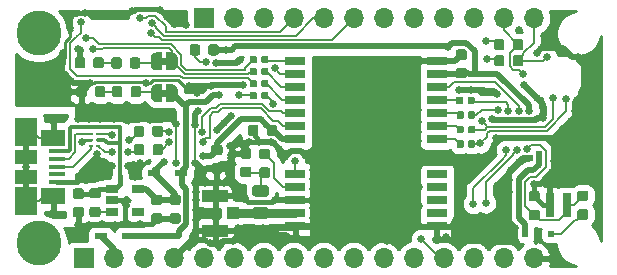
<source format=gbr>
G04 #@! TF.GenerationSoftware,KiCad,Pcbnew,(5.1.4)-1*
G04 #@! TF.CreationDate,2020-03-06T18:24:47-05:00*
G04 #@! TF.ProjectId,Feather-NEO-M9N-GPS,46656174-6865-4722-9d4e-454f2d4d394e,rev?*
G04 #@! TF.SameCoordinates,Original*
G04 #@! TF.FileFunction,Copper,L1,Top*
G04 #@! TF.FilePolarity,Positive*
%FSLAX46Y46*%
G04 Gerber Fmt 4.6, Leading zero omitted, Abs format (unit mm)*
G04 Created by KiCad (PCBNEW (5.1.4)-1) date 2020-03-06 18:24:47*
%MOMM*%
%LPD*%
G04 APERTURE LIST*
%ADD10C,0.100000*%
%ADD11C,0.875000*%
%ADD12R,0.325000X0.250000*%
%ADD13O,1.700000X1.700000*%
%ADD14R,1.700000X1.700000*%
%ADD15C,0.590000*%
%ADD16R,1.050000X0.500000*%
%ADD17R,1.050000X1.000000*%
%ADD18R,2.200000X1.050000*%
%ADD19R,1.800000X0.800000*%
%ADD20R,1.060000X0.650000*%
%ADD21R,1.900000X1.175000*%
%ADD22R,1.900000X2.375000*%
%ADD23R,2.100000X1.475000*%
%ADD24R,1.380000X0.450000*%
%ADD25C,0.500000*%
%ADD26R,0.500000X0.500000*%
%ADD27R,0.800000X2.000000*%
%ADD28C,0.975000*%
%ADD29C,3.800000*%
%ADD30C,0.660400*%
%ADD31C,0.609600*%
%ADD32C,0.152400*%
%ADD33C,0.381000*%
%ADD34C,0.254000*%
%ADD35C,0.508000*%
%ADD36C,0.778834*%
%ADD37C,0.304800*%
G04 APERTURE END LIST*
D10*
G36*
X141558200Y-79700400D02*
G01*
X142058200Y-79700400D01*
X142058200Y-79100400D01*
X141558200Y-79100400D01*
X141558200Y-79700400D01*
G37*
G36*
X141570900Y-82392800D02*
G01*
X142070900Y-82392800D01*
X142070900Y-81792800D01*
X141570900Y-81792800D01*
X141570900Y-82392800D01*
G37*
G36*
X146226791Y-77961253D02*
G01*
X146248026Y-77964403D01*
X146268850Y-77969619D01*
X146289062Y-77976851D01*
X146308468Y-77986030D01*
X146326881Y-77997066D01*
X146344124Y-78009854D01*
X146360030Y-78024270D01*
X146374446Y-78040176D01*
X146387234Y-78057419D01*
X146398270Y-78075832D01*
X146407449Y-78095238D01*
X146414681Y-78115450D01*
X146419897Y-78136274D01*
X146423047Y-78157509D01*
X146424100Y-78178950D01*
X146424100Y-78691450D01*
X146423047Y-78712891D01*
X146419897Y-78734126D01*
X146414681Y-78754950D01*
X146407449Y-78775162D01*
X146398270Y-78794568D01*
X146387234Y-78812981D01*
X146374446Y-78830224D01*
X146360030Y-78846130D01*
X146344124Y-78860546D01*
X146326881Y-78873334D01*
X146308468Y-78884370D01*
X146289062Y-78893549D01*
X146268850Y-78900781D01*
X146248026Y-78905997D01*
X146226791Y-78909147D01*
X146205350Y-78910200D01*
X145767850Y-78910200D01*
X145746409Y-78909147D01*
X145725174Y-78905997D01*
X145704350Y-78900781D01*
X145684138Y-78893549D01*
X145664732Y-78884370D01*
X145646319Y-78873334D01*
X145629076Y-78860546D01*
X145613170Y-78846130D01*
X145598754Y-78830224D01*
X145585966Y-78812981D01*
X145574930Y-78794568D01*
X145565751Y-78775162D01*
X145558519Y-78754950D01*
X145553303Y-78734126D01*
X145550153Y-78712891D01*
X145549100Y-78691450D01*
X145549100Y-78178950D01*
X145550153Y-78157509D01*
X145553303Y-78136274D01*
X145558519Y-78115450D01*
X145565751Y-78095238D01*
X145574930Y-78075832D01*
X145585966Y-78057419D01*
X145598754Y-78040176D01*
X145613170Y-78024270D01*
X145629076Y-78009854D01*
X145646319Y-77997066D01*
X145664732Y-77986030D01*
X145684138Y-77976851D01*
X145704350Y-77969619D01*
X145725174Y-77964403D01*
X145746409Y-77961253D01*
X145767850Y-77960200D01*
X146205350Y-77960200D01*
X146226791Y-77961253D01*
X146226791Y-77961253D01*
G37*
D11*
X145986600Y-78435200D03*
D10*
G36*
X144651791Y-77961253D02*
G01*
X144673026Y-77964403D01*
X144693850Y-77969619D01*
X144714062Y-77976851D01*
X144733468Y-77986030D01*
X144751881Y-77997066D01*
X144769124Y-78009854D01*
X144785030Y-78024270D01*
X144799446Y-78040176D01*
X144812234Y-78057419D01*
X144823270Y-78075832D01*
X144832449Y-78095238D01*
X144839681Y-78115450D01*
X144844897Y-78136274D01*
X144848047Y-78157509D01*
X144849100Y-78178950D01*
X144849100Y-78691450D01*
X144848047Y-78712891D01*
X144844897Y-78734126D01*
X144839681Y-78754950D01*
X144832449Y-78775162D01*
X144823270Y-78794568D01*
X144812234Y-78812981D01*
X144799446Y-78830224D01*
X144785030Y-78846130D01*
X144769124Y-78860546D01*
X144751881Y-78873334D01*
X144733468Y-78884370D01*
X144714062Y-78893549D01*
X144693850Y-78900781D01*
X144673026Y-78905997D01*
X144651791Y-78909147D01*
X144630350Y-78910200D01*
X144192850Y-78910200D01*
X144171409Y-78909147D01*
X144150174Y-78905997D01*
X144129350Y-78900781D01*
X144109138Y-78893549D01*
X144089732Y-78884370D01*
X144071319Y-78873334D01*
X144054076Y-78860546D01*
X144038170Y-78846130D01*
X144023754Y-78830224D01*
X144010966Y-78812981D01*
X143999930Y-78794568D01*
X143990751Y-78775162D01*
X143983519Y-78754950D01*
X143978303Y-78734126D01*
X143975153Y-78712891D01*
X143974100Y-78691450D01*
X143974100Y-78178950D01*
X143975153Y-78157509D01*
X143978303Y-78136274D01*
X143983519Y-78115450D01*
X143990751Y-78095238D01*
X143999930Y-78075832D01*
X144010966Y-78057419D01*
X144023754Y-78040176D01*
X144038170Y-78024270D01*
X144054076Y-78009854D01*
X144071319Y-77997066D01*
X144089732Y-77986030D01*
X144109138Y-77976851D01*
X144129350Y-77969619D01*
X144150174Y-77964403D01*
X144171409Y-77961253D01*
X144192850Y-77960200D01*
X144630350Y-77960200D01*
X144651791Y-77961253D01*
X144651791Y-77961253D01*
G37*
D11*
X144411600Y-78435200D03*
D12*
X136252400Y-85529800D03*
X136252400Y-86029800D03*
X136252400Y-86529800D03*
X135578400Y-86529800D03*
X135578400Y-86029800D03*
X135578400Y-85529800D03*
D13*
X173088300Y-75768200D03*
X170548300Y-75768200D03*
X168008300Y-75768200D03*
X165468300Y-75768200D03*
X162928300Y-75768200D03*
X160388300Y-75768200D03*
X157848300Y-75768200D03*
X155308300Y-75768200D03*
X152768300Y-75768200D03*
X150228300Y-75768200D03*
X147688300Y-75768200D03*
D14*
X145148300Y-75768200D03*
D13*
X173088300Y-96088200D03*
X170548300Y-96088200D03*
X168008300Y-96088200D03*
X165468300Y-96088200D03*
X162928300Y-96088200D03*
X160388300Y-96088200D03*
X157848300Y-96088200D03*
X155308300Y-96088200D03*
X152768300Y-96088200D03*
X150228300Y-96088200D03*
X147688300Y-96088200D03*
X145148300Y-96088200D03*
X142608300Y-96088200D03*
X140068300Y-96088200D03*
X137528300Y-96088200D03*
D14*
X134988300Y-96088200D03*
D10*
G36*
X150504418Y-78941410D02*
G01*
X150518736Y-78943534D01*
X150532777Y-78947051D01*
X150546406Y-78951928D01*
X150559491Y-78958117D01*
X150571907Y-78965558D01*
X150583533Y-78974181D01*
X150594258Y-78983902D01*
X150603979Y-78994627D01*
X150612602Y-79006253D01*
X150620043Y-79018669D01*
X150626232Y-79031754D01*
X150631109Y-79045383D01*
X150634626Y-79059424D01*
X150636750Y-79073742D01*
X150637460Y-79088200D01*
X150637460Y-79433200D01*
X150636750Y-79447658D01*
X150634626Y-79461976D01*
X150631109Y-79476017D01*
X150626232Y-79489646D01*
X150620043Y-79502731D01*
X150612602Y-79515147D01*
X150603979Y-79526773D01*
X150594258Y-79537498D01*
X150583533Y-79547219D01*
X150571907Y-79555842D01*
X150559491Y-79563283D01*
X150546406Y-79569472D01*
X150532777Y-79574349D01*
X150518736Y-79577866D01*
X150504418Y-79579990D01*
X150489960Y-79580700D01*
X150194960Y-79580700D01*
X150180502Y-79579990D01*
X150166184Y-79577866D01*
X150152143Y-79574349D01*
X150138514Y-79569472D01*
X150125429Y-79563283D01*
X150113013Y-79555842D01*
X150101387Y-79547219D01*
X150090662Y-79537498D01*
X150080941Y-79526773D01*
X150072318Y-79515147D01*
X150064877Y-79502731D01*
X150058688Y-79489646D01*
X150053811Y-79476017D01*
X150050294Y-79461976D01*
X150048170Y-79447658D01*
X150047460Y-79433200D01*
X150047460Y-79088200D01*
X150048170Y-79073742D01*
X150050294Y-79059424D01*
X150053811Y-79045383D01*
X150058688Y-79031754D01*
X150064877Y-79018669D01*
X150072318Y-79006253D01*
X150080941Y-78994627D01*
X150090662Y-78983902D01*
X150101387Y-78974181D01*
X150113013Y-78965558D01*
X150125429Y-78958117D01*
X150138514Y-78951928D01*
X150152143Y-78947051D01*
X150166184Y-78943534D01*
X150180502Y-78941410D01*
X150194960Y-78940700D01*
X150489960Y-78940700D01*
X150504418Y-78941410D01*
X150504418Y-78941410D01*
G37*
D15*
X150342460Y-79260700D03*
D10*
G36*
X149534418Y-78941410D02*
G01*
X149548736Y-78943534D01*
X149562777Y-78947051D01*
X149576406Y-78951928D01*
X149589491Y-78958117D01*
X149601907Y-78965558D01*
X149613533Y-78974181D01*
X149624258Y-78983902D01*
X149633979Y-78994627D01*
X149642602Y-79006253D01*
X149650043Y-79018669D01*
X149656232Y-79031754D01*
X149661109Y-79045383D01*
X149664626Y-79059424D01*
X149666750Y-79073742D01*
X149667460Y-79088200D01*
X149667460Y-79433200D01*
X149666750Y-79447658D01*
X149664626Y-79461976D01*
X149661109Y-79476017D01*
X149656232Y-79489646D01*
X149650043Y-79502731D01*
X149642602Y-79515147D01*
X149633979Y-79526773D01*
X149624258Y-79537498D01*
X149613533Y-79547219D01*
X149601907Y-79555842D01*
X149589491Y-79563283D01*
X149576406Y-79569472D01*
X149562777Y-79574349D01*
X149548736Y-79577866D01*
X149534418Y-79579990D01*
X149519960Y-79580700D01*
X149224960Y-79580700D01*
X149210502Y-79579990D01*
X149196184Y-79577866D01*
X149182143Y-79574349D01*
X149168514Y-79569472D01*
X149155429Y-79563283D01*
X149143013Y-79555842D01*
X149131387Y-79547219D01*
X149120662Y-79537498D01*
X149110941Y-79526773D01*
X149102318Y-79515147D01*
X149094877Y-79502731D01*
X149088688Y-79489646D01*
X149083811Y-79476017D01*
X149080294Y-79461976D01*
X149078170Y-79447658D01*
X149077460Y-79433200D01*
X149077460Y-79088200D01*
X149078170Y-79073742D01*
X149080294Y-79059424D01*
X149083811Y-79045383D01*
X149088688Y-79031754D01*
X149094877Y-79018669D01*
X149102318Y-79006253D01*
X149110941Y-78994627D01*
X149120662Y-78983902D01*
X149131387Y-78974181D01*
X149143013Y-78965558D01*
X149155429Y-78958117D01*
X149168514Y-78951928D01*
X149182143Y-78947051D01*
X149196184Y-78943534D01*
X149210502Y-78941410D01*
X149224960Y-78940700D01*
X149519960Y-78940700D01*
X149534418Y-78941410D01*
X149534418Y-78941410D01*
G37*
D15*
X149372460Y-79260700D03*
D10*
G36*
X167037558Y-84863842D02*
G01*
X167051876Y-84865966D01*
X167065917Y-84869483D01*
X167079546Y-84874360D01*
X167092631Y-84880549D01*
X167105047Y-84887990D01*
X167116673Y-84896613D01*
X167127398Y-84906334D01*
X167137119Y-84917059D01*
X167145742Y-84928685D01*
X167153183Y-84941101D01*
X167159372Y-84954186D01*
X167164249Y-84967815D01*
X167167766Y-84981856D01*
X167169890Y-84996174D01*
X167170600Y-85010632D01*
X167170600Y-85355632D01*
X167169890Y-85370090D01*
X167167766Y-85384408D01*
X167164249Y-85398449D01*
X167159372Y-85412078D01*
X167153183Y-85425163D01*
X167145742Y-85437579D01*
X167137119Y-85449205D01*
X167127398Y-85459930D01*
X167116673Y-85469651D01*
X167105047Y-85478274D01*
X167092631Y-85485715D01*
X167079546Y-85491904D01*
X167065917Y-85496781D01*
X167051876Y-85500298D01*
X167037558Y-85502422D01*
X167023100Y-85503132D01*
X166728100Y-85503132D01*
X166713642Y-85502422D01*
X166699324Y-85500298D01*
X166685283Y-85496781D01*
X166671654Y-85491904D01*
X166658569Y-85485715D01*
X166646153Y-85478274D01*
X166634527Y-85469651D01*
X166623802Y-85459930D01*
X166614081Y-85449205D01*
X166605458Y-85437579D01*
X166598017Y-85425163D01*
X166591828Y-85412078D01*
X166586951Y-85398449D01*
X166583434Y-85384408D01*
X166581310Y-85370090D01*
X166580600Y-85355632D01*
X166580600Y-85010632D01*
X166581310Y-84996174D01*
X166583434Y-84981856D01*
X166586951Y-84967815D01*
X166591828Y-84954186D01*
X166598017Y-84941101D01*
X166605458Y-84928685D01*
X166614081Y-84917059D01*
X166623802Y-84906334D01*
X166634527Y-84896613D01*
X166646153Y-84887990D01*
X166658569Y-84880549D01*
X166671654Y-84874360D01*
X166685283Y-84869483D01*
X166699324Y-84865966D01*
X166713642Y-84863842D01*
X166728100Y-84863132D01*
X167023100Y-84863132D01*
X167037558Y-84863842D01*
X167037558Y-84863842D01*
G37*
D15*
X166875600Y-85183132D03*
D10*
G36*
X168007558Y-84863842D02*
G01*
X168021876Y-84865966D01*
X168035917Y-84869483D01*
X168049546Y-84874360D01*
X168062631Y-84880549D01*
X168075047Y-84887990D01*
X168086673Y-84896613D01*
X168097398Y-84906334D01*
X168107119Y-84917059D01*
X168115742Y-84928685D01*
X168123183Y-84941101D01*
X168129372Y-84954186D01*
X168134249Y-84967815D01*
X168137766Y-84981856D01*
X168139890Y-84996174D01*
X168140600Y-85010632D01*
X168140600Y-85355632D01*
X168139890Y-85370090D01*
X168137766Y-85384408D01*
X168134249Y-85398449D01*
X168129372Y-85412078D01*
X168123183Y-85425163D01*
X168115742Y-85437579D01*
X168107119Y-85449205D01*
X168097398Y-85459930D01*
X168086673Y-85469651D01*
X168075047Y-85478274D01*
X168062631Y-85485715D01*
X168049546Y-85491904D01*
X168035917Y-85496781D01*
X168021876Y-85500298D01*
X168007558Y-85502422D01*
X167993100Y-85503132D01*
X167698100Y-85503132D01*
X167683642Y-85502422D01*
X167669324Y-85500298D01*
X167655283Y-85496781D01*
X167641654Y-85491904D01*
X167628569Y-85485715D01*
X167616153Y-85478274D01*
X167604527Y-85469651D01*
X167593802Y-85459930D01*
X167584081Y-85449205D01*
X167575458Y-85437579D01*
X167568017Y-85425163D01*
X167561828Y-85412078D01*
X167556951Y-85398449D01*
X167553434Y-85384408D01*
X167551310Y-85370090D01*
X167550600Y-85355632D01*
X167550600Y-85010632D01*
X167551310Y-84996174D01*
X167553434Y-84981856D01*
X167556951Y-84967815D01*
X167561828Y-84954186D01*
X167568017Y-84941101D01*
X167575458Y-84928685D01*
X167584081Y-84917059D01*
X167593802Y-84906334D01*
X167604527Y-84896613D01*
X167616153Y-84887990D01*
X167628569Y-84880549D01*
X167641654Y-84874360D01*
X167655283Y-84869483D01*
X167669324Y-84865966D01*
X167683642Y-84863842D01*
X167698100Y-84863132D01*
X167993100Y-84863132D01*
X168007558Y-84863842D01*
X168007558Y-84863842D01*
G37*
D15*
X167845600Y-85183132D03*
D10*
G36*
X167037558Y-86091510D02*
G01*
X167051876Y-86093634D01*
X167065917Y-86097151D01*
X167079546Y-86102028D01*
X167092631Y-86108217D01*
X167105047Y-86115658D01*
X167116673Y-86124281D01*
X167127398Y-86134002D01*
X167137119Y-86144727D01*
X167145742Y-86156353D01*
X167153183Y-86168769D01*
X167159372Y-86181854D01*
X167164249Y-86195483D01*
X167167766Y-86209524D01*
X167169890Y-86223842D01*
X167170600Y-86238300D01*
X167170600Y-86583300D01*
X167169890Y-86597758D01*
X167167766Y-86612076D01*
X167164249Y-86626117D01*
X167159372Y-86639746D01*
X167153183Y-86652831D01*
X167145742Y-86665247D01*
X167137119Y-86676873D01*
X167127398Y-86687598D01*
X167116673Y-86697319D01*
X167105047Y-86705942D01*
X167092631Y-86713383D01*
X167079546Y-86719572D01*
X167065917Y-86724449D01*
X167051876Y-86727966D01*
X167037558Y-86730090D01*
X167023100Y-86730800D01*
X166728100Y-86730800D01*
X166713642Y-86730090D01*
X166699324Y-86727966D01*
X166685283Y-86724449D01*
X166671654Y-86719572D01*
X166658569Y-86713383D01*
X166646153Y-86705942D01*
X166634527Y-86697319D01*
X166623802Y-86687598D01*
X166614081Y-86676873D01*
X166605458Y-86665247D01*
X166598017Y-86652831D01*
X166591828Y-86639746D01*
X166586951Y-86626117D01*
X166583434Y-86612076D01*
X166581310Y-86597758D01*
X166580600Y-86583300D01*
X166580600Y-86238300D01*
X166581310Y-86223842D01*
X166583434Y-86209524D01*
X166586951Y-86195483D01*
X166591828Y-86181854D01*
X166598017Y-86168769D01*
X166605458Y-86156353D01*
X166614081Y-86144727D01*
X166623802Y-86134002D01*
X166634527Y-86124281D01*
X166646153Y-86115658D01*
X166658569Y-86108217D01*
X166671654Y-86102028D01*
X166685283Y-86097151D01*
X166699324Y-86093634D01*
X166713642Y-86091510D01*
X166728100Y-86090800D01*
X167023100Y-86090800D01*
X167037558Y-86091510D01*
X167037558Y-86091510D01*
G37*
D15*
X166875600Y-86410800D03*
D10*
G36*
X168007558Y-86091510D02*
G01*
X168021876Y-86093634D01*
X168035917Y-86097151D01*
X168049546Y-86102028D01*
X168062631Y-86108217D01*
X168075047Y-86115658D01*
X168086673Y-86124281D01*
X168097398Y-86134002D01*
X168107119Y-86144727D01*
X168115742Y-86156353D01*
X168123183Y-86168769D01*
X168129372Y-86181854D01*
X168134249Y-86195483D01*
X168137766Y-86209524D01*
X168139890Y-86223842D01*
X168140600Y-86238300D01*
X168140600Y-86583300D01*
X168139890Y-86597758D01*
X168137766Y-86612076D01*
X168134249Y-86626117D01*
X168129372Y-86639746D01*
X168123183Y-86652831D01*
X168115742Y-86665247D01*
X168107119Y-86676873D01*
X168097398Y-86687598D01*
X168086673Y-86697319D01*
X168075047Y-86705942D01*
X168062631Y-86713383D01*
X168049546Y-86719572D01*
X168035917Y-86724449D01*
X168021876Y-86727966D01*
X168007558Y-86730090D01*
X167993100Y-86730800D01*
X167698100Y-86730800D01*
X167683642Y-86730090D01*
X167669324Y-86727966D01*
X167655283Y-86724449D01*
X167641654Y-86719572D01*
X167628569Y-86713383D01*
X167616153Y-86705942D01*
X167604527Y-86697319D01*
X167593802Y-86687598D01*
X167584081Y-86676873D01*
X167575458Y-86665247D01*
X167568017Y-86652831D01*
X167561828Y-86639746D01*
X167556951Y-86626117D01*
X167553434Y-86612076D01*
X167551310Y-86597758D01*
X167550600Y-86583300D01*
X167550600Y-86238300D01*
X167551310Y-86223842D01*
X167553434Y-86209524D01*
X167556951Y-86195483D01*
X167561828Y-86181854D01*
X167568017Y-86168769D01*
X167575458Y-86156353D01*
X167584081Y-86144727D01*
X167593802Y-86134002D01*
X167604527Y-86124281D01*
X167616153Y-86115658D01*
X167628569Y-86108217D01*
X167641654Y-86102028D01*
X167655283Y-86097151D01*
X167669324Y-86093634D01*
X167683642Y-86091510D01*
X167698100Y-86090800D01*
X167993100Y-86090800D01*
X168007558Y-86091510D01*
X168007558Y-86091510D01*
G37*
D15*
X167845600Y-86410800D03*
D16*
X136453800Y-94208600D03*
X138729800Y-94208600D03*
X140962300Y-88887300D03*
X143238300Y-88887300D03*
D17*
X147663900Y-92252800D03*
D18*
X146138900Y-90777800D03*
X146138900Y-93727800D03*
D10*
G36*
X150504418Y-79957410D02*
G01*
X150518736Y-79959534D01*
X150532777Y-79963051D01*
X150546406Y-79967928D01*
X150559491Y-79974117D01*
X150571907Y-79981558D01*
X150583533Y-79990181D01*
X150594258Y-79999902D01*
X150603979Y-80010627D01*
X150612602Y-80022253D01*
X150620043Y-80034669D01*
X150626232Y-80047754D01*
X150631109Y-80061383D01*
X150634626Y-80075424D01*
X150636750Y-80089742D01*
X150637460Y-80104200D01*
X150637460Y-80449200D01*
X150636750Y-80463658D01*
X150634626Y-80477976D01*
X150631109Y-80492017D01*
X150626232Y-80505646D01*
X150620043Y-80518731D01*
X150612602Y-80531147D01*
X150603979Y-80542773D01*
X150594258Y-80553498D01*
X150583533Y-80563219D01*
X150571907Y-80571842D01*
X150559491Y-80579283D01*
X150546406Y-80585472D01*
X150532777Y-80590349D01*
X150518736Y-80593866D01*
X150504418Y-80595990D01*
X150489960Y-80596700D01*
X150194960Y-80596700D01*
X150180502Y-80595990D01*
X150166184Y-80593866D01*
X150152143Y-80590349D01*
X150138514Y-80585472D01*
X150125429Y-80579283D01*
X150113013Y-80571842D01*
X150101387Y-80563219D01*
X150090662Y-80553498D01*
X150080941Y-80542773D01*
X150072318Y-80531147D01*
X150064877Y-80518731D01*
X150058688Y-80505646D01*
X150053811Y-80492017D01*
X150050294Y-80477976D01*
X150048170Y-80463658D01*
X150047460Y-80449200D01*
X150047460Y-80104200D01*
X150048170Y-80089742D01*
X150050294Y-80075424D01*
X150053811Y-80061383D01*
X150058688Y-80047754D01*
X150064877Y-80034669D01*
X150072318Y-80022253D01*
X150080941Y-80010627D01*
X150090662Y-79999902D01*
X150101387Y-79990181D01*
X150113013Y-79981558D01*
X150125429Y-79974117D01*
X150138514Y-79967928D01*
X150152143Y-79963051D01*
X150166184Y-79959534D01*
X150180502Y-79957410D01*
X150194960Y-79956700D01*
X150489960Y-79956700D01*
X150504418Y-79957410D01*
X150504418Y-79957410D01*
G37*
D15*
X150342460Y-80276700D03*
D10*
G36*
X149534418Y-79957410D02*
G01*
X149548736Y-79959534D01*
X149562777Y-79963051D01*
X149576406Y-79967928D01*
X149589491Y-79974117D01*
X149601907Y-79981558D01*
X149613533Y-79990181D01*
X149624258Y-79999902D01*
X149633979Y-80010627D01*
X149642602Y-80022253D01*
X149650043Y-80034669D01*
X149656232Y-80047754D01*
X149661109Y-80061383D01*
X149664626Y-80075424D01*
X149666750Y-80089742D01*
X149667460Y-80104200D01*
X149667460Y-80449200D01*
X149666750Y-80463658D01*
X149664626Y-80477976D01*
X149661109Y-80492017D01*
X149656232Y-80505646D01*
X149650043Y-80518731D01*
X149642602Y-80531147D01*
X149633979Y-80542773D01*
X149624258Y-80553498D01*
X149613533Y-80563219D01*
X149601907Y-80571842D01*
X149589491Y-80579283D01*
X149576406Y-80585472D01*
X149562777Y-80590349D01*
X149548736Y-80593866D01*
X149534418Y-80595990D01*
X149519960Y-80596700D01*
X149224960Y-80596700D01*
X149210502Y-80595990D01*
X149196184Y-80593866D01*
X149182143Y-80590349D01*
X149168514Y-80585472D01*
X149155429Y-80579283D01*
X149143013Y-80571842D01*
X149131387Y-80563219D01*
X149120662Y-80553498D01*
X149110941Y-80542773D01*
X149102318Y-80531147D01*
X149094877Y-80518731D01*
X149088688Y-80505646D01*
X149083811Y-80492017D01*
X149080294Y-80477976D01*
X149078170Y-80463658D01*
X149077460Y-80449200D01*
X149077460Y-80104200D01*
X149078170Y-80089742D01*
X149080294Y-80075424D01*
X149083811Y-80061383D01*
X149088688Y-80047754D01*
X149094877Y-80034669D01*
X149102318Y-80022253D01*
X149110941Y-80010627D01*
X149120662Y-79999902D01*
X149131387Y-79990181D01*
X149143013Y-79981558D01*
X149155429Y-79974117D01*
X149168514Y-79967928D01*
X149182143Y-79963051D01*
X149196184Y-79959534D01*
X149210502Y-79957410D01*
X149224960Y-79956700D01*
X149519960Y-79956700D01*
X149534418Y-79957410D01*
X149534418Y-79957410D01*
G37*
D15*
X149372460Y-80276700D03*
D10*
G36*
X150504418Y-80973410D02*
G01*
X150518736Y-80975534D01*
X150532777Y-80979051D01*
X150546406Y-80983928D01*
X150559491Y-80990117D01*
X150571907Y-80997558D01*
X150583533Y-81006181D01*
X150594258Y-81015902D01*
X150603979Y-81026627D01*
X150612602Y-81038253D01*
X150620043Y-81050669D01*
X150626232Y-81063754D01*
X150631109Y-81077383D01*
X150634626Y-81091424D01*
X150636750Y-81105742D01*
X150637460Y-81120200D01*
X150637460Y-81465200D01*
X150636750Y-81479658D01*
X150634626Y-81493976D01*
X150631109Y-81508017D01*
X150626232Y-81521646D01*
X150620043Y-81534731D01*
X150612602Y-81547147D01*
X150603979Y-81558773D01*
X150594258Y-81569498D01*
X150583533Y-81579219D01*
X150571907Y-81587842D01*
X150559491Y-81595283D01*
X150546406Y-81601472D01*
X150532777Y-81606349D01*
X150518736Y-81609866D01*
X150504418Y-81611990D01*
X150489960Y-81612700D01*
X150194960Y-81612700D01*
X150180502Y-81611990D01*
X150166184Y-81609866D01*
X150152143Y-81606349D01*
X150138514Y-81601472D01*
X150125429Y-81595283D01*
X150113013Y-81587842D01*
X150101387Y-81579219D01*
X150090662Y-81569498D01*
X150080941Y-81558773D01*
X150072318Y-81547147D01*
X150064877Y-81534731D01*
X150058688Y-81521646D01*
X150053811Y-81508017D01*
X150050294Y-81493976D01*
X150048170Y-81479658D01*
X150047460Y-81465200D01*
X150047460Y-81120200D01*
X150048170Y-81105742D01*
X150050294Y-81091424D01*
X150053811Y-81077383D01*
X150058688Y-81063754D01*
X150064877Y-81050669D01*
X150072318Y-81038253D01*
X150080941Y-81026627D01*
X150090662Y-81015902D01*
X150101387Y-81006181D01*
X150113013Y-80997558D01*
X150125429Y-80990117D01*
X150138514Y-80983928D01*
X150152143Y-80979051D01*
X150166184Y-80975534D01*
X150180502Y-80973410D01*
X150194960Y-80972700D01*
X150489960Y-80972700D01*
X150504418Y-80973410D01*
X150504418Y-80973410D01*
G37*
D15*
X150342460Y-81292700D03*
D10*
G36*
X149534418Y-80973410D02*
G01*
X149548736Y-80975534D01*
X149562777Y-80979051D01*
X149576406Y-80983928D01*
X149589491Y-80990117D01*
X149601907Y-80997558D01*
X149613533Y-81006181D01*
X149624258Y-81015902D01*
X149633979Y-81026627D01*
X149642602Y-81038253D01*
X149650043Y-81050669D01*
X149656232Y-81063754D01*
X149661109Y-81077383D01*
X149664626Y-81091424D01*
X149666750Y-81105742D01*
X149667460Y-81120200D01*
X149667460Y-81465200D01*
X149666750Y-81479658D01*
X149664626Y-81493976D01*
X149661109Y-81508017D01*
X149656232Y-81521646D01*
X149650043Y-81534731D01*
X149642602Y-81547147D01*
X149633979Y-81558773D01*
X149624258Y-81569498D01*
X149613533Y-81579219D01*
X149601907Y-81587842D01*
X149589491Y-81595283D01*
X149576406Y-81601472D01*
X149562777Y-81606349D01*
X149548736Y-81609866D01*
X149534418Y-81611990D01*
X149519960Y-81612700D01*
X149224960Y-81612700D01*
X149210502Y-81611990D01*
X149196184Y-81609866D01*
X149182143Y-81606349D01*
X149168514Y-81601472D01*
X149155429Y-81595283D01*
X149143013Y-81587842D01*
X149131387Y-81579219D01*
X149120662Y-81569498D01*
X149110941Y-81558773D01*
X149102318Y-81547147D01*
X149094877Y-81534731D01*
X149088688Y-81521646D01*
X149083811Y-81508017D01*
X149080294Y-81493976D01*
X149078170Y-81479658D01*
X149077460Y-81465200D01*
X149077460Y-81120200D01*
X149078170Y-81105742D01*
X149080294Y-81091424D01*
X149083811Y-81077383D01*
X149088688Y-81063754D01*
X149094877Y-81050669D01*
X149102318Y-81038253D01*
X149110941Y-81026627D01*
X149120662Y-81015902D01*
X149131387Y-81006181D01*
X149143013Y-80997558D01*
X149155429Y-80990117D01*
X149168514Y-80983928D01*
X149182143Y-80979051D01*
X149196184Y-80975534D01*
X149210502Y-80973410D01*
X149224960Y-80972700D01*
X149519960Y-80972700D01*
X149534418Y-80973410D01*
X149534418Y-80973410D01*
G37*
D15*
X149372460Y-81292700D03*
D10*
G36*
X150504418Y-81989410D02*
G01*
X150518736Y-81991534D01*
X150532777Y-81995051D01*
X150546406Y-81999928D01*
X150559491Y-82006117D01*
X150571907Y-82013558D01*
X150583533Y-82022181D01*
X150594258Y-82031902D01*
X150603979Y-82042627D01*
X150612602Y-82054253D01*
X150620043Y-82066669D01*
X150626232Y-82079754D01*
X150631109Y-82093383D01*
X150634626Y-82107424D01*
X150636750Y-82121742D01*
X150637460Y-82136200D01*
X150637460Y-82481200D01*
X150636750Y-82495658D01*
X150634626Y-82509976D01*
X150631109Y-82524017D01*
X150626232Y-82537646D01*
X150620043Y-82550731D01*
X150612602Y-82563147D01*
X150603979Y-82574773D01*
X150594258Y-82585498D01*
X150583533Y-82595219D01*
X150571907Y-82603842D01*
X150559491Y-82611283D01*
X150546406Y-82617472D01*
X150532777Y-82622349D01*
X150518736Y-82625866D01*
X150504418Y-82627990D01*
X150489960Y-82628700D01*
X150194960Y-82628700D01*
X150180502Y-82627990D01*
X150166184Y-82625866D01*
X150152143Y-82622349D01*
X150138514Y-82617472D01*
X150125429Y-82611283D01*
X150113013Y-82603842D01*
X150101387Y-82595219D01*
X150090662Y-82585498D01*
X150080941Y-82574773D01*
X150072318Y-82563147D01*
X150064877Y-82550731D01*
X150058688Y-82537646D01*
X150053811Y-82524017D01*
X150050294Y-82509976D01*
X150048170Y-82495658D01*
X150047460Y-82481200D01*
X150047460Y-82136200D01*
X150048170Y-82121742D01*
X150050294Y-82107424D01*
X150053811Y-82093383D01*
X150058688Y-82079754D01*
X150064877Y-82066669D01*
X150072318Y-82054253D01*
X150080941Y-82042627D01*
X150090662Y-82031902D01*
X150101387Y-82022181D01*
X150113013Y-82013558D01*
X150125429Y-82006117D01*
X150138514Y-81999928D01*
X150152143Y-81995051D01*
X150166184Y-81991534D01*
X150180502Y-81989410D01*
X150194960Y-81988700D01*
X150489960Y-81988700D01*
X150504418Y-81989410D01*
X150504418Y-81989410D01*
G37*
D15*
X150342460Y-82308700D03*
D10*
G36*
X149534418Y-81989410D02*
G01*
X149548736Y-81991534D01*
X149562777Y-81995051D01*
X149576406Y-81999928D01*
X149589491Y-82006117D01*
X149601907Y-82013558D01*
X149613533Y-82022181D01*
X149624258Y-82031902D01*
X149633979Y-82042627D01*
X149642602Y-82054253D01*
X149650043Y-82066669D01*
X149656232Y-82079754D01*
X149661109Y-82093383D01*
X149664626Y-82107424D01*
X149666750Y-82121742D01*
X149667460Y-82136200D01*
X149667460Y-82481200D01*
X149666750Y-82495658D01*
X149664626Y-82509976D01*
X149661109Y-82524017D01*
X149656232Y-82537646D01*
X149650043Y-82550731D01*
X149642602Y-82563147D01*
X149633979Y-82574773D01*
X149624258Y-82585498D01*
X149613533Y-82595219D01*
X149601907Y-82603842D01*
X149589491Y-82611283D01*
X149576406Y-82617472D01*
X149562777Y-82622349D01*
X149548736Y-82625866D01*
X149534418Y-82627990D01*
X149519960Y-82628700D01*
X149224960Y-82628700D01*
X149210502Y-82627990D01*
X149196184Y-82625866D01*
X149182143Y-82622349D01*
X149168514Y-82617472D01*
X149155429Y-82611283D01*
X149143013Y-82603842D01*
X149131387Y-82595219D01*
X149120662Y-82585498D01*
X149110941Y-82574773D01*
X149102318Y-82563147D01*
X149094877Y-82550731D01*
X149088688Y-82537646D01*
X149083811Y-82524017D01*
X149080294Y-82509976D01*
X149078170Y-82495658D01*
X149077460Y-82481200D01*
X149077460Y-82136200D01*
X149078170Y-82121742D01*
X149080294Y-82107424D01*
X149083811Y-82093383D01*
X149088688Y-82079754D01*
X149094877Y-82066669D01*
X149102318Y-82054253D01*
X149110941Y-82042627D01*
X149120662Y-82031902D01*
X149131387Y-82022181D01*
X149143013Y-82013558D01*
X149155429Y-82006117D01*
X149168514Y-81999928D01*
X149182143Y-81995051D01*
X149196184Y-81991534D01*
X149210502Y-81989410D01*
X149224960Y-81988700D01*
X149519960Y-81988700D01*
X149534418Y-81989410D01*
X149534418Y-81989410D01*
G37*
D15*
X149372460Y-82308700D03*
D10*
G36*
X167037558Y-83636176D02*
G01*
X167051876Y-83638300D01*
X167065917Y-83641817D01*
X167079546Y-83646694D01*
X167092631Y-83652883D01*
X167105047Y-83660324D01*
X167116673Y-83668947D01*
X167127398Y-83678668D01*
X167137119Y-83689393D01*
X167145742Y-83701019D01*
X167153183Y-83713435D01*
X167159372Y-83726520D01*
X167164249Y-83740149D01*
X167167766Y-83754190D01*
X167169890Y-83768508D01*
X167170600Y-83782966D01*
X167170600Y-84127966D01*
X167169890Y-84142424D01*
X167167766Y-84156742D01*
X167164249Y-84170783D01*
X167159372Y-84184412D01*
X167153183Y-84197497D01*
X167145742Y-84209913D01*
X167137119Y-84221539D01*
X167127398Y-84232264D01*
X167116673Y-84241985D01*
X167105047Y-84250608D01*
X167092631Y-84258049D01*
X167079546Y-84264238D01*
X167065917Y-84269115D01*
X167051876Y-84272632D01*
X167037558Y-84274756D01*
X167023100Y-84275466D01*
X166728100Y-84275466D01*
X166713642Y-84274756D01*
X166699324Y-84272632D01*
X166685283Y-84269115D01*
X166671654Y-84264238D01*
X166658569Y-84258049D01*
X166646153Y-84250608D01*
X166634527Y-84241985D01*
X166623802Y-84232264D01*
X166614081Y-84221539D01*
X166605458Y-84209913D01*
X166598017Y-84197497D01*
X166591828Y-84184412D01*
X166586951Y-84170783D01*
X166583434Y-84156742D01*
X166581310Y-84142424D01*
X166580600Y-84127966D01*
X166580600Y-83782966D01*
X166581310Y-83768508D01*
X166583434Y-83754190D01*
X166586951Y-83740149D01*
X166591828Y-83726520D01*
X166598017Y-83713435D01*
X166605458Y-83701019D01*
X166614081Y-83689393D01*
X166623802Y-83678668D01*
X166634527Y-83668947D01*
X166646153Y-83660324D01*
X166658569Y-83652883D01*
X166671654Y-83646694D01*
X166685283Y-83641817D01*
X166699324Y-83638300D01*
X166713642Y-83636176D01*
X166728100Y-83635466D01*
X167023100Y-83635466D01*
X167037558Y-83636176D01*
X167037558Y-83636176D01*
G37*
D15*
X166875600Y-83955466D03*
D10*
G36*
X168007558Y-83636176D02*
G01*
X168021876Y-83638300D01*
X168035917Y-83641817D01*
X168049546Y-83646694D01*
X168062631Y-83652883D01*
X168075047Y-83660324D01*
X168086673Y-83668947D01*
X168097398Y-83678668D01*
X168107119Y-83689393D01*
X168115742Y-83701019D01*
X168123183Y-83713435D01*
X168129372Y-83726520D01*
X168134249Y-83740149D01*
X168137766Y-83754190D01*
X168139890Y-83768508D01*
X168140600Y-83782966D01*
X168140600Y-84127966D01*
X168139890Y-84142424D01*
X168137766Y-84156742D01*
X168134249Y-84170783D01*
X168129372Y-84184412D01*
X168123183Y-84197497D01*
X168115742Y-84209913D01*
X168107119Y-84221539D01*
X168097398Y-84232264D01*
X168086673Y-84241985D01*
X168075047Y-84250608D01*
X168062631Y-84258049D01*
X168049546Y-84264238D01*
X168035917Y-84269115D01*
X168021876Y-84272632D01*
X168007558Y-84274756D01*
X167993100Y-84275466D01*
X167698100Y-84275466D01*
X167683642Y-84274756D01*
X167669324Y-84272632D01*
X167655283Y-84269115D01*
X167641654Y-84264238D01*
X167628569Y-84258049D01*
X167616153Y-84250608D01*
X167604527Y-84241985D01*
X167593802Y-84232264D01*
X167584081Y-84221539D01*
X167575458Y-84209913D01*
X167568017Y-84197497D01*
X167561828Y-84184412D01*
X167556951Y-84170783D01*
X167553434Y-84156742D01*
X167551310Y-84142424D01*
X167550600Y-84127966D01*
X167550600Y-83782966D01*
X167551310Y-83768508D01*
X167553434Y-83754190D01*
X167556951Y-83740149D01*
X167561828Y-83726520D01*
X167568017Y-83713435D01*
X167575458Y-83701019D01*
X167584081Y-83689393D01*
X167593802Y-83678668D01*
X167604527Y-83668947D01*
X167616153Y-83660324D01*
X167628569Y-83652883D01*
X167641654Y-83646694D01*
X167655283Y-83641817D01*
X167669324Y-83638300D01*
X167683642Y-83636176D01*
X167698100Y-83635466D01*
X167993100Y-83635466D01*
X168007558Y-83636176D01*
X168007558Y-83636176D01*
G37*
D15*
X167845600Y-83955466D03*
D10*
G36*
X166986758Y-82408510D02*
G01*
X167001076Y-82410634D01*
X167015117Y-82414151D01*
X167028746Y-82419028D01*
X167041831Y-82425217D01*
X167054247Y-82432658D01*
X167065873Y-82441281D01*
X167076598Y-82451002D01*
X167086319Y-82461727D01*
X167094942Y-82473353D01*
X167102383Y-82485769D01*
X167108572Y-82498854D01*
X167113449Y-82512483D01*
X167116966Y-82526524D01*
X167119090Y-82540842D01*
X167119800Y-82555300D01*
X167119800Y-82900300D01*
X167119090Y-82914758D01*
X167116966Y-82929076D01*
X167113449Y-82943117D01*
X167108572Y-82956746D01*
X167102383Y-82969831D01*
X167094942Y-82982247D01*
X167086319Y-82993873D01*
X167076598Y-83004598D01*
X167065873Y-83014319D01*
X167054247Y-83022942D01*
X167041831Y-83030383D01*
X167028746Y-83036572D01*
X167015117Y-83041449D01*
X167001076Y-83044966D01*
X166986758Y-83047090D01*
X166972300Y-83047800D01*
X166677300Y-83047800D01*
X166662842Y-83047090D01*
X166648524Y-83044966D01*
X166634483Y-83041449D01*
X166620854Y-83036572D01*
X166607769Y-83030383D01*
X166595353Y-83022942D01*
X166583727Y-83014319D01*
X166573002Y-83004598D01*
X166563281Y-82993873D01*
X166554658Y-82982247D01*
X166547217Y-82969831D01*
X166541028Y-82956746D01*
X166536151Y-82943117D01*
X166532634Y-82929076D01*
X166530510Y-82914758D01*
X166529800Y-82900300D01*
X166529800Y-82555300D01*
X166530510Y-82540842D01*
X166532634Y-82526524D01*
X166536151Y-82512483D01*
X166541028Y-82498854D01*
X166547217Y-82485769D01*
X166554658Y-82473353D01*
X166563281Y-82461727D01*
X166573002Y-82451002D01*
X166583727Y-82441281D01*
X166595353Y-82432658D01*
X166607769Y-82425217D01*
X166620854Y-82419028D01*
X166634483Y-82414151D01*
X166648524Y-82410634D01*
X166662842Y-82408510D01*
X166677300Y-82407800D01*
X166972300Y-82407800D01*
X166986758Y-82408510D01*
X166986758Y-82408510D01*
G37*
D15*
X166824800Y-82727800D03*
D10*
G36*
X167956758Y-82408510D02*
G01*
X167971076Y-82410634D01*
X167985117Y-82414151D01*
X167998746Y-82419028D01*
X168011831Y-82425217D01*
X168024247Y-82432658D01*
X168035873Y-82441281D01*
X168046598Y-82451002D01*
X168056319Y-82461727D01*
X168064942Y-82473353D01*
X168072383Y-82485769D01*
X168078572Y-82498854D01*
X168083449Y-82512483D01*
X168086966Y-82526524D01*
X168089090Y-82540842D01*
X168089800Y-82555300D01*
X168089800Y-82900300D01*
X168089090Y-82914758D01*
X168086966Y-82929076D01*
X168083449Y-82943117D01*
X168078572Y-82956746D01*
X168072383Y-82969831D01*
X168064942Y-82982247D01*
X168056319Y-82993873D01*
X168046598Y-83004598D01*
X168035873Y-83014319D01*
X168024247Y-83022942D01*
X168011831Y-83030383D01*
X167998746Y-83036572D01*
X167985117Y-83041449D01*
X167971076Y-83044966D01*
X167956758Y-83047090D01*
X167942300Y-83047800D01*
X167647300Y-83047800D01*
X167632842Y-83047090D01*
X167618524Y-83044966D01*
X167604483Y-83041449D01*
X167590854Y-83036572D01*
X167577769Y-83030383D01*
X167565353Y-83022942D01*
X167553727Y-83014319D01*
X167543002Y-83004598D01*
X167533281Y-82993873D01*
X167524658Y-82982247D01*
X167517217Y-82969831D01*
X167511028Y-82956746D01*
X167506151Y-82943117D01*
X167502634Y-82929076D01*
X167500510Y-82914758D01*
X167499800Y-82900300D01*
X167499800Y-82555300D01*
X167500510Y-82540842D01*
X167502634Y-82526524D01*
X167506151Y-82512483D01*
X167511028Y-82498854D01*
X167517217Y-82485769D01*
X167524658Y-82473353D01*
X167533281Y-82461727D01*
X167543002Y-82451002D01*
X167553727Y-82441281D01*
X167565353Y-82432658D01*
X167577769Y-82425217D01*
X167590854Y-82419028D01*
X167604483Y-82414151D01*
X167618524Y-82410634D01*
X167632842Y-82408510D01*
X167647300Y-82407800D01*
X167942300Y-82407800D01*
X167956758Y-82408510D01*
X167956758Y-82408510D01*
G37*
D15*
X167794800Y-82727800D03*
D19*
X164902400Y-79347300D03*
X164902400Y-80447300D03*
X164902400Y-81547300D03*
X164902400Y-82647300D03*
X164902400Y-83747300D03*
X164902400Y-84847300D03*
X164902400Y-85947300D03*
X164902400Y-88947300D03*
X164902400Y-90047300D03*
X164902400Y-91147300D03*
X164902400Y-92247300D03*
X164902400Y-93347300D03*
X152902400Y-93347300D03*
X152902400Y-92247300D03*
X152902400Y-91147300D03*
X152902400Y-90047300D03*
X152902400Y-88947300D03*
X152902400Y-85947300D03*
X152902400Y-84847300D03*
X152902400Y-83747300D03*
X152902400Y-82647300D03*
X152902400Y-81547300D03*
X152902400Y-80447300D03*
X152902400Y-79347300D03*
D10*
G36*
X141476291Y-90685953D02*
G01*
X141497526Y-90689103D01*
X141518350Y-90694319D01*
X141538562Y-90701551D01*
X141557968Y-90710730D01*
X141576381Y-90721766D01*
X141593624Y-90734554D01*
X141609530Y-90748970D01*
X141623946Y-90764876D01*
X141636734Y-90782119D01*
X141647770Y-90800532D01*
X141656949Y-90819938D01*
X141664181Y-90840150D01*
X141669397Y-90860974D01*
X141672547Y-90882209D01*
X141673600Y-90903650D01*
X141673600Y-91341150D01*
X141672547Y-91362591D01*
X141669397Y-91383826D01*
X141664181Y-91404650D01*
X141656949Y-91424862D01*
X141647770Y-91444268D01*
X141636734Y-91462681D01*
X141623946Y-91479924D01*
X141609530Y-91495830D01*
X141593624Y-91510246D01*
X141576381Y-91523034D01*
X141557968Y-91534070D01*
X141538562Y-91543249D01*
X141518350Y-91550481D01*
X141497526Y-91555697D01*
X141476291Y-91558847D01*
X141454850Y-91559900D01*
X140942350Y-91559900D01*
X140920909Y-91558847D01*
X140899674Y-91555697D01*
X140878850Y-91550481D01*
X140858638Y-91543249D01*
X140839232Y-91534070D01*
X140820819Y-91523034D01*
X140803576Y-91510246D01*
X140787670Y-91495830D01*
X140773254Y-91479924D01*
X140760466Y-91462681D01*
X140749430Y-91444268D01*
X140740251Y-91424862D01*
X140733019Y-91404650D01*
X140727803Y-91383826D01*
X140724653Y-91362591D01*
X140723600Y-91341150D01*
X140723600Y-90903650D01*
X140724653Y-90882209D01*
X140727803Y-90860974D01*
X140733019Y-90840150D01*
X140740251Y-90819938D01*
X140749430Y-90800532D01*
X140760466Y-90782119D01*
X140773254Y-90764876D01*
X140787670Y-90748970D01*
X140803576Y-90734554D01*
X140820819Y-90721766D01*
X140839232Y-90710730D01*
X140858638Y-90701551D01*
X140878850Y-90694319D01*
X140899674Y-90689103D01*
X140920909Y-90685953D01*
X140942350Y-90684900D01*
X141454850Y-90684900D01*
X141476291Y-90685953D01*
X141476291Y-90685953D01*
G37*
D11*
X141198600Y-91122400D03*
D10*
G36*
X141476291Y-92260953D02*
G01*
X141497526Y-92264103D01*
X141518350Y-92269319D01*
X141538562Y-92276551D01*
X141557968Y-92285730D01*
X141576381Y-92296766D01*
X141593624Y-92309554D01*
X141609530Y-92323970D01*
X141623946Y-92339876D01*
X141636734Y-92357119D01*
X141647770Y-92375532D01*
X141656949Y-92394938D01*
X141664181Y-92415150D01*
X141669397Y-92435974D01*
X141672547Y-92457209D01*
X141673600Y-92478650D01*
X141673600Y-92916150D01*
X141672547Y-92937591D01*
X141669397Y-92958826D01*
X141664181Y-92979650D01*
X141656949Y-92999862D01*
X141647770Y-93019268D01*
X141636734Y-93037681D01*
X141623946Y-93054924D01*
X141609530Y-93070830D01*
X141593624Y-93085246D01*
X141576381Y-93098034D01*
X141557968Y-93109070D01*
X141538562Y-93118249D01*
X141518350Y-93125481D01*
X141497526Y-93130697D01*
X141476291Y-93133847D01*
X141454850Y-93134900D01*
X140942350Y-93134900D01*
X140920909Y-93133847D01*
X140899674Y-93130697D01*
X140878850Y-93125481D01*
X140858638Y-93118249D01*
X140839232Y-93109070D01*
X140820819Y-93098034D01*
X140803576Y-93085246D01*
X140787670Y-93070830D01*
X140773254Y-93054924D01*
X140760466Y-93037681D01*
X140749430Y-93019268D01*
X140740251Y-92999862D01*
X140733019Y-92979650D01*
X140727803Y-92958826D01*
X140724653Y-92937591D01*
X140723600Y-92916150D01*
X140723600Y-92478650D01*
X140724653Y-92457209D01*
X140727803Y-92435974D01*
X140733019Y-92415150D01*
X140740251Y-92394938D01*
X140749430Y-92375532D01*
X140760466Y-92357119D01*
X140773254Y-92339876D01*
X140787670Y-92323970D01*
X140803576Y-92309554D01*
X140820819Y-92296766D01*
X140839232Y-92285730D01*
X140858638Y-92276551D01*
X140878850Y-92269319D01*
X140899674Y-92264103D01*
X140920909Y-92260953D01*
X140942350Y-92259900D01*
X141454850Y-92259900D01*
X141476291Y-92260953D01*
X141476291Y-92260953D01*
G37*
D11*
X141198600Y-92697400D03*
D10*
G36*
X143012991Y-90685953D02*
G01*
X143034226Y-90689103D01*
X143055050Y-90694319D01*
X143075262Y-90701551D01*
X143094668Y-90710730D01*
X143113081Y-90721766D01*
X143130324Y-90734554D01*
X143146230Y-90748970D01*
X143160646Y-90764876D01*
X143173434Y-90782119D01*
X143184470Y-90800532D01*
X143193649Y-90819938D01*
X143200881Y-90840150D01*
X143206097Y-90860974D01*
X143209247Y-90882209D01*
X143210300Y-90903650D01*
X143210300Y-91341150D01*
X143209247Y-91362591D01*
X143206097Y-91383826D01*
X143200881Y-91404650D01*
X143193649Y-91424862D01*
X143184470Y-91444268D01*
X143173434Y-91462681D01*
X143160646Y-91479924D01*
X143146230Y-91495830D01*
X143130324Y-91510246D01*
X143113081Y-91523034D01*
X143094668Y-91534070D01*
X143075262Y-91543249D01*
X143055050Y-91550481D01*
X143034226Y-91555697D01*
X143012991Y-91558847D01*
X142991550Y-91559900D01*
X142479050Y-91559900D01*
X142457609Y-91558847D01*
X142436374Y-91555697D01*
X142415550Y-91550481D01*
X142395338Y-91543249D01*
X142375932Y-91534070D01*
X142357519Y-91523034D01*
X142340276Y-91510246D01*
X142324370Y-91495830D01*
X142309954Y-91479924D01*
X142297166Y-91462681D01*
X142286130Y-91444268D01*
X142276951Y-91424862D01*
X142269719Y-91404650D01*
X142264503Y-91383826D01*
X142261353Y-91362591D01*
X142260300Y-91341150D01*
X142260300Y-90903650D01*
X142261353Y-90882209D01*
X142264503Y-90860974D01*
X142269719Y-90840150D01*
X142276951Y-90819938D01*
X142286130Y-90800532D01*
X142297166Y-90782119D01*
X142309954Y-90764876D01*
X142324370Y-90748970D01*
X142340276Y-90734554D01*
X142357519Y-90721766D01*
X142375932Y-90710730D01*
X142395338Y-90701551D01*
X142415550Y-90694319D01*
X142436374Y-90689103D01*
X142457609Y-90685953D01*
X142479050Y-90684900D01*
X142991550Y-90684900D01*
X143012991Y-90685953D01*
X143012991Y-90685953D01*
G37*
D11*
X142735300Y-91122400D03*
D10*
G36*
X143012991Y-92260953D02*
G01*
X143034226Y-92264103D01*
X143055050Y-92269319D01*
X143075262Y-92276551D01*
X143094668Y-92285730D01*
X143113081Y-92296766D01*
X143130324Y-92309554D01*
X143146230Y-92323970D01*
X143160646Y-92339876D01*
X143173434Y-92357119D01*
X143184470Y-92375532D01*
X143193649Y-92394938D01*
X143200881Y-92415150D01*
X143206097Y-92435974D01*
X143209247Y-92457209D01*
X143210300Y-92478650D01*
X143210300Y-92916150D01*
X143209247Y-92937591D01*
X143206097Y-92958826D01*
X143200881Y-92979650D01*
X143193649Y-92999862D01*
X143184470Y-93019268D01*
X143173434Y-93037681D01*
X143160646Y-93054924D01*
X143146230Y-93070830D01*
X143130324Y-93085246D01*
X143113081Y-93098034D01*
X143094668Y-93109070D01*
X143075262Y-93118249D01*
X143055050Y-93125481D01*
X143034226Y-93130697D01*
X143012991Y-93133847D01*
X142991550Y-93134900D01*
X142479050Y-93134900D01*
X142457609Y-93133847D01*
X142436374Y-93130697D01*
X142415550Y-93125481D01*
X142395338Y-93118249D01*
X142375932Y-93109070D01*
X142357519Y-93098034D01*
X142340276Y-93085246D01*
X142324370Y-93070830D01*
X142309954Y-93054924D01*
X142297166Y-93037681D01*
X142286130Y-93019268D01*
X142276951Y-92999862D01*
X142269719Y-92979650D01*
X142264503Y-92958826D01*
X142261353Y-92937591D01*
X142260300Y-92916150D01*
X142260300Y-92478650D01*
X142261353Y-92457209D01*
X142264503Y-92435974D01*
X142269719Y-92415150D01*
X142276951Y-92394938D01*
X142286130Y-92375532D01*
X142297166Y-92357119D01*
X142309954Y-92339876D01*
X142324370Y-92323970D01*
X142340276Y-92309554D01*
X142357519Y-92296766D01*
X142375932Y-92285730D01*
X142395338Y-92276551D01*
X142415550Y-92269319D01*
X142436374Y-92264103D01*
X142457609Y-92260953D01*
X142479050Y-92259900D01*
X142991550Y-92259900D01*
X143012991Y-92260953D01*
X143012991Y-92260953D01*
G37*
D11*
X142735300Y-92697400D03*
D10*
G36*
X134821491Y-90165253D02*
G01*
X134842726Y-90168403D01*
X134863550Y-90173619D01*
X134883762Y-90180851D01*
X134903168Y-90190030D01*
X134921581Y-90201066D01*
X134938824Y-90213854D01*
X134954730Y-90228270D01*
X134969146Y-90244176D01*
X134981934Y-90261419D01*
X134992970Y-90279832D01*
X135002149Y-90299238D01*
X135009381Y-90319450D01*
X135014597Y-90340274D01*
X135017747Y-90361509D01*
X135018800Y-90382950D01*
X135018800Y-90820450D01*
X135017747Y-90841891D01*
X135014597Y-90863126D01*
X135009381Y-90883950D01*
X135002149Y-90904162D01*
X134992970Y-90923568D01*
X134981934Y-90941981D01*
X134969146Y-90959224D01*
X134954730Y-90975130D01*
X134938824Y-90989546D01*
X134921581Y-91002334D01*
X134903168Y-91013370D01*
X134883762Y-91022549D01*
X134863550Y-91029781D01*
X134842726Y-91034997D01*
X134821491Y-91038147D01*
X134800050Y-91039200D01*
X134287550Y-91039200D01*
X134266109Y-91038147D01*
X134244874Y-91034997D01*
X134224050Y-91029781D01*
X134203838Y-91022549D01*
X134184432Y-91013370D01*
X134166019Y-91002334D01*
X134148776Y-90989546D01*
X134132870Y-90975130D01*
X134118454Y-90959224D01*
X134105666Y-90941981D01*
X134094630Y-90923568D01*
X134085451Y-90904162D01*
X134078219Y-90883950D01*
X134073003Y-90863126D01*
X134069853Y-90841891D01*
X134068800Y-90820450D01*
X134068800Y-90382950D01*
X134069853Y-90361509D01*
X134073003Y-90340274D01*
X134078219Y-90319450D01*
X134085451Y-90299238D01*
X134094630Y-90279832D01*
X134105666Y-90261419D01*
X134118454Y-90244176D01*
X134132870Y-90228270D01*
X134148776Y-90213854D01*
X134166019Y-90201066D01*
X134184432Y-90190030D01*
X134203838Y-90180851D01*
X134224050Y-90173619D01*
X134244874Y-90168403D01*
X134266109Y-90165253D01*
X134287550Y-90164200D01*
X134800050Y-90164200D01*
X134821491Y-90165253D01*
X134821491Y-90165253D01*
G37*
D11*
X134543800Y-90601700D03*
D10*
G36*
X134821491Y-91740253D02*
G01*
X134842726Y-91743403D01*
X134863550Y-91748619D01*
X134883762Y-91755851D01*
X134903168Y-91765030D01*
X134921581Y-91776066D01*
X134938824Y-91788854D01*
X134954730Y-91803270D01*
X134969146Y-91819176D01*
X134981934Y-91836419D01*
X134992970Y-91854832D01*
X135002149Y-91874238D01*
X135009381Y-91894450D01*
X135014597Y-91915274D01*
X135017747Y-91936509D01*
X135018800Y-91957950D01*
X135018800Y-92395450D01*
X135017747Y-92416891D01*
X135014597Y-92438126D01*
X135009381Y-92458950D01*
X135002149Y-92479162D01*
X134992970Y-92498568D01*
X134981934Y-92516981D01*
X134969146Y-92534224D01*
X134954730Y-92550130D01*
X134938824Y-92564546D01*
X134921581Y-92577334D01*
X134903168Y-92588370D01*
X134883762Y-92597549D01*
X134863550Y-92604781D01*
X134842726Y-92609997D01*
X134821491Y-92613147D01*
X134800050Y-92614200D01*
X134287550Y-92614200D01*
X134266109Y-92613147D01*
X134244874Y-92609997D01*
X134224050Y-92604781D01*
X134203838Y-92597549D01*
X134184432Y-92588370D01*
X134166019Y-92577334D01*
X134148776Y-92564546D01*
X134132870Y-92550130D01*
X134118454Y-92534224D01*
X134105666Y-92516981D01*
X134094630Y-92498568D01*
X134085451Y-92479162D01*
X134078219Y-92458950D01*
X134073003Y-92438126D01*
X134069853Y-92416891D01*
X134068800Y-92395450D01*
X134068800Y-91957950D01*
X134069853Y-91936509D01*
X134073003Y-91915274D01*
X134078219Y-91894450D01*
X134085451Y-91874238D01*
X134094630Y-91854832D01*
X134105666Y-91836419D01*
X134118454Y-91819176D01*
X134132870Y-91803270D01*
X134148776Y-91788854D01*
X134166019Y-91776066D01*
X134184432Y-91765030D01*
X134203838Y-91755851D01*
X134224050Y-91748619D01*
X134244874Y-91743403D01*
X134266109Y-91740253D01*
X134287550Y-91739200D01*
X134800050Y-91739200D01*
X134821491Y-91740253D01*
X134821491Y-91740253D01*
G37*
D11*
X134543800Y-92176700D03*
D20*
X139606200Y-90223300D03*
X139606200Y-92123300D03*
X137406200Y-92123300D03*
X137406200Y-91173300D03*
X137406200Y-90223300D03*
D10*
G36*
X136231191Y-91714853D02*
G01*
X136252426Y-91718003D01*
X136273250Y-91723219D01*
X136293462Y-91730451D01*
X136312868Y-91739630D01*
X136331281Y-91750666D01*
X136348524Y-91763454D01*
X136364430Y-91777870D01*
X136378846Y-91793776D01*
X136391634Y-91811019D01*
X136402670Y-91829432D01*
X136411849Y-91848838D01*
X136419081Y-91869050D01*
X136424297Y-91889874D01*
X136427447Y-91911109D01*
X136428500Y-91932550D01*
X136428500Y-92370050D01*
X136427447Y-92391491D01*
X136424297Y-92412726D01*
X136419081Y-92433550D01*
X136411849Y-92453762D01*
X136402670Y-92473168D01*
X136391634Y-92491581D01*
X136378846Y-92508824D01*
X136364430Y-92524730D01*
X136348524Y-92539146D01*
X136331281Y-92551934D01*
X136312868Y-92562970D01*
X136293462Y-92572149D01*
X136273250Y-92579381D01*
X136252426Y-92584597D01*
X136231191Y-92587747D01*
X136209750Y-92588800D01*
X135697250Y-92588800D01*
X135675809Y-92587747D01*
X135654574Y-92584597D01*
X135633750Y-92579381D01*
X135613538Y-92572149D01*
X135594132Y-92562970D01*
X135575719Y-92551934D01*
X135558476Y-92539146D01*
X135542570Y-92524730D01*
X135528154Y-92508824D01*
X135515366Y-92491581D01*
X135504330Y-92473168D01*
X135495151Y-92453762D01*
X135487919Y-92433550D01*
X135482703Y-92412726D01*
X135479553Y-92391491D01*
X135478500Y-92370050D01*
X135478500Y-91932550D01*
X135479553Y-91911109D01*
X135482703Y-91889874D01*
X135487919Y-91869050D01*
X135495151Y-91848838D01*
X135504330Y-91829432D01*
X135515366Y-91811019D01*
X135528154Y-91793776D01*
X135542570Y-91777870D01*
X135558476Y-91763454D01*
X135575719Y-91750666D01*
X135594132Y-91739630D01*
X135613538Y-91730451D01*
X135633750Y-91723219D01*
X135654574Y-91718003D01*
X135675809Y-91714853D01*
X135697250Y-91713800D01*
X136209750Y-91713800D01*
X136231191Y-91714853D01*
X136231191Y-91714853D01*
G37*
D11*
X135953500Y-92151300D03*
D10*
G36*
X136231191Y-90139853D02*
G01*
X136252426Y-90143003D01*
X136273250Y-90148219D01*
X136293462Y-90155451D01*
X136312868Y-90164630D01*
X136331281Y-90175666D01*
X136348524Y-90188454D01*
X136364430Y-90202870D01*
X136378846Y-90218776D01*
X136391634Y-90236019D01*
X136402670Y-90254432D01*
X136411849Y-90273838D01*
X136419081Y-90294050D01*
X136424297Y-90314874D01*
X136427447Y-90336109D01*
X136428500Y-90357550D01*
X136428500Y-90795050D01*
X136427447Y-90816491D01*
X136424297Y-90837726D01*
X136419081Y-90858550D01*
X136411849Y-90878762D01*
X136402670Y-90898168D01*
X136391634Y-90916581D01*
X136378846Y-90933824D01*
X136364430Y-90949730D01*
X136348524Y-90964146D01*
X136331281Y-90976934D01*
X136312868Y-90987970D01*
X136293462Y-90997149D01*
X136273250Y-91004381D01*
X136252426Y-91009597D01*
X136231191Y-91012747D01*
X136209750Y-91013800D01*
X135697250Y-91013800D01*
X135675809Y-91012747D01*
X135654574Y-91009597D01*
X135633750Y-91004381D01*
X135613538Y-90997149D01*
X135594132Y-90987970D01*
X135575719Y-90976934D01*
X135558476Y-90964146D01*
X135542570Y-90949730D01*
X135528154Y-90933824D01*
X135515366Y-90916581D01*
X135504330Y-90898168D01*
X135495151Y-90878762D01*
X135487919Y-90858550D01*
X135482703Y-90837726D01*
X135479553Y-90816491D01*
X135478500Y-90795050D01*
X135478500Y-90357550D01*
X135479553Y-90336109D01*
X135482703Y-90314874D01*
X135487919Y-90294050D01*
X135495151Y-90273838D01*
X135504330Y-90254432D01*
X135515366Y-90236019D01*
X135528154Y-90218776D01*
X135542570Y-90202870D01*
X135558476Y-90188454D01*
X135575719Y-90175666D01*
X135594132Y-90164630D01*
X135613538Y-90155451D01*
X135633750Y-90148219D01*
X135654574Y-90143003D01*
X135675809Y-90139853D01*
X135697250Y-90138800D01*
X136209750Y-90138800D01*
X136231191Y-90139853D01*
X136231191Y-90139853D01*
G37*
D11*
X135953500Y-90576300D03*
D21*
X130107840Y-89160880D03*
X130107840Y-87480880D03*
D22*
X130107840Y-91230880D03*
X130107840Y-85410880D03*
D23*
X132407840Y-90783380D03*
X132407840Y-85858380D03*
D24*
X132767840Y-89620880D03*
X132767840Y-88970880D03*
X132767840Y-88320880D03*
X132767840Y-87670880D03*
X132767840Y-87020880D03*
D10*
G36*
X139584691Y-79066153D02*
G01*
X139605926Y-79069303D01*
X139626750Y-79074519D01*
X139646962Y-79081751D01*
X139666368Y-79090930D01*
X139684781Y-79101966D01*
X139702024Y-79114754D01*
X139717930Y-79129170D01*
X139732346Y-79145076D01*
X139745134Y-79162319D01*
X139756170Y-79180732D01*
X139765349Y-79200138D01*
X139772581Y-79220350D01*
X139777797Y-79241174D01*
X139780947Y-79262409D01*
X139782000Y-79283850D01*
X139782000Y-79796350D01*
X139780947Y-79817791D01*
X139777797Y-79839026D01*
X139772581Y-79859850D01*
X139765349Y-79880062D01*
X139756170Y-79899468D01*
X139745134Y-79917881D01*
X139732346Y-79935124D01*
X139717930Y-79951030D01*
X139702024Y-79965446D01*
X139684781Y-79978234D01*
X139666368Y-79989270D01*
X139646962Y-79998449D01*
X139626750Y-80005681D01*
X139605926Y-80010897D01*
X139584691Y-80014047D01*
X139563250Y-80015100D01*
X139125750Y-80015100D01*
X139104309Y-80014047D01*
X139083074Y-80010897D01*
X139062250Y-80005681D01*
X139042038Y-79998449D01*
X139022632Y-79989270D01*
X139004219Y-79978234D01*
X138986976Y-79965446D01*
X138971070Y-79951030D01*
X138956654Y-79935124D01*
X138943866Y-79917881D01*
X138932830Y-79899468D01*
X138923651Y-79880062D01*
X138916419Y-79859850D01*
X138911203Y-79839026D01*
X138908053Y-79817791D01*
X138907000Y-79796350D01*
X138907000Y-79283850D01*
X138908053Y-79262409D01*
X138911203Y-79241174D01*
X138916419Y-79220350D01*
X138923651Y-79200138D01*
X138932830Y-79180732D01*
X138943866Y-79162319D01*
X138956654Y-79145076D01*
X138971070Y-79129170D01*
X138986976Y-79114754D01*
X139004219Y-79101966D01*
X139022632Y-79090930D01*
X139042038Y-79081751D01*
X139062250Y-79074519D01*
X139083074Y-79069303D01*
X139104309Y-79066153D01*
X139125750Y-79065100D01*
X139563250Y-79065100D01*
X139584691Y-79066153D01*
X139584691Y-79066153D01*
G37*
D11*
X139344500Y-79540100D03*
D10*
G36*
X138009691Y-79066153D02*
G01*
X138030926Y-79069303D01*
X138051750Y-79074519D01*
X138071962Y-79081751D01*
X138091368Y-79090930D01*
X138109781Y-79101966D01*
X138127024Y-79114754D01*
X138142930Y-79129170D01*
X138157346Y-79145076D01*
X138170134Y-79162319D01*
X138181170Y-79180732D01*
X138190349Y-79200138D01*
X138197581Y-79220350D01*
X138202797Y-79241174D01*
X138205947Y-79262409D01*
X138207000Y-79283850D01*
X138207000Y-79796350D01*
X138205947Y-79817791D01*
X138202797Y-79839026D01*
X138197581Y-79859850D01*
X138190349Y-79880062D01*
X138181170Y-79899468D01*
X138170134Y-79917881D01*
X138157346Y-79935124D01*
X138142930Y-79951030D01*
X138127024Y-79965446D01*
X138109781Y-79978234D01*
X138091368Y-79989270D01*
X138071962Y-79998449D01*
X138051750Y-80005681D01*
X138030926Y-80010897D01*
X138009691Y-80014047D01*
X137988250Y-80015100D01*
X137550750Y-80015100D01*
X137529309Y-80014047D01*
X137508074Y-80010897D01*
X137487250Y-80005681D01*
X137467038Y-79998449D01*
X137447632Y-79989270D01*
X137429219Y-79978234D01*
X137411976Y-79965446D01*
X137396070Y-79951030D01*
X137381654Y-79935124D01*
X137368866Y-79917881D01*
X137357830Y-79899468D01*
X137348651Y-79880062D01*
X137341419Y-79859850D01*
X137336203Y-79839026D01*
X137333053Y-79817791D01*
X137332000Y-79796350D01*
X137332000Y-79283850D01*
X137333053Y-79262409D01*
X137336203Y-79241174D01*
X137341419Y-79220350D01*
X137348651Y-79200138D01*
X137357830Y-79180732D01*
X137368866Y-79162319D01*
X137381654Y-79145076D01*
X137396070Y-79129170D01*
X137411976Y-79114754D01*
X137429219Y-79101966D01*
X137447632Y-79090930D01*
X137467038Y-79081751D01*
X137487250Y-79074519D01*
X137508074Y-79069303D01*
X137529309Y-79066153D01*
X137550750Y-79065100D01*
X137988250Y-79065100D01*
X138009691Y-79066153D01*
X138009691Y-79066153D01*
G37*
D11*
X137769500Y-79540100D03*
D10*
G36*
X139648191Y-81491853D02*
G01*
X139669426Y-81495003D01*
X139690250Y-81500219D01*
X139710462Y-81507451D01*
X139729868Y-81516630D01*
X139748281Y-81527666D01*
X139765524Y-81540454D01*
X139781430Y-81554870D01*
X139795846Y-81570776D01*
X139808634Y-81588019D01*
X139819670Y-81606432D01*
X139828849Y-81625838D01*
X139836081Y-81646050D01*
X139841297Y-81666874D01*
X139844447Y-81688109D01*
X139845500Y-81709550D01*
X139845500Y-82222050D01*
X139844447Y-82243491D01*
X139841297Y-82264726D01*
X139836081Y-82285550D01*
X139828849Y-82305762D01*
X139819670Y-82325168D01*
X139808634Y-82343581D01*
X139795846Y-82360824D01*
X139781430Y-82376730D01*
X139765524Y-82391146D01*
X139748281Y-82403934D01*
X139729868Y-82414970D01*
X139710462Y-82424149D01*
X139690250Y-82431381D01*
X139669426Y-82436597D01*
X139648191Y-82439747D01*
X139626750Y-82440800D01*
X139189250Y-82440800D01*
X139167809Y-82439747D01*
X139146574Y-82436597D01*
X139125750Y-82431381D01*
X139105538Y-82424149D01*
X139086132Y-82414970D01*
X139067719Y-82403934D01*
X139050476Y-82391146D01*
X139034570Y-82376730D01*
X139020154Y-82360824D01*
X139007366Y-82343581D01*
X138996330Y-82325168D01*
X138987151Y-82305762D01*
X138979919Y-82285550D01*
X138974703Y-82264726D01*
X138971553Y-82243491D01*
X138970500Y-82222050D01*
X138970500Y-81709550D01*
X138971553Y-81688109D01*
X138974703Y-81666874D01*
X138979919Y-81646050D01*
X138987151Y-81625838D01*
X138996330Y-81606432D01*
X139007366Y-81588019D01*
X139020154Y-81570776D01*
X139034570Y-81554870D01*
X139050476Y-81540454D01*
X139067719Y-81527666D01*
X139086132Y-81516630D01*
X139105538Y-81507451D01*
X139125750Y-81500219D01*
X139146574Y-81495003D01*
X139167809Y-81491853D01*
X139189250Y-81490800D01*
X139626750Y-81490800D01*
X139648191Y-81491853D01*
X139648191Y-81491853D01*
G37*
D11*
X139408000Y-81965800D03*
D10*
G36*
X138073191Y-81491853D02*
G01*
X138094426Y-81495003D01*
X138115250Y-81500219D01*
X138135462Y-81507451D01*
X138154868Y-81516630D01*
X138173281Y-81527666D01*
X138190524Y-81540454D01*
X138206430Y-81554870D01*
X138220846Y-81570776D01*
X138233634Y-81588019D01*
X138244670Y-81606432D01*
X138253849Y-81625838D01*
X138261081Y-81646050D01*
X138266297Y-81666874D01*
X138269447Y-81688109D01*
X138270500Y-81709550D01*
X138270500Y-82222050D01*
X138269447Y-82243491D01*
X138266297Y-82264726D01*
X138261081Y-82285550D01*
X138253849Y-82305762D01*
X138244670Y-82325168D01*
X138233634Y-82343581D01*
X138220846Y-82360824D01*
X138206430Y-82376730D01*
X138190524Y-82391146D01*
X138173281Y-82403934D01*
X138154868Y-82414970D01*
X138135462Y-82424149D01*
X138115250Y-82431381D01*
X138094426Y-82436597D01*
X138073191Y-82439747D01*
X138051750Y-82440800D01*
X137614250Y-82440800D01*
X137592809Y-82439747D01*
X137571574Y-82436597D01*
X137550750Y-82431381D01*
X137530538Y-82424149D01*
X137511132Y-82414970D01*
X137492719Y-82403934D01*
X137475476Y-82391146D01*
X137459570Y-82376730D01*
X137445154Y-82360824D01*
X137432366Y-82343581D01*
X137421330Y-82325168D01*
X137412151Y-82305762D01*
X137404919Y-82285550D01*
X137399703Y-82264726D01*
X137396553Y-82243491D01*
X137395500Y-82222050D01*
X137395500Y-81709550D01*
X137396553Y-81688109D01*
X137399703Y-81666874D01*
X137404919Y-81646050D01*
X137412151Y-81625838D01*
X137421330Y-81606432D01*
X137432366Y-81588019D01*
X137445154Y-81570776D01*
X137459570Y-81554870D01*
X137475476Y-81540454D01*
X137492719Y-81527666D01*
X137511132Y-81516630D01*
X137530538Y-81507451D01*
X137550750Y-81500219D01*
X137571574Y-81495003D01*
X137592809Y-81491853D01*
X137614250Y-81490800D01*
X138051750Y-81490800D01*
X138073191Y-81491853D01*
X138073191Y-81491853D01*
G37*
D11*
X137833000Y-81965800D03*
D10*
G36*
X170430251Y-78883273D02*
G01*
X170451486Y-78886423D01*
X170472310Y-78891639D01*
X170492522Y-78898871D01*
X170511928Y-78908050D01*
X170530341Y-78919086D01*
X170547584Y-78931874D01*
X170563490Y-78946290D01*
X170577906Y-78962196D01*
X170590694Y-78979439D01*
X170601730Y-78997852D01*
X170610909Y-79017258D01*
X170618141Y-79037470D01*
X170623357Y-79058294D01*
X170626507Y-79079529D01*
X170627560Y-79100970D01*
X170627560Y-79613470D01*
X170626507Y-79634911D01*
X170623357Y-79656146D01*
X170618141Y-79676970D01*
X170610909Y-79697182D01*
X170601730Y-79716588D01*
X170590694Y-79735001D01*
X170577906Y-79752244D01*
X170563490Y-79768150D01*
X170547584Y-79782566D01*
X170530341Y-79795354D01*
X170511928Y-79806390D01*
X170492522Y-79815569D01*
X170472310Y-79822801D01*
X170451486Y-79828017D01*
X170430251Y-79831167D01*
X170408810Y-79832220D01*
X169971310Y-79832220D01*
X169949869Y-79831167D01*
X169928634Y-79828017D01*
X169907810Y-79822801D01*
X169887598Y-79815569D01*
X169868192Y-79806390D01*
X169849779Y-79795354D01*
X169832536Y-79782566D01*
X169816630Y-79768150D01*
X169802214Y-79752244D01*
X169789426Y-79735001D01*
X169778390Y-79716588D01*
X169769211Y-79697182D01*
X169761979Y-79676970D01*
X169756763Y-79656146D01*
X169753613Y-79634911D01*
X169752560Y-79613470D01*
X169752560Y-79100970D01*
X169753613Y-79079529D01*
X169756763Y-79058294D01*
X169761979Y-79037470D01*
X169769211Y-79017258D01*
X169778390Y-78997852D01*
X169789426Y-78979439D01*
X169802214Y-78962196D01*
X169816630Y-78946290D01*
X169832536Y-78931874D01*
X169849779Y-78919086D01*
X169868192Y-78908050D01*
X169887598Y-78898871D01*
X169907810Y-78891639D01*
X169928634Y-78886423D01*
X169949869Y-78883273D01*
X169971310Y-78882220D01*
X170408810Y-78882220D01*
X170430251Y-78883273D01*
X170430251Y-78883273D01*
G37*
D11*
X170190060Y-79357220D03*
D10*
G36*
X172005251Y-78883273D02*
G01*
X172026486Y-78886423D01*
X172047310Y-78891639D01*
X172067522Y-78898871D01*
X172086928Y-78908050D01*
X172105341Y-78919086D01*
X172122584Y-78931874D01*
X172138490Y-78946290D01*
X172152906Y-78962196D01*
X172165694Y-78979439D01*
X172176730Y-78997852D01*
X172185909Y-79017258D01*
X172193141Y-79037470D01*
X172198357Y-79058294D01*
X172201507Y-79079529D01*
X172202560Y-79100970D01*
X172202560Y-79613470D01*
X172201507Y-79634911D01*
X172198357Y-79656146D01*
X172193141Y-79676970D01*
X172185909Y-79697182D01*
X172176730Y-79716588D01*
X172165694Y-79735001D01*
X172152906Y-79752244D01*
X172138490Y-79768150D01*
X172122584Y-79782566D01*
X172105341Y-79795354D01*
X172086928Y-79806390D01*
X172067522Y-79815569D01*
X172047310Y-79822801D01*
X172026486Y-79828017D01*
X172005251Y-79831167D01*
X171983810Y-79832220D01*
X171546310Y-79832220D01*
X171524869Y-79831167D01*
X171503634Y-79828017D01*
X171482810Y-79822801D01*
X171462598Y-79815569D01*
X171443192Y-79806390D01*
X171424779Y-79795354D01*
X171407536Y-79782566D01*
X171391630Y-79768150D01*
X171377214Y-79752244D01*
X171364426Y-79735001D01*
X171353390Y-79716588D01*
X171344211Y-79697182D01*
X171336979Y-79676970D01*
X171331763Y-79656146D01*
X171328613Y-79634911D01*
X171327560Y-79613470D01*
X171327560Y-79100970D01*
X171328613Y-79079529D01*
X171331763Y-79058294D01*
X171336979Y-79037470D01*
X171344211Y-79017258D01*
X171353390Y-78997852D01*
X171364426Y-78979439D01*
X171377214Y-78962196D01*
X171391630Y-78946290D01*
X171407536Y-78931874D01*
X171424779Y-78919086D01*
X171443192Y-78908050D01*
X171462598Y-78898871D01*
X171482810Y-78891639D01*
X171503634Y-78886423D01*
X171524869Y-78883273D01*
X171546310Y-78882220D01*
X171983810Y-78882220D01*
X172005251Y-78883273D01*
X172005251Y-78883273D01*
G37*
D11*
X171765060Y-79357220D03*
D10*
G36*
X170430251Y-77516753D02*
G01*
X170451486Y-77519903D01*
X170472310Y-77525119D01*
X170492522Y-77532351D01*
X170511928Y-77541530D01*
X170530341Y-77552566D01*
X170547584Y-77565354D01*
X170563490Y-77579770D01*
X170577906Y-77595676D01*
X170590694Y-77612919D01*
X170601730Y-77631332D01*
X170610909Y-77650738D01*
X170618141Y-77670950D01*
X170623357Y-77691774D01*
X170626507Y-77713009D01*
X170627560Y-77734450D01*
X170627560Y-78246950D01*
X170626507Y-78268391D01*
X170623357Y-78289626D01*
X170618141Y-78310450D01*
X170610909Y-78330662D01*
X170601730Y-78350068D01*
X170590694Y-78368481D01*
X170577906Y-78385724D01*
X170563490Y-78401630D01*
X170547584Y-78416046D01*
X170530341Y-78428834D01*
X170511928Y-78439870D01*
X170492522Y-78449049D01*
X170472310Y-78456281D01*
X170451486Y-78461497D01*
X170430251Y-78464647D01*
X170408810Y-78465700D01*
X169971310Y-78465700D01*
X169949869Y-78464647D01*
X169928634Y-78461497D01*
X169907810Y-78456281D01*
X169887598Y-78449049D01*
X169868192Y-78439870D01*
X169849779Y-78428834D01*
X169832536Y-78416046D01*
X169816630Y-78401630D01*
X169802214Y-78385724D01*
X169789426Y-78368481D01*
X169778390Y-78350068D01*
X169769211Y-78330662D01*
X169761979Y-78310450D01*
X169756763Y-78289626D01*
X169753613Y-78268391D01*
X169752560Y-78246950D01*
X169752560Y-77734450D01*
X169753613Y-77713009D01*
X169756763Y-77691774D01*
X169761979Y-77670950D01*
X169769211Y-77650738D01*
X169778390Y-77631332D01*
X169789426Y-77612919D01*
X169802214Y-77595676D01*
X169816630Y-77579770D01*
X169832536Y-77565354D01*
X169849779Y-77552566D01*
X169868192Y-77541530D01*
X169887598Y-77532351D01*
X169907810Y-77525119D01*
X169928634Y-77519903D01*
X169949869Y-77516753D01*
X169971310Y-77515700D01*
X170408810Y-77515700D01*
X170430251Y-77516753D01*
X170430251Y-77516753D01*
G37*
D11*
X170190060Y-77990700D03*
D10*
G36*
X172005251Y-77516753D02*
G01*
X172026486Y-77519903D01*
X172047310Y-77525119D01*
X172067522Y-77532351D01*
X172086928Y-77541530D01*
X172105341Y-77552566D01*
X172122584Y-77565354D01*
X172138490Y-77579770D01*
X172152906Y-77595676D01*
X172165694Y-77612919D01*
X172176730Y-77631332D01*
X172185909Y-77650738D01*
X172193141Y-77670950D01*
X172198357Y-77691774D01*
X172201507Y-77713009D01*
X172202560Y-77734450D01*
X172202560Y-78246950D01*
X172201507Y-78268391D01*
X172198357Y-78289626D01*
X172193141Y-78310450D01*
X172185909Y-78330662D01*
X172176730Y-78350068D01*
X172165694Y-78368481D01*
X172152906Y-78385724D01*
X172138490Y-78401630D01*
X172122584Y-78416046D01*
X172105341Y-78428834D01*
X172086928Y-78439870D01*
X172067522Y-78449049D01*
X172047310Y-78456281D01*
X172026486Y-78461497D01*
X172005251Y-78464647D01*
X171983810Y-78465700D01*
X171546310Y-78465700D01*
X171524869Y-78464647D01*
X171503634Y-78461497D01*
X171482810Y-78456281D01*
X171462598Y-78449049D01*
X171443192Y-78439870D01*
X171424779Y-78428834D01*
X171407536Y-78416046D01*
X171391630Y-78401630D01*
X171377214Y-78385724D01*
X171364426Y-78368481D01*
X171353390Y-78350068D01*
X171344211Y-78330662D01*
X171336979Y-78310450D01*
X171331763Y-78289626D01*
X171328613Y-78268391D01*
X171327560Y-78246950D01*
X171327560Y-77734450D01*
X171328613Y-77713009D01*
X171331763Y-77691774D01*
X171336979Y-77670950D01*
X171344211Y-77650738D01*
X171353390Y-77631332D01*
X171364426Y-77612919D01*
X171377214Y-77595676D01*
X171391630Y-77579770D01*
X171407536Y-77565354D01*
X171424779Y-77552566D01*
X171443192Y-77541530D01*
X171462598Y-77532351D01*
X171482810Y-77525119D01*
X171503634Y-77519903D01*
X171524869Y-77516753D01*
X171546310Y-77515700D01*
X171983810Y-77515700D01*
X172005251Y-77516753D01*
X172005251Y-77516753D01*
G37*
D11*
X171765060Y-77990700D03*
D10*
G36*
X177529051Y-91935833D02*
G01*
X177550286Y-91938983D01*
X177571110Y-91944199D01*
X177591322Y-91951431D01*
X177610728Y-91960610D01*
X177629141Y-91971646D01*
X177646384Y-91984434D01*
X177662290Y-91998850D01*
X177676706Y-92014756D01*
X177689494Y-92031999D01*
X177700530Y-92050412D01*
X177709709Y-92069818D01*
X177716941Y-92090030D01*
X177722157Y-92110854D01*
X177725307Y-92132089D01*
X177726360Y-92153530D01*
X177726360Y-92591030D01*
X177725307Y-92612471D01*
X177722157Y-92633706D01*
X177716941Y-92654530D01*
X177709709Y-92674742D01*
X177700530Y-92694148D01*
X177689494Y-92712561D01*
X177676706Y-92729804D01*
X177662290Y-92745710D01*
X177646384Y-92760126D01*
X177629141Y-92772914D01*
X177610728Y-92783950D01*
X177591322Y-92793129D01*
X177571110Y-92800361D01*
X177550286Y-92805577D01*
X177529051Y-92808727D01*
X177507610Y-92809780D01*
X176995110Y-92809780D01*
X176973669Y-92808727D01*
X176952434Y-92805577D01*
X176931610Y-92800361D01*
X176911398Y-92793129D01*
X176891992Y-92783950D01*
X176873579Y-92772914D01*
X176856336Y-92760126D01*
X176840430Y-92745710D01*
X176826014Y-92729804D01*
X176813226Y-92712561D01*
X176802190Y-92694148D01*
X176793011Y-92674742D01*
X176785779Y-92654530D01*
X176780563Y-92633706D01*
X176777413Y-92612471D01*
X176776360Y-92591030D01*
X176776360Y-92153530D01*
X176777413Y-92132089D01*
X176780563Y-92110854D01*
X176785779Y-92090030D01*
X176793011Y-92069818D01*
X176802190Y-92050412D01*
X176813226Y-92031999D01*
X176826014Y-92014756D01*
X176840430Y-91998850D01*
X176856336Y-91984434D01*
X176873579Y-91971646D01*
X176891992Y-91960610D01*
X176911398Y-91951431D01*
X176931610Y-91944199D01*
X176952434Y-91938983D01*
X176973669Y-91935833D01*
X176995110Y-91934780D01*
X177507610Y-91934780D01*
X177529051Y-91935833D01*
X177529051Y-91935833D01*
G37*
D11*
X177251360Y-92372280D03*
D10*
G36*
X177529051Y-90360833D02*
G01*
X177550286Y-90363983D01*
X177571110Y-90369199D01*
X177591322Y-90376431D01*
X177610728Y-90385610D01*
X177629141Y-90396646D01*
X177646384Y-90409434D01*
X177662290Y-90423850D01*
X177676706Y-90439756D01*
X177689494Y-90456999D01*
X177700530Y-90475412D01*
X177709709Y-90494818D01*
X177716941Y-90515030D01*
X177722157Y-90535854D01*
X177725307Y-90557089D01*
X177726360Y-90578530D01*
X177726360Y-91016030D01*
X177725307Y-91037471D01*
X177722157Y-91058706D01*
X177716941Y-91079530D01*
X177709709Y-91099742D01*
X177700530Y-91119148D01*
X177689494Y-91137561D01*
X177676706Y-91154804D01*
X177662290Y-91170710D01*
X177646384Y-91185126D01*
X177629141Y-91197914D01*
X177610728Y-91208950D01*
X177591322Y-91218129D01*
X177571110Y-91225361D01*
X177550286Y-91230577D01*
X177529051Y-91233727D01*
X177507610Y-91234780D01*
X176995110Y-91234780D01*
X176973669Y-91233727D01*
X176952434Y-91230577D01*
X176931610Y-91225361D01*
X176911398Y-91218129D01*
X176891992Y-91208950D01*
X176873579Y-91197914D01*
X176856336Y-91185126D01*
X176840430Y-91170710D01*
X176826014Y-91154804D01*
X176813226Y-91137561D01*
X176802190Y-91119148D01*
X176793011Y-91099742D01*
X176785779Y-91079530D01*
X176780563Y-91058706D01*
X176777413Y-91037471D01*
X176776360Y-91016030D01*
X176776360Y-90578530D01*
X176777413Y-90557089D01*
X176780563Y-90535854D01*
X176785779Y-90515030D01*
X176793011Y-90494818D01*
X176802190Y-90475412D01*
X176813226Y-90456999D01*
X176826014Y-90439756D01*
X176840430Y-90423850D01*
X176856336Y-90409434D01*
X176873579Y-90396646D01*
X176891992Y-90385610D01*
X176911398Y-90376431D01*
X176931610Y-90369199D01*
X176952434Y-90363983D01*
X176973669Y-90360833D01*
X176995110Y-90359780D01*
X177507610Y-90359780D01*
X177529051Y-90360833D01*
X177529051Y-90360833D01*
G37*
D11*
X177251360Y-90797280D03*
D10*
G36*
X146556291Y-86456853D02*
G01*
X146577526Y-86460003D01*
X146598350Y-86465219D01*
X146618562Y-86472451D01*
X146637968Y-86481630D01*
X146656381Y-86492666D01*
X146673624Y-86505454D01*
X146689530Y-86519870D01*
X146703946Y-86535776D01*
X146716734Y-86553019D01*
X146727770Y-86571432D01*
X146736949Y-86590838D01*
X146744181Y-86611050D01*
X146749397Y-86631874D01*
X146752547Y-86653109D01*
X146753600Y-86674550D01*
X146753600Y-87112050D01*
X146752547Y-87133491D01*
X146749397Y-87154726D01*
X146744181Y-87175550D01*
X146736949Y-87195762D01*
X146727770Y-87215168D01*
X146716734Y-87233581D01*
X146703946Y-87250824D01*
X146689530Y-87266730D01*
X146673624Y-87281146D01*
X146656381Y-87293934D01*
X146637968Y-87304970D01*
X146618562Y-87314149D01*
X146598350Y-87321381D01*
X146577526Y-87326597D01*
X146556291Y-87329747D01*
X146534850Y-87330800D01*
X146022350Y-87330800D01*
X146000909Y-87329747D01*
X145979674Y-87326597D01*
X145958850Y-87321381D01*
X145938638Y-87314149D01*
X145919232Y-87304970D01*
X145900819Y-87293934D01*
X145883576Y-87281146D01*
X145867670Y-87266730D01*
X145853254Y-87250824D01*
X145840466Y-87233581D01*
X145829430Y-87215168D01*
X145820251Y-87195762D01*
X145813019Y-87175550D01*
X145807803Y-87154726D01*
X145804653Y-87133491D01*
X145803600Y-87112050D01*
X145803600Y-86674550D01*
X145804653Y-86653109D01*
X145807803Y-86631874D01*
X145813019Y-86611050D01*
X145820251Y-86590838D01*
X145829430Y-86571432D01*
X145840466Y-86553019D01*
X145853254Y-86535776D01*
X145867670Y-86519870D01*
X145883576Y-86505454D01*
X145900819Y-86492666D01*
X145919232Y-86481630D01*
X145938638Y-86472451D01*
X145958850Y-86465219D01*
X145979674Y-86460003D01*
X146000909Y-86456853D01*
X146022350Y-86455800D01*
X146534850Y-86455800D01*
X146556291Y-86456853D01*
X146556291Y-86456853D01*
G37*
D11*
X146278600Y-86893300D03*
D10*
G36*
X146556291Y-88031853D02*
G01*
X146577526Y-88035003D01*
X146598350Y-88040219D01*
X146618562Y-88047451D01*
X146637968Y-88056630D01*
X146656381Y-88067666D01*
X146673624Y-88080454D01*
X146689530Y-88094870D01*
X146703946Y-88110776D01*
X146716734Y-88128019D01*
X146727770Y-88146432D01*
X146736949Y-88165838D01*
X146744181Y-88186050D01*
X146749397Y-88206874D01*
X146752547Y-88228109D01*
X146753600Y-88249550D01*
X146753600Y-88687050D01*
X146752547Y-88708491D01*
X146749397Y-88729726D01*
X146744181Y-88750550D01*
X146736949Y-88770762D01*
X146727770Y-88790168D01*
X146716734Y-88808581D01*
X146703946Y-88825824D01*
X146689530Y-88841730D01*
X146673624Y-88856146D01*
X146656381Y-88868934D01*
X146637968Y-88879970D01*
X146618562Y-88889149D01*
X146598350Y-88896381D01*
X146577526Y-88901597D01*
X146556291Y-88904747D01*
X146534850Y-88905800D01*
X146022350Y-88905800D01*
X146000909Y-88904747D01*
X145979674Y-88901597D01*
X145958850Y-88896381D01*
X145938638Y-88889149D01*
X145919232Y-88879970D01*
X145900819Y-88868934D01*
X145883576Y-88856146D01*
X145867670Y-88841730D01*
X145853254Y-88825824D01*
X145840466Y-88808581D01*
X145829430Y-88790168D01*
X145820251Y-88770762D01*
X145813019Y-88750550D01*
X145807803Y-88729726D01*
X145804653Y-88708491D01*
X145803600Y-88687050D01*
X145803600Y-88249550D01*
X145804653Y-88228109D01*
X145807803Y-88206874D01*
X145813019Y-88186050D01*
X145820251Y-88165838D01*
X145829430Y-88146432D01*
X145840466Y-88128019D01*
X145853254Y-88110776D01*
X145867670Y-88094870D01*
X145883576Y-88080454D01*
X145900819Y-88067666D01*
X145919232Y-88056630D01*
X145938638Y-88047451D01*
X145958850Y-88040219D01*
X145979674Y-88035003D01*
X146000909Y-88031853D01*
X146022350Y-88030800D01*
X146534850Y-88030800D01*
X146556291Y-88031853D01*
X146556291Y-88031853D01*
G37*
D11*
X146278600Y-88468300D03*
D10*
G36*
X150607591Y-88387453D02*
G01*
X150628826Y-88390603D01*
X150649650Y-88395819D01*
X150669862Y-88403051D01*
X150689268Y-88412230D01*
X150707681Y-88423266D01*
X150724924Y-88436054D01*
X150740830Y-88450470D01*
X150755246Y-88466376D01*
X150768034Y-88483619D01*
X150779070Y-88502032D01*
X150788249Y-88521438D01*
X150795481Y-88541650D01*
X150800697Y-88562474D01*
X150803847Y-88583709D01*
X150804900Y-88605150D01*
X150804900Y-89042650D01*
X150803847Y-89064091D01*
X150800697Y-89085326D01*
X150795481Y-89106150D01*
X150788249Y-89126362D01*
X150779070Y-89145768D01*
X150768034Y-89164181D01*
X150755246Y-89181424D01*
X150740830Y-89197330D01*
X150724924Y-89211746D01*
X150707681Y-89224534D01*
X150689268Y-89235570D01*
X150669862Y-89244749D01*
X150649650Y-89251981D01*
X150628826Y-89257197D01*
X150607591Y-89260347D01*
X150586150Y-89261400D01*
X150073650Y-89261400D01*
X150052209Y-89260347D01*
X150030974Y-89257197D01*
X150010150Y-89251981D01*
X149989938Y-89244749D01*
X149970532Y-89235570D01*
X149952119Y-89224534D01*
X149934876Y-89211746D01*
X149918970Y-89197330D01*
X149904554Y-89181424D01*
X149891766Y-89164181D01*
X149880730Y-89145768D01*
X149871551Y-89126362D01*
X149864319Y-89106150D01*
X149859103Y-89085326D01*
X149855953Y-89064091D01*
X149854900Y-89042650D01*
X149854900Y-88605150D01*
X149855953Y-88583709D01*
X149859103Y-88562474D01*
X149864319Y-88541650D01*
X149871551Y-88521438D01*
X149880730Y-88502032D01*
X149891766Y-88483619D01*
X149904554Y-88466376D01*
X149918970Y-88450470D01*
X149934876Y-88436054D01*
X149952119Y-88423266D01*
X149970532Y-88412230D01*
X149989938Y-88403051D01*
X150010150Y-88395819D01*
X150030974Y-88390603D01*
X150052209Y-88387453D01*
X150073650Y-88386400D01*
X150586150Y-88386400D01*
X150607591Y-88387453D01*
X150607591Y-88387453D01*
G37*
D11*
X150329900Y-88823900D03*
D10*
G36*
X150607591Y-86812453D02*
G01*
X150628826Y-86815603D01*
X150649650Y-86820819D01*
X150669862Y-86828051D01*
X150689268Y-86837230D01*
X150707681Y-86848266D01*
X150724924Y-86861054D01*
X150740830Y-86875470D01*
X150755246Y-86891376D01*
X150768034Y-86908619D01*
X150779070Y-86927032D01*
X150788249Y-86946438D01*
X150795481Y-86966650D01*
X150800697Y-86987474D01*
X150803847Y-87008709D01*
X150804900Y-87030150D01*
X150804900Y-87467650D01*
X150803847Y-87489091D01*
X150800697Y-87510326D01*
X150795481Y-87531150D01*
X150788249Y-87551362D01*
X150779070Y-87570768D01*
X150768034Y-87589181D01*
X150755246Y-87606424D01*
X150740830Y-87622330D01*
X150724924Y-87636746D01*
X150707681Y-87649534D01*
X150689268Y-87660570D01*
X150669862Y-87669749D01*
X150649650Y-87676981D01*
X150628826Y-87682197D01*
X150607591Y-87685347D01*
X150586150Y-87686400D01*
X150073650Y-87686400D01*
X150052209Y-87685347D01*
X150030974Y-87682197D01*
X150010150Y-87676981D01*
X149989938Y-87669749D01*
X149970532Y-87660570D01*
X149952119Y-87649534D01*
X149934876Y-87636746D01*
X149918970Y-87622330D01*
X149904554Y-87606424D01*
X149891766Y-87589181D01*
X149880730Y-87570768D01*
X149871551Y-87551362D01*
X149864319Y-87531150D01*
X149859103Y-87510326D01*
X149855953Y-87489091D01*
X149854900Y-87467650D01*
X149854900Y-87030150D01*
X149855953Y-87008709D01*
X149859103Y-86987474D01*
X149864319Y-86966650D01*
X149871551Y-86946438D01*
X149880730Y-86927032D01*
X149891766Y-86908619D01*
X149904554Y-86891376D01*
X149918970Y-86875470D01*
X149934876Y-86861054D01*
X149952119Y-86848266D01*
X149970532Y-86837230D01*
X149989938Y-86828051D01*
X150010150Y-86820819D01*
X150030974Y-86815603D01*
X150052209Y-86812453D01*
X150073650Y-86811400D01*
X150586150Y-86811400D01*
X150607591Y-86812453D01*
X150607591Y-86812453D01*
G37*
D11*
X150329900Y-87248900D03*
D10*
G36*
X139917231Y-84849733D02*
G01*
X139938466Y-84852883D01*
X139959290Y-84858099D01*
X139979502Y-84865331D01*
X139998908Y-84874510D01*
X140017321Y-84885546D01*
X140034564Y-84898334D01*
X140050470Y-84912750D01*
X140064886Y-84928656D01*
X140077674Y-84945899D01*
X140088710Y-84964312D01*
X140097889Y-84983718D01*
X140105121Y-85003930D01*
X140110337Y-85024754D01*
X140113487Y-85045989D01*
X140114540Y-85067430D01*
X140114540Y-85579930D01*
X140113487Y-85601371D01*
X140110337Y-85622606D01*
X140105121Y-85643430D01*
X140097889Y-85663642D01*
X140088710Y-85683048D01*
X140077674Y-85701461D01*
X140064886Y-85718704D01*
X140050470Y-85734610D01*
X140034564Y-85749026D01*
X140017321Y-85761814D01*
X139998908Y-85772850D01*
X139979502Y-85782029D01*
X139959290Y-85789261D01*
X139938466Y-85794477D01*
X139917231Y-85797627D01*
X139895790Y-85798680D01*
X139458290Y-85798680D01*
X139436849Y-85797627D01*
X139415614Y-85794477D01*
X139394790Y-85789261D01*
X139374578Y-85782029D01*
X139355172Y-85772850D01*
X139336759Y-85761814D01*
X139319516Y-85749026D01*
X139303610Y-85734610D01*
X139289194Y-85718704D01*
X139276406Y-85701461D01*
X139265370Y-85683048D01*
X139256191Y-85663642D01*
X139248959Y-85643430D01*
X139243743Y-85622606D01*
X139240593Y-85601371D01*
X139239540Y-85579930D01*
X139239540Y-85067430D01*
X139240593Y-85045989D01*
X139243743Y-85024754D01*
X139248959Y-85003930D01*
X139256191Y-84983718D01*
X139265370Y-84964312D01*
X139276406Y-84945899D01*
X139289194Y-84928656D01*
X139303610Y-84912750D01*
X139319516Y-84898334D01*
X139336759Y-84885546D01*
X139355172Y-84874510D01*
X139374578Y-84865331D01*
X139394790Y-84858099D01*
X139415614Y-84852883D01*
X139436849Y-84849733D01*
X139458290Y-84848680D01*
X139895790Y-84848680D01*
X139917231Y-84849733D01*
X139917231Y-84849733D01*
G37*
D11*
X139677040Y-85323680D03*
D10*
G36*
X141492231Y-84849733D02*
G01*
X141513466Y-84852883D01*
X141534290Y-84858099D01*
X141554502Y-84865331D01*
X141573908Y-84874510D01*
X141592321Y-84885546D01*
X141609564Y-84898334D01*
X141625470Y-84912750D01*
X141639886Y-84928656D01*
X141652674Y-84945899D01*
X141663710Y-84964312D01*
X141672889Y-84983718D01*
X141680121Y-85003930D01*
X141685337Y-85024754D01*
X141688487Y-85045989D01*
X141689540Y-85067430D01*
X141689540Y-85579930D01*
X141688487Y-85601371D01*
X141685337Y-85622606D01*
X141680121Y-85643430D01*
X141672889Y-85663642D01*
X141663710Y-85683048D01*
X141652674Y-85701461D01*
X141639886Y-85718704D01*
X141625470Y-85734610D01*
X141609564Y-85749026D01*
X141592321Y-85761814D01*
X141573908Y-85772850D01*
X141554502Y-85782029D01*
X141534290Y-85789261D01*
X141513466Y-85794477D01*
X141492231Y-85797627D01*
X141470790Y-85798680D01*
X141033290Y-85798680D01*
X141011849Y-85797627D01*
X140990614Y-85794477D01*
X140969790Y-85789261D01*
X140949578Y-85782029D01*
X140930172Y-85772850D01*
X140911759Y-85761814D01*
X140894516Y-85749026D01*
X140878610Y-85734610D01*
X140864194Y-85718704D01*
X140851406Y-85701461D01*
X140840370Y-85683048D01*
X140831191Y-85663642D01*
X140823959Y-85643430D01*
X140818743Y-85622606D01*
X140815593Y-85601371D01*
X140814540Y-85579930D01*
X140814540Y-85067430D01*
X140815593Y-85045989D01*
X140818743Y-85024754D01*
X140823959Y-85003930D01*
X140831191Y-84983718D01*
X140840370Y-84964312D01*
X140851406Y-84945899D01*
X140864194Y-84928656D01*
X140878610Y-84912750D01*
X140894516Y-84898334D01*
X140911759Y-84885546D01*
X140930172Y-84874510D01*
X140949578Y-84865331D01*
X140969790Y-84858099D01*
X140990614Y-84852883D01*
X141011849Y-84849733D01*
X141033290Y-84848680D01*
X141470790Y-84848680D01*
X141492231Y-84849733D01*
X141492231Y-84849733D01*
G37*
D11*
X141252040Y-85323680D03*
D10*
G36*
X139940091Y-86406753D02*
G01*
X139961326Y-86409903D01*
X139982150Y-86415119D01*
X140002362Y-86422351D01*
X140021768Y-86431530D01*
X140040181Y-86442566D01*
X140057424Y-86455354D01*
X140073330Y-86469770D01*
X140087746Y-86485676D01*
X140100534Y-86502919D01*
X140111570Y-86521332D01*
X140120749Y-86540738D01*
X140127981Y-86560950D01*
X140133197Y-86581774D01*
X140136347Y-86603009D01*
X140137400Y-86624450D01*
X140137400Y-87136950D01*
X140136347Y-87158391D01*
X140133197Y-87179626D01*
X140127981Y-87200450D01*
X140120749Y-87220662D01*
X140111570Y-87240068D01*
X140100534Y-87258481D01*
X140087746Y-87275724D01*
X140073330Y-87291630D01*
X140057424Y-87306046D01*
X140040181Y-87318834D01*
X140021768Y-87329870D01*
X140002362Y-87339049D01*
X139982150Y-87346281D01*
X139961326Y-87351497D01*
X139940091Y-87354647D01*
X139918650Y-87355700D01*
X139481150Y-87355700D01*
X139459709Y-87354647D01*
X139438474Y-87351497D01*
X139417650Y-87346281D01*
X139397438Y-87339049D01*
X139378032Y-87329870D01*
X139359619Y-87318834D01*
X139342376Y-87306046D01*
X139326470Y-87291630D01*
X139312054Y-87275724D01*
X139299266Y-87258481D01*
X139288230Y-87240068D01*
X139279051Y-87220662D01*
X139271819Y-87200450D01*
X139266603Y-87179626D01*
X139263453Y-87158391D01*
X139262400Y-87136950D01*
X139262400Y-86624450D01*
X139263453Y-86603009D01*
X139266603Y-86581774D01*
X139271819Y-86560950D01*
X139279051Y-86540738D01*
X139288230Y-86521332D01*
X139299266Y-86502919D01*
X139312054Y-86485676D01*
X139326470Y-86469770D01*
X139342376Y-86455354D01*
X139359619Y-86442566D01*
X139378032Y-86431530D01*
X139397438Y-86422351D01*
X139417650Y-86415119D01*
X139438474Y-86409903D01*
X139459709Y-86406753D01*
X139481150Y-86405700D01*
X139918650Y-86405700D01*
X139940091Y-86406753D01*
X139940091Y-86406753D01*
G37*
D11*
X139699900Y-86880700D03*
D10*
G36*
X141515091Y-86406753D02*
G01*
X141536326Y-86409903D01*
X141557150Y-86415119D01*
X141577362Y-86422351D01*
X141596768Y-86431530D01*
X141615181Y-86442566D01*
X141632424Y-86455354D01*
X141648330Y-86469770D01*
X141662746Y-86485676D01*
X141675534Y-86502919D01*
X141686570Y-86521332D01*
X141695749Y-86540738D01*
X141702981Y-86560950D01*
X141708197Y-86581774D01*
X141711347Y-86603009D01*
X141712400Y-86624450D01*
X141712400Y-87136950D01*
X141711347Y-87158391D01*
X141708197Y-87179626D01*
X141702981Y-87200450D01*
X141695749Y-87220662D01*
X141686570Y-87240068D01*
X141675534Y-87258481D01*
X141662746Y-87275724D01*
X141648330Y-87291630D01*
X141632424Y-87306046D01*
X141615181Y-87318834D01*
X141596768Y-87329870D01*
X141577362Y-87339049D01*
X141557150Y-87346281D01*
X141536326Y-87351497D01*
X141515091Y-87354647D01*
X141493650Y-87355700D01*
X141056150Y-87355700D01*
X141034709Y-87354647D01*
X141013474Y-87351497D01*
X140992650Y-87346281D01*
X140972438Y-87339049D01*
X140953032Y-87329870D01*
X140934619Y-87318834D01*
X140917376Y-87306046D01*
X140901470Y-87291630D01*
X140887054Y-87275724D01*
X140874266Y-87258481D01*
X140863230Y-87240068D01*
X140854051Y-87220662D01*
X140846819Y-87200450D01*
X140841603Y-87179626D01*
X140838453Y-87158391D01*
X140837400Y-87136950D01*
X140837400Y-86624450D01*
X140838453Y-86603009D01*
X140841603Y-86581774D01*
X140846819Y-86560950D01*
X140854051Y-86540738D01*
X140863230Y-86521332D01*
X140874266Y-86502919D01*
X140887054Y-86485676D01*
X140901470Y-86469770D01*
X140917376Y-86455354D01*
X140934619Y-86442566D01*
X140953032Y-86431530D01*
X140972438Y-86422351D01*
X140992650Y-86415119D01*
X141013474Y-86409903D01*
X141034709Y-86406753D01*
X141056150Y-86405700D01*
X141493650Y-86405700D01*
X141515091Y-86406753D01*
X141515091Y-86406753D01*
G37*
D11*
X141274900Y-86880700D03*
D10*
G36*
X151162011Y-84768453D02*
G01*
X151183246Y-84771603D01*
X151204070Y-84776819D01*
X151224282Y-84784051D01*
X151243688Y-84793230D01*
X151262101Y-84804266D01*
X151279344Y-84817054D01*
X151295250Y-84831470D01*
X151309666Y-84847376D01*
X151322454Y-84864619D01*
X151333490Y-84883032D01*
X151342669Y-84902438D01*
X151349901Y-84922650D01*
X151355117Y-84943474D01*
X151358267Y-84964709D01*
X151359320Y-84986150D01*
X151359320Y-85498650D01*
X151358267Y-85520091D01*
X151355117Y-85541326D01*
X151349901Y-85562150D01*
X151342669Y-85582362D01*
X151333490Y-85601768D01*
X151322454Y-85620181D01*
X151309666Y-85637424D01*
X151295250Y-85653330D01*
X151279344Y-85667746D01*
X151262101Y-85680534D01*
X151243688Y-85691570D01*
X151224282Y-85700749D01*
X151204070Y-85707981D01*
X151183246Y-85713197D01*
X151162011Y-85716347D01*
X151140570Y-85717400D01*
X150703070Y-85717400D01*
X150681629Y-85716347D01*
X150660394Y-85713197D01*
X150639570Y-85707981D01*
X150619358Y-85700749D01*
X150599952Y-85691570D01*
X150581539Y-85680534D01*
X150564296Y-85667746D01*
X150548390Y-85653330D01*
X150533974Y-85637424D01*
X150521186Y-85620181D01*
X150510150Y-85601768D01*
X150500971Y-85582362D01*
X150493739Y-85562150D01*
X150488523Y-85541326D01*
X150485373Y-85520091D01*
X150484320Y-85498650D01*
X150484320Y-84986150D01*
X150485373Y-84964709D01*
X150488523Y-84943474D01*
X150493739Y-84922650D01*
X150500971Y-84902438D01*
X150510150Y-84883032D01*
X150521186Y-84864619D01*
X150533974Y-84847376D01*
X150548390Y-84831470D01*
X150564296Y-84817054D01*
X150581539Y-84804266D01*
X150599952Y-84793230D01*
X150619358Y-84784051D01*
X150639570Y-84776819D01*
X150660394Y-84771603D01*
X150681629Y-84768453D01*
X150703070Y-84767400D01*
X151140570Y-84767400D01*
X151162011Y-84768453D01*
X151162011Y-84768453D01*
G37*
D11*
X150921820Y-85242400D03*
D10*
G36*
X149587011Y-84768453D02*
G01*
X149608246Y-84771603D01*
X149629070Y-84776819D01*
X149649282Y-84784051D01*
X149668688Y-84793230D01*
X149687101Y-84804266D01*
X149704344Y-84817054D01*
X149720250Y-84831470D01*
X149734666Y-84847376D01*
X149747454Y-84864619D01*
X149758490Y-84883032D01*
X149767669Y-84902438D01*
X149774901Y-84922650D01*
X149780117Y-84943474D01*
X149783267Y-84964709D01*
X149784320Y-84986150D01*
X149784320Y-85498650D01*
X149783267Y-85520091D01*
X149780117Y-85541326D01*
X149774901Y-85562150D01*
X149767669Y-85582362D01*
X149758490Y-85601768D01*
X149747454Y-85620181D01*
X149734666Y-85637424D01*
X149720250Y-85653330D01*
X149704344Y-85667746D01*
X149687101Y-85680534D01*
X149668688Y-85691570D01*
X149649282Y-85700749D01*
X149629070Y-85707981D01*
X149608246Y-85713197D01*
X149587011Y-85716347D01*
X149565570Y-85717400D01*
X149128070Y-85717400D01*
X149106629Y-85716347D01*
X149085394Y-85713197D01*
X149064570Y-85707981D01*
X149044358Y-85700749D01*
X149024952Y-85691570D01*
X149006539Y-85680534D01*
X148989296Y-85667746D01*
X148973390Y-85653330D01*
X148958974Y-85637424D01*
X148946186Y-85620181D01*
X148935150Y-85601768D01*
X148925971Y-85582362D01*
X148918739Y-85562150D01*
X148913523Y-85541326D01*
X148910373Y-85520091D01*
X148909320Y-85498650D01*
X148909320Y-84986150D01*
X148910373Y-84964709D01*
X148913523Y-84943474D01*
X148918739Y-84922650D01*
X148925971Y-84902438D01*
X148935150Y-84883032D01*
X148946186Y-84864619D01*
X148958974Y-84847376D01*
X148973390Y-84831470D01*
X148989296Y-84817054D01*
X149006539Y-84804266D01*
X149024952Y-84793230D01*
X149044358Y-84784051D01*
X149064570Y-84776819D01*
X149085394Y-84771603D01*
X149106629Y-84768453D01*
X149128070Y-84767400D01*
X149565570Y-84767400D01*
X149587011Y-84768453D01*
X149587011Y-84768453D01*
G37*
D11*
X149346820Y-85242400D03*
D10*
G36*
X149007391Y-88336653D02*
G01*
X149028626Y-88339803D01*
X149049450Y-88345019D01*
X149069662Y-88352251D01*
X149089068Y-88361430D01*
X149107481Y-88372466D01*
X149124724Y-88385254D01*
X149140630Y-88399670D01*
X149155046Y-88415576D01*
X149167834Y-88432819D01*
X149178870Y-88451232D01*
X149188049Y-88470638D01*
X149195281Y-88490850D01*
X149200497Y-88511674D01*
X149203647Y-88532909D01*
X149204700Y-88554350D01*
X149204700Y-88991850D01*
X149203647Y-89013291D01*
X149200497Y-89034526D01*
X149195281Y-89055350D01*
X149188049Y-89075562D01*
X149178870Y-89094968D01*
X149167834Y-89113381D01*
X149155046Y-89130624D01*
X149140630Y-89146530D01*
X149124724Y-89160946D01*
X149107481Y-89173734D01*
X149089068Y-89184770D01*
X149069662Y-89193949D01*
X149049450Y-89201181D01*
X149028626Y-89206397D01*
X149007391Y-89209547D01*
X148985950Y-89210600D01*
X148473450Y-89210600D01*
X148452009Y-89209547D01*
X148430774Y-89206397D01*
X148409950Y-89201181D01*
X148389738Y-89193949D01*
X148370332Y-89184770D01*
X148351919Y-89173734D01*
X148334676Y-89160946D01*
X148318770Y-89146530D01*
X148304354Y-89130624D01*
X148291566Y-89113381D01*
X148280530Y-89094968D01*
X148271351Y-89075562D01*
X148264119Y-89055350D01*
X148258903Y-89034526D01*
X148255753Y-89013291D01*
X148254700Y-88991850D01*
X148254700Y-88554350D01*
X148255753Y-88532909D01*
X148258903Y-88511674D01*
X148264119Y-88490850D01*
X148271351Y-88470638D01*
X148280530Y-88451232D01*
X148291566Y-88432819D01*
X148304354Y-88415576D01*
X148318770Y-88399670D01*
X148334676Y-88385254D01*
X148351919Y-88372466D01*
X148370332Y-88361430D01*
X148389738Y-88352251D01*
X148409950Y-88345019D01*
X148430774Y-88339803D01*
X148452009Y-88336653D01*
X148473450Y-88335600D01*
X148985950Y-88335600D01*
X149007391Y-88336653D01*
X149007391Y-88336653D01*
G37*
D11*
X148729700Y-88773100D03*
D10*
G36*
X149007391Y-86761653D02*
G01*
X149028626Y-86764803D01*
X149049450Y-86770019D01*
X149069662Y-86777251D01*
X149089068Y-86786430D01*
X149107481Y-86797466D01*
X149124724Y-86810254D01*
X149140630Y-86824670D01*
X149155046Y-86840576D01*
X149167834Y-86857819D01*
X149178870Y-86876232D01*
X149188049Y-86895638D01*
X149195281Y-86915850D01*
X149200497Y-86936674D01*
X149203647Y-86957909D01*
X149204700Y-86979350D01*
X149204700Y-87416850D01*
X149203647Y-87438291D01*
X149200497Y-87459526D01*
X149195281Y-87480350D01*
X149188049Y-87500562D01*
X149178870Y-87519968D01*
X149167834Y-87538381D01*
X149155046Y-87555624D01*
X149140630Y-87571530D01*
X149124724Y-87585946D01*
X149107481Y-87598734D01*
X149089068Y-87609770D01*
X149069662Y-87618949D01*
X149049450Y-87626181D01*
X149028626Y-87631397D01*
X149007391Y-87634547D01*
X148985950Y-87635600D01*
X148473450Y-87635600D01*
X148452009Y-87634547D01*
X148430774Y-87631397D01*
X148409950Y-87626181D01*
X148389738Y-87618949D01*
X148370332Y-87609770D01*
X148351919Y-87598734D01*
X148334676Y-87585946D01*
X148318770Y-87571530D01*
X148304354Y-87555624D01*
X148291566Y-87538381D01*
X148280530Y-87519968D01*
X148271351Y-87500562D01*
X148264119Y-87480350D01*
X148258903Y-87459526D01*
X148255753Y-87438291D01*
X148254700Y-87416850D01*
X148254700Y-86979350D01*
X148255753Y-86957909D01*
X148258903Y-86936674D01*
X148264119Y-86915850D01*
X148271351Y-86895638D01*
X148280530Y-86876232D01*
X148291566Y-86857819D01*
X148304354Y-86840576D01*
X148318770Y-86824670D01*
X148334676Y-86810254D01*
X148351919Y-86797466D01*
X148370332Y-86786430D01*
X148389738Y-86777251D01*
X148409950Y-86770019D01*
X148430774Y-86764803D01*
X148452009Y-86761653D01*
X148473450Y-86760600D01*
X148985950Y-86760600D01*
X149007391Y-86761653D01*
X149007391Y-86761653D01*
G37*
D11*
X148729700Y-87198100D03*
D10*
G36*
X173414251Y-91961233D02*
G01*
X173435486Y-91964383D01*
X173456310Y-91969599D01*
X173476522Y-91976831D01*
X173495928Y-91986010D01*
X173514341Y-91997046D01*
X173531584Y-92009834D01*
X173547490Y-92024250D01*
X173561906Y-92040156D01*
X173574694Y-92057399D01*
X173585730Y-92075812D01*
X173594909Y-92095218D01*
X173602141Y-92115430D01*
X173607357Y-92136254D01*
X173610507Y-92157489D01*
X173611560Y-92178930D01*
X173611560Y-92616430D01*
X173610507Y-92637871D01*
X173607357Y-92659106D01*
X173602141Y-92679930D01*
X173594909Y-92700142D01*
X173585730Y-92719548D01*
X173574694Y-92737961D01*
X173561906Y-92755204D01*
X173547490Y-92771110D01*
X173531584Y-92785526D01*
X173514341Y-92798314D01*
X173495928Y-92809350D01*
X173476522Y-92818529D01*
X173456310Y-92825761D01*
X173435486Y-92830977D01*
X173414251Y-92834127D01*
X173392810Y-92835180D01*
X172880310Y-92835180D01*
X172858869Y-92834127D01*
X172837634Y-92830977D01*
X172816810Y-92825761D01*
X172796598Y-92818529D01*
X172777192Y-92809350D01*
X172758779Y-92798314D01*
X172741536Y-92785526D01*
X172725630Y-92771110D01*
X172711214Y-92755204D01*
X172698426Y-92737961D01*
X172687390Y-92719548D01*
X172678211Y-92700142D01*
X172670979Y-92679930D01*
X172665763Y-92659106D01*
X172662613Y-92637871D01*
X172661560Y-92616430D01*
X172661560Y-92178930D01*
X172662613Y-92157489D01*
X172665763Y-92136254D01*
X172670979Y-92115430D01*
X172678211Y-92095218D01*
X172687390Y-92075812D01*
X172698426Y-92057399D01*
X172711214Y-92040156D01*
X172725630Y-92024250D01*
X172741536Y-92009834D01*
X172758779Y-91997046D01*
X172777192Y-91986010D01*
X172796598Y-91976831D01*
X172816810Y-91969599D01*
X172837634Y-91964383D01*
X172858869Y-91961233D01*
X172880310Y-91960180D01*
X173392810Y-91960180D01*
X173414251Y-91961233D01*
X173414251Y-91961233D01*
G37*
D11*
X173136560Y-92397680D03*
D10*
G36*
X173414251Y-90386233D02*
G01*
X173435486Y-90389383D01*
X173456310Y-90394599D01*
X173476522Y-90401831D01*
X173495928Y-90411010D01*
X173514341Y-90422046D01*
X173531584Y-90434834D01*
X173547490Y-90449250D01*
X173561906Y-90465156D01*
X173574694Y-90482399D01*
X173585730Y-90500812D01*
X173594909Y-90520218D01*
X173602141Y-90540430D01*
X173607357Y-90561254D01*
X173610507Y-90582489D01*
X173611560Y-90603930D01*
X173611560Y-91041430D01*
X173610507Y-91062871D01*
X173607357Y-91084106D01*
X173602141Y-91104930D01*
X173594909Y-91125142D01*
X173585730Y-91144548D01*
X173574694Y-91162961D01*
X173561906Y-91180204D01*
X173547490Y-91196110D01*
X173531584Y-91210526D01*
X173514341Y-91223314D01*
X173495928Y-91234350D01*
X173476522Y-91243529D01*
X173456310Y-91250761D01*
X173435486Y-91255977D01*
X173414251Y-91259127D01*
X173392810Y-91260180D01*
X172880310Y-91260180D01*
X172858869Y-91259127D01*
X172837634Y-91255977D01*
X172816810Y-91250761D01*
X172796598Y-91243529D01*
X172777192Y-91234350D01*
X172758779Y-91223314D01*
X172741536Y-91210526D01*
X172725630Y-91196110D01*
X172711214Y-91180204D01*
X172698426Y-91162961D01*
X172687390Y-91144548D01*
X172678211Y-91125142D01*
X172670979Y-91104930D01*
X172665763Y-91084106D01*
X172662613Y-91062871D01*
X172661560Y-91041430D01*
X172661560Y-90603930D01*
X172662613Y-90582489D01*
X172665763Y-90561254D01*
X172670979Y-90540430D01*
X172678211Y-90520218D01*
X172687390Y-90500812D01*
X172698426Y-90482399D01*
X172711214Y-90465156D01*
X172725630Y-90449250D01*
X172741536Y-90434834D01*
X172758779Y-90422046D01*
X172777192Y-90411010D01*
X172796598Y-90401831D01*
X172816810Y-90394599D01*
X172837634Y-90389383D01*
X172858869Y-90386233D01*
X172880310Y-90385180D01*
X173392810Y-90385180D01*
X173414251Y-90386233D01*
X173414251Y-90386233D01*
G37*
D11*
X173136560Y-90822680D03*
D10*
G36*
X167257291Y-79967353D02*
G01*
X167278526Y-79970503D01*
X167299350Y-79975719D01*
X167319562Y-79982951D01*
X167338968Y-79992130D01*
X167357381Y-80003166D01*
X167374624Y-80015954D01*
X167390530Y-80030370D01*
X167404946Y-80046276D01*
X167417734Y-80063519D01*
X167428770Y-80081932D01*
X167437949Y-80101338D01*
X167445181Y-80121550D01*
X167450397Y-80142374D01*
X167453547Y-80163609D01*
X167454600Y-80185050D01*
X167454600Y-80622550D01*
X167453547Y-80643991D01*
X167450397Y-80665226D01*
X167445181Y-80686050D01*
X167437949Y-80706262D01*
X167428770Y-80725668D01*
X167417734Y-80744081D01*
X167404946Y-80761324D01*
X167390530Y-80777230D01*
X167374624Y-80791646D01*
X167357381Y-80804434D01*
X167338968Y-80815470D01*
X167319562Y-80824649D01*
X167299350Y-80831881D01*
X167278526Y-80837097D01*
X167257291Y-80840247D01*
X167235850Y-80841300D01*
X166723350Y-80841300D01*
X166701909Y-80840247D01*
X166680674Y-80837097D01*
X166659850Y-80831881D01*
X166639638Y-80824649D01*
X166620232Y-80815470D01*
X166601819Y-80804434D01*
X166584576Y-80791646D01*
X166568670Y-80777230D01*
X166554254Y-80761324D01*
X166541466Y-80744081D01*
X166530430Y-80725668D01*
X166521251Y-80706262D01*
X166514019Y-80686050D01*
X166508803Y-80665226D01*
X166505653Y-80643991D01*
X166504600Y-80622550D01*
X166504600Y-80185050D01*
X166505653Y-80163609D01*
X166508803Y-80142374D01*
X166514019Y-80121550D01*
X166521251Y-80101338D01*
X166530430Y-80081932D01*
X166541466Y-80063519D01*
X166554254Y-80046276D01*
X166568670Y-80030370D01*
X166584576Y-80015954D01*
X166601819Y-80003166D01*
X166620232Y-79992130D01*
X166639638Y-79982951D01*
X166659850Y-79975719D01*
X166680674Y-79970503D01*
X166701909Y-79967353D01*
X166723350Y-79966300D01*
X167235850Y-79966300D01*
X167257291Y-79967353D01*
X167257291Y-79967353D01*
G37*
D11*
X166979600Y-80403800D03*
D10*
G36*
X167257291Y-78392353D02*
G01*
X167278526Y-78395503D01*
X167299350Y-78400719D01*
X167319562Y-78407951D01*
X167338968Y-78417130D01*
X167357381Y-78428166D01*
X167374624Y-78440954D01*
X167390530Y-78455370D01*
X167404946Y-78471276D01*
X167417734Y-78488519D01*
X167428770Y-78506932D01*
X167437949Y-78526338D01*
X167445181Y-78546550D01*
X167450397Y-78567374D01*
X167453547Y-78588609D01*
X167454600Y-78610050D01*
X167454600Y-79047550D01*
X167453547Y-79068991D01*
X167450397Y-79090226D01*
X167445181Y-79111050D01*
X167437949Y-79131262D01*
X167428770Y-79150668D01*
X167417734Y-79169081D01*
X167404946Y-79186324D01*
X167390530Y-79202230D01*
X167374624Y-79216646D01*
X167357381Y-79229434D01*
X167338968Y-79240470D01*
X167319562Y-79249649D01*
X167299350Y-79256881D01*
X167278526Y-79262097D01*
X167257291Y-79265247D01*
X167235850Y-79266300D01*
X166723350Y-79266300D01*
X166701909Y-79265247D01*
X166680674Y-79262097D01*
X166659850Y-79256881D01*
X166639638Y-79249649D01*
X166620232Y-79240470D01*
X166601819Y-79229434D01*
X166584576Y-79216646D01*
X166568670Y-79202230D01*
X166554254Y-79186324D01*
X166541466Y-79169081D01*
X166530430Y-79150668D01*
X166521251Y-79131262D01*
X166514019Y-79111050D01*
X166508803Y-79090226D01*
X166505653Y-79068991D01*
X166504600Y-79047550D01*
X166504600Y-78610050D01*
X166505653Y-78588609D01*
X166508803Y-78567374D01*
X166514019Y-78546550D01*
X166521251Y-78526338D01*
X166530430Y-78506932D01*
X166541466Y-78488519D01*
X166554254Y-78471276D01*
X166568670Y-78455370D01*
X166584576Y-78440954D01*
X166601819Y-78428166D01*
X166620232Y-78417130D01*
X166639638Y-78407951D01*
X166659850Y-78400719D01*
X166680674Y-78395503D01*
X166701909Y-78392353D01*
X166723350Y-78391300D01*
X167235850Y-78391300D01*
X167257291Y-78392353D01*
X167257291Y-78392353D01*
G37*
D11*
X166979600Y-78828800D03*
D25*
X142458200Y-79400400D03*
D10*
G36*
X141958200Y-78650400D02*
G01*
X142458200Y-78650400D01*
X142458200Y-78651002D01*
X142482734Y-78651002D01*
X142531565Y-78655812D01*
X142579690Y-78665384D01*
X142626645Y-78679628D01*
X142671978Y-78698405D01*
X142715251Y-78721536D01*
X142756050Y-78748796D01*
X142793979Y-78779924D01*
X142828676Y-78814621D01*
X142859804Y-78852550D01*
X142887064Y-78893349D01*
X142910195Y-78936622D01*
X142928972Y-78981955D01*
X142943216Y-79028910D01*
X142952788Y-79077035D01*
X142957598Y-79125866D01*
X142957598Y-79150400D01*
X142958200Y-79150400D01*
X142958200Y-79650400D01*
X142957598Y-79650400D01*
X142957598Y-79674934D01*
X142952788Y-79723765D01*
X142943216Y-79771890D01*
X142928972Y-79818845D01*
X142910195Y-79864178D01*
X142887064Y-79907451D01*
X142859804Y-79948250D01*
X142828676Y-79986179D01*
X142793979Y-80020876D01*
X142756050Y-80052004D01*
X142715251Y-80079264D01*
X142671978Y-80102395D01*
X142626645Y-80121172D01*
X142579690Y-80135416D01*
X142531565Y-80144988D01*
X142482734Y-80149798D01*
X142458200Y-80149798D01*
X142458200Y-80150400D01*
X141958200Y-80150400D01*
X141958200Y-78650400D01*
X141958200Y-78650400D01*
G37*
D25*
X141158200Y-79400400D03*
D10*
G36*
X141158200Y-80149798D02*
G01*
X141133666Y-80149798D01*
X141084835Y-80144988D01*
X141036710Y-80135416D01*
X140989755Y-80121172D01*
X140944422Y-80102395D01*
X140901149Y-80079264D01*
X140860350Y-80052004D01*
X140822421Y-80020876D01*
X140787724Y-79986179D01*
X140756596Y-79948250D01*
X140729336Y-79907451D01*
X140706205Y-79864178D01*
X140687428Y-79818845D01*
X140673184Y-79771890D01*
X140663612Y-79723765D01*
X140658802Y-79674934D01*
X140658802Y-79650400D01*
X140658200Y-79650400D01*
X140658200Y-79150400D01*
X140658802Y-79150400D01*
X140658802Y-79125866D01*
X140663612Y-79077035D01*
X140673184Y-79028910D01*
X140687428Y-78981955D01*
X140706205Y-78936622D01*
X140729336Y-78893349D01*
X140756596Y-78852550D01*
X140787724Y-78814621D01*
X140822421Y-78779924D01*
X140860350Y-78748796D01*
X140901149Y-78721536D01*
X140944422Y-78698405D01*
X140989755Y-78679628D01*
X141036710Y-78665384D01*
X141084835Y-78655812D01*
X141133666Y-78651002D01*
X141158200Y-78651002D01*
X141158200Y-78650400D01*
X141658200Y-78650400D01*
X141658200Y-80150400D01*
X141158200Y-80150400D01*
X141158200Y-80149798D01*
X141158200Y-80149798D01*
G37*
D25*
X142470900Y-82092800D03*
D10*
G36*
X141970900Y-81342800D02*
G01*
X142470900Y-81342800D01*
X142470900Y-81343402D01*
X142495434Y-81343402D01*
X142544265Y-81348212D01*
X142592390Y-81357784D01*
X142639345Y-81372028D01*
X142684678Y-81390805D01*
X142727951Y-81413936D01*
X142768750Y-81441196D01*
X142806679Y-81472324D01*
X142841376Y-81507021D01*
X142872504Y-81544950D01*
X142899764Y-81585749D01*
X142922895Y-81629022D01*
X142941672Y-81674355D01*
X142955916Y-81721310D01*
X142965488Y-81769435D01*
X142970298Y-81818266D01*
X142970298Y-81842800D01*
X142970900Y-81842800D01*
X142970900Y-82342800D01*
X142970298Y-82342800D01*
X142970298Y-82367334D01*
X142965488Y-82416165D01*
X142955916Y-82464290D01*
X142941672Y-82511245D01*
X142922895Y-82556578D01*
X142899764Y-82599851D01*
X142872504Y-82640650D01*
X142841376Y-82678579D01*
X142806679Y-82713276D01*
X142768750Y-82744404D01*
X142727951Y-82771664D01*
X142684678Y-82794795D01*
X142639345Y-82813572D01*
X142592390Y-82827816D01*
X142544265Y-82837388D01*
X142495434Y-82842198D01*
X142470900Y-82842198D01*
X142470900Y-82842800D01*
X141970900Y-82842800D01*
X141970900Y-81342800D01*
X141970900Y-81342800D01*
G37*
D25*
X141170900Y-82092800D03*
D10*
G36*
X141170900Y-82842198D02*
G01*
X141146366Y-82842198D01*
X141097535Y-82837388D01*
X141049410Y-82827816D01*
X141002455Y-82813572D01*
X140957122Y-82794795D01*
X140913849Y-82771664D01*
X140873050Y-82744404D01*
X140835121Y-82713276D01*
X140800424Y-82678579D01*
X140769296Y-82640650D01*
X140742036Y-82599851D01*
X140718905Y-82556578D01*
X140700128Y-82511245D01*
X140685884Y-82464290D01*
X140676312Y-82416165D01*
X140671502Y-82367334D01*
X140671502Y-82342800D01*
X140670900Y-82342800D01*
X140670900Y-81842800D01*
X140671502Y-81842800D01*
X140671502Y-81818266D01*
X140676312Y-81769435D01*
X140685884Y-81721310D01*
X140700128Y-81674355D01*
X140718905Y-81629022D01*
X140742036Y-81585749D01*
X140769296Y-81544950D01*
X140800424Y-81507021D01*
X140835121Y-81472324D01*
X140873050Y-81441196D01*
X140913849Y-81413936D01*
X140957122Y-81390805D01*
X141002455Y-81372028D01*
X141049410Y-81357784D01*
X141097535Y-81348212D01*
X141146366Y-81343402D01*
X141170900Y-81343402D01*
X141170900Y-81342800D01*
X141670900Y-81342800D01*
X141670900Y-82842800D01*
X141170900Y-82842800D01*
X141170900Y-82842198D01*
X141170900Y-82842198D01*
G37*
G36*
X136496051Y-79050913D02*
G01*
X136517286Y-79054063D01*
X136538110Y-79059279D01*
X136558322Y-79066511D01*
X136577728Y-79075690D01*
X136596141Y-79086726D01*
X136613384Y-79099514D01*
X136629290Y-79113930D01*
X136643706Y-79129836D01*
X136656494Y-79147079D01*
X136667530Y-79165492D01*
X136676709Y-79184898D01*
X136683941Y-79205110D01*
X136689157Y-79225934D01*
X136692307Y-79247169D01*
X136693360Y-79268610D01*
X136693360Y-79781110D01*
X136692307Y-79802551D01*
X136689157Y-79823786D01*
X136683941Y-79844610D01*
X136676709Y-79864822D01*
X136667530Y-79884228D01*
X136656494Y-79902641D01*
X136643706Y-79919884D01*
X136629290Y-79935790D01*
X136613384Y-79950206D01*
X136596141Y-79962994D01*
X136577728Y-79974030D01*
X136558322Y-79983209D01*
X136538110Y-79990441D01*
X136517286Y-79995657D01*
X136496051Y-79998807D01*
X136474610Y-79999860D01*
X136037110Y-79999860D01*
X136015669Y-79998807D01*
X135994434Y-79995657D01*
X135973610Y-79990441D01*
X135953398Y-79983209D01*
X135933992Y-79974030D01*
X135915579Y-79962994D01*
X135898336Y-79950206D01*
X135882430Y-79935790D01*
X135868014Y-79919884D01*
X135855226Y-79902641D01*
X135844190Y-79884228D01*
X135835011Y-79864822D01*
X135827779Y-79844610D01*
X135822563Y-79823786D01*
X135819413Y-79802551D01*
X135818360Y-79781110D01*
X135818360Y-79268610D01*
X135819413Y-79247169D01*
X135822563Y-79225934D01*
X135827779Y-79205110D01*
X135835011Y-79184898D01*
X135844190Y-79165492D01*
X135855226Y-79147079D01*
X135868014Y-79129836D01*
X135882430Y-79113930D01*
X135898336Y-79099514D01*
X135915579Y-79086726D01*
X135933992Y-79075690D01*
X135953398Y-79066511D01*
X135973610Y-79059279D01*
X135994434Y-79054063D01*
X136015669Y-79050913D01*
X136037110Y-79049860D01*
X136474610Y-79049860D01*
X136496051Y-79050913D01*
X136496051Y-79050913D01*
G37*
D11*
X136255860Y-79524860D03*
D10*
G36*
X134921051Y-79050913D02*
G01*
X134942286Y-79054063D01*
X134963110Y-79059279D01*
X134983322Y-79066511D01*
X135002728Y-79075690D01*
X135021141Y-79086726D01*
X135038384Y-79099514D01*
X135054290Y-79113930D01*
X135068706Y-79129836D01*
X135081494Y-79147079D01*
X135092530Y-79165492D01*
X135101709Y-79184898D01*
X135108941Y-79205110D01*
X135114157Y-79225934D01*
X135117307Y-79247169D01*
X135118360Y-79268610D01*
X135118360Y-79781110D01*
X135117307Y-79802551D01*
X135114157Y-79823786D01*
X135108941Y-79844610D01*
X135101709Y-79864822D01*
X135092530Y-79884228D01*
X135081494Y-79902641D01*
X135068706Y-79919884D01*
X135054290Y-79935790D01*
X135038384Y-79950206D01*
X135021141Y-79962994D01*
X135002728Y-79974030D01*
X134983322Y-79983209D01*
X134963110Y-79990441D01*
X134942286Y-79995657D01*
X134921051Y-79998807D01*
X134899610Y-79999860D01*
X134462110Y-79999860D01*
X134440669Y-79998807D01*
X134419434Y-79995657D01*
X134398610Y-79990441D01*
X134378398Y-79983209D01*
X134358992Y-79974030D01*
X134340579Y-79962994D01*
X134323336Y-79950206D01*
X134307430Y-79935790D01*
X134293014Y-79919884D01*
X134280226Y-79902641D01*
X134269190Y-79884228D01*
X134260011Y-79864822D01*
X134252779Y-79844610D01*
X134247563Y-79823786D01*
X134244413Y-79802551D01*
X134243360Y-79781110D01*
X134243360Y-79268610D01*
X134244413Y-79247169D01*
X134247563Y-79225934D01*
X134252779Y-79205110D01*
X134260011Y-79184898D01*
X134269190Y-79165492D01*
X134280226Y-79147079D01*
X134293014Y-79129836D01*
X134307430Y-79113930D01*
X134323336Y-79099514D01*
X134340579Y-79086726D01*
X134358992Y-79075690D01*
X134378398Y-79066511D01*
X134398610Y-79059279D01*
X134419434Y-79054063D01*
X134440669Y-79050913D01*
X134462110Y-79049860D01*
X134899610Y-79049860D01*
X134921051Y-79050913D01*
X134921051Y-79050913D01*
G37*
D11*
X134680860Y-79524860D03*
D10*
G36*
X136630671Y-81491853D02*
G01*
X136651906Y-81495003D01*
X136672730Y-81500219D01*
X136692942Y-81507451D01*
X136712348Y-81516630D01*
X136730761Y-81527666D01*
X136748004Y-81540454D01*
X136763910Y-81554870D01*
X136778326Y-81570776D01*
X136791114Y-81588019D01*
X136802150Y-81606432D01*
X136811329Y-81625838D01*
X136818561Y-81646050D01*
X136823777Y-81666874D01*
X136826927Y-81688109D01*
X136827980Y-81709550D01*
X136827980Y-82222050D01*
X136826927Y-82243491D01*
X136823777Y-82264726D01*
X136818561Y-82285550D01*
X136811329Y-82305762D01*
X136802150Y-82325168D01*
X136791114Y-82343581D01*
X136778326Y-82360824D01*
X136763910Y-82376730D01*
X136748004Y-82391146D01*
X136730761Y-82403934D01*
X136712348Y-82414970D01*
X136692942Y-82424149D01*
X136672730Y-82431381D01*
X136651906Y-82436597D01*
X136630671Y-82439747D01*
X136609230Y-82440800D01*
X136171730Y-82440800D01*
X136150289Y-82439747D01*
X136129054Y-82436597D01*
X136108230Y-82431381D01*
X136088018Y-82424149D01*
X136068612Y-82414970D01*
X136050199Y-82403934D01*
X136032956Y-82391146D01*
X136017050Y-82376730D01*
X136002634Y-82360824D01*
X135989846Y-82343581D01*
X135978810Y-82325168D01*
X135969631Y-82305762D01*
X135962399Y-82285550D01*
X135957183Y-82264726D01*
X135954033Y-82243491D01*
X135952980Y-82222050D01*
X135952980Y-81709550D01*
X135954033Y-81688109D01*
X135957183Y-81666874D01*
X135962399Y-81646050D01*
X135969631Y-81625838D01*
X135978810Y-81606432D01*
X135989846Y-81588019D01*
X136002634Y-81570776D01*
X136017050Y-81554870D01*
X136032956Y-81540454D01*
X136050199Y-81527666D01*
X136068612Y-81516630D01*
X136088018Y-81507451D01*
X136108230Y-81500219D01*
X136129054Y-81495003D01*
X136150289Y-81491853D01*
X136171730Y-81490800D01*
X136609230Y-81490800D01*
X136630671Y-81491853D01*
X136630671Y-81491853D01*
G37*
D11*
X136390480Y-81965800D03*
D10*
G36*
X135055671Y-81491853D02*
G01*
X135076906Y-81495003D01*
X135097730Y-81500219D01*
X135117942Y-81507451D01*
X135137348Y-81516630D01*
X135155761Y-81527666D01*
X135173004Y-81540454D01*
X135188910Y-81554870D01*
X135203326Y-81570776D01*
X135216114Y-81588019D01*
X135227150Y-81606432D01*
X135236329Y-81625838D01*
X135243561Y-81646050D01*
X135248777Y-81666874D01*
X135251927Y-81688109D01*
X135252980Y-81709550D01*
X135252980Y-82222050D01*
X135251927Y-82243491D01*
X135248777Y-82264726D01*
X135243561Y-82285550D01*
X135236329Y-82305762D01*
X135227150Y-82325168D01*
X135216114Y-82343581D01*
X135203326Y-82360824D01*
X135188910Y-82376730D01*
X135173004Y-82391146D01*
X135155761Y-82403934D01*
X135137348Y-82414970D01*
X135117942Y-82424149D01*
X135097730Y-82431381D01*
X135076906Y-82436597D01*
X135055671Y-82439747D01*
X135034230Y-82440800D01*
X134596730Y-82440800D01*
X134575289Y-82439747D01*
X134554054Y-82436597D01*
X134533230Y-82431381D01*
X134513018Y-82424149D01*
X134493612Y-82414970D01*
X134475199Y-82403934D01*
X134457956Y-82391146D01*
X134442050Y-82376730D01*
X134427634Y-82360824D01*
X134414846Y-82343581D01*
X134403810Y-82325168D01*
X134394631Y-82305762D01*
X134387399Y-82285550D01*
X134382183Y-82264726D01*
X134379033Y-82243491D01*
X134377980Y-82222050D01*
X134377980Y-81709550D01*
X134379033Y-81688109D01*
X134382183Y-81666874D01*
X134387399Y-81646050D01*
X134394631Y-81625838D01*
X134403810Y-81606432D01*
X134414846Y-81588019D01*
X134427634Y-81570776D01*
X134442050Y-81554870D01*
X134457956Y-81540454D01*
X134475199Y-81527666D01*
X134493612Y-81516630D01*
X134513018Y-81507451D01*
X134533230Y-81500219D01*
X134554054Y-81495003D01*
X134575289Y-81491853D01*
X134596730Y-81490800D01*
X135034230Y-81490800D01*
X135055671Y-81491853D01*
X135055671Y-81491853D01*
G37*
D11*
X134815480Y-81965800D03*
D26*
X172341360Y-94023180D03*
X174541360Y-94023180D03*
D27*
X174443960Y-91559380D03*
X175943960Y-91559380D03*
D10*
G36*
X150454442Y-89876474D02*
G01*
X150478103Y-89879984D01*
X150501307Y-89885796D01*
X150523829Y-89893854D01*
X150545453Y-89904082D01*
X150565970Y-89916379D01*
X150585183Y-89930629D01*
X150602907Y-89946693D01*
X150618971Y-89964417D01*
X150633221Y-89983630D01*
X150645518Y-90004147D01*
X150655746Y-90025771D01*
X150663804Y-90048293D01*
X150669616Y-90071497D01*
X150673126Y-90095158D01*
X150674300Y-90119050D01*
X150674300Y-90606550D01*
X150673126Y-90630442D01*
X150669616Y-90654103D01*
X150663804Y-90677307D01*
X150655746Y-90699829D01*
X150645518Y-90721453D01*
X150633221Y-90741970D01*
X150618971Y-90761183D01*
X150602907Y-90778907D01*
X150585183Y-90794971D01*
X150565970Y-90809221D01*
X150545453Y-90821518D01*
X150523829Y-90831746D01*
X150501307Y-90839804D01*
X150478103Y-90845616D01*
X150454442Y-90849126D01*
X150430550Y-90850300D01*
X149518050Y-90850300D01*
X149494158Y-90849126D01*
X149470497Y-90845616D01*
X149447293Y-90839804D01*
X149424771Y-90831746D01*
X149403147Y-90821518D01*
X149382630Y-90809221D01*
X149363417Y-90794971D01*
X149345693Y-90778907D01*
X149329629Y-90761183D01*
X149315379Y-90741970D01*
X149303082Y-90721453D01*
X149292854Y-90699829D01*
X149284796Y-90677307D01*
X149278984Y-90654103D01*
X149275474Y-90630442D01*
X149274300Y-90606550D01*
X149274300Y-90119050D01*
X149275474Y-90095158D01*
X149278984Y-90071497D01*
X149284796Y-90048293D01*
X149292854Y-90025771D01*
X149303082Y-90004147D01*
X149315379Y-89983630D01*
X149329629Y-89964417D01*
X149345693Y-89946693D01*
X149363417Y-89930629D01*
X149382630Y-89916379D01*
X149403147Y-89904082D01*
X149424771Y-89893854D01*
X149447293Y-89885796D01*
X149470497Y-89879984D01*
X149494158Y-89876474D01*
X149518050Y-89875300D01*
X150430550Y-89875300D01*
X150454442Y-89876474D01*
X150454442Y-89876474D01*
G37*
D28*
X149974300Y-90362800D03*
D10*
G36*
X150454442Y-91751474D02*
G01*
X150478103Y-91754984D01*
X150501307Y-91760796D01*
X150523829Y-91768854D01*
X150545453Y-91779082D01*
X150565970Y-91791379D01*
X150585183Y-91805629D01*
X150602907Y-91821693D01*
X150618971Y-91839417D01*
X150633221Y-91858630D01*
X150645518Y-91879147D01*
X150655746Y-91900771D01*
X150663804Y-91923293D01*
X150669616Y-91946497D01*
X150673126Y-91970158D01*
X150674300Y-91994050D01*
X150674300Y-92481550D01*
X150673126Y-92505442D01*
X150669616Y-92529103D01*
X150663804Y-92552307D01*
X150655746Y-92574829D01*
X150645518Y-92596453D01*
X150633221Y-92616970D01*
X150618971Y-92636183D01*
X150602907Y-92653907D01*
X150585183Y-92669971D01*
X150565970Y-92684221D01*
X150545453Y-92696518D01*
X150523829Y-92706746D01*
X150501307Y-92714804D01*
X150478103Y-92720616D01*
X150454442Y-92724126D01*
X150430550Y-92725300D01*
X149518050Y-92725300D01*
X149494158Y-92724126D01*
X149470497Y-92720616D01*
X149447293Y-92714804D01*
X149424771Y-92706746D01*
X149403147Y-92696518D01*
X149382630Y-92684221D01*
X149363417Y-92669971D01*
X149345693Y-92653907D01*
X149329629Y-92636183D01*
X149315379Y-92616970D01*
X149303082Y-92596453D01*
X149292854Y-92574829D01*
X149284796Y-92552307D01*
X149278984Y-92529103D01*
X149275474Y-92505442D01*
X149274300Y-92481550D01*
X149274300Y-91994050D01*
X149275474Y-91970158D01*
X149278984Y-91946497D01*
X149284796Y-91923293D01*
X149292854Y-91900771D01*
X149303082Y-91879147D01*
X149315379Y-91858630D01*
X149329629Y-91839417D01*
X149345693Y-91821693D01*
X149363417Y-91805629D01*
X149382630Y-91791379D01*
X149403147Y-91779082D01*
X149424771Y-91768854D01*
X149447293Y-91760796D01*
X149470497Y-91754984D01*
X149494158Y-91751474D01*
X149518050Y-91750300D01*
X150430550Y-91750300D01*
X150454442Y-91751474D01*
X150454442Y-91751474D01*
G37*
D28*
X149974300Y-92237800D03*
D29*
X131178300Y-94818200D03*
X131178300Y-77038200D03*
D30*
X174205900Y-79070200D03*
X140690600Y-77012800D03*
X140766800Y-76136500D03*
X139727940Y-75692000D03*
X146075400Y-89712800D03*
X145249900Y-89712800D03*
X144424400Y-89712800D03*
X144487900Y-90474800D03*
X144487900Y-91173300D03*
X144487900Y-91998800D03*
X144487900Y-92824300D03*
X144487900Y-93649800D03*
X144551400Y-94538800D03*
X154406600Y-91008200D03*
X154406600Y-91821000D03*
X154406600Y-92633800D03*
X154406600Y-93446600D03*
X154406600Y-94259400D03*
X150876000Y-93472000D03*
X150164800Y-93472000D03*
X149453600Y-93472000D03*
X148742400Y-93472000D03*
X148031200Y-93472000D03*
X148386800Y-94208600D03*
X148615400Y-91008200D03*
X147878800Y-91008200D03*
X147701000Y-90068400D03*
X146837400Y-89687400D03*
X154406600Y-90195400D03*
X154406600Y-89382600D03*
X154406600Y-88569800D03*
X154406600Y-87757000D03*
X147345400Y-89077800D03*
X147218400Y-88112600D03*
X147396200Y-86537800D03*
X148132800Y-86207600D03*
X149021800Y-86207600D03*
X173098460Y-89781380D03*
X142839440Y-84739480D03*
X142844520Y-88000000D03*
X144434560Y-84754720D03*
X144434560Y-88000000D03*
X145308320Y-92227400D03*
X146171920Y-92227400D03*
X178567080Y-78430120D03*
X177434240Y-80787240D03*
X178577240Y-89519760D03*
X178536600Y-87122000D03*
X153710640Y-87325200D03*
X154940000Y-79375000D03*
X156845000Y-79375000D03*
X158750000Y-79375000D03*
X154940000Y-81280000D03*
X156845000Y-81280000D03*
X158750000Y-81280000D03*
X160655000Y-81280000D03*
X162560000Y-81280000D03*
X154940000Y-83185000D03*
X154940000Y-85090000D03*
X156845000Y-85090000D03*
X156845000Y-83185000D03*
X158750000Y-83185000D03*
X158750000Y-85090000D03*
X160655000Y-85090000D03*
X160655000Y-83185000D03*
X162560000Y-83185000D03*
X162560000Y-85090000D03*
X154940000Y-86995000D03*
X156845000Y-86995000D03*
X158750000Y-86995000D03*
X160655000Y-86995000D03*
X162560000Y-86995000D03*
X160655000Y-88900000D03*
X158750000Y-88900000D03*
X156845000Y-88900000D03*
X156845000Y-90805000D03*
X158750000Y-90805000D03*
X160655000Y-90805000D03*
X162560000Y-90805000D03*
X160655000Y-92710000D03*
X158750000Y-92710000D03*
X156845000Y-92710000D03*
X156845000Y-94615000D03*
X158750000Y-94615000D03*
X160655000Y-94615000D03*
X155194000Y-90932000D03*
X155194000Y-92710000D03*
X152019000Y-87503000D03*
X164846000Y-94488000D03*
X151511000Y-94869000D03*
X134886700Y-86233000D03*
X135039100Y-88988900D03*
X144653000Y-83642200D03*
X136118600Y-87274400D03*
X135521700Y-88226900D03*
X138785600Y-88239600D03*
X137401300Y-88252300D03*
X136690100Y-87947500D03*
X134480300Y-84277200D03*
X135470900Y-84264500D03*
X136385300Y-84289900D03*
X137541000Y-84289900D03*
X138607800Y-84353400D03*
X139636500Y-84277200D03*
X140601700Y-84366100D03*
X141630400Y-84289900D03*
X139766040Y-88000840D03*
X145206720Y-88691720D03*
X166385240Y-94604840D03*
X166542720Y-92816680D03*
X171643040Y-94706440D03*
X169204640Y-95016320D03*
X166771320Y-91572080D03*
X171500800Y-93472000D03*
X173969680Y-77282040D03*
X151297640Y-94132400D03*
X136489440Y-89225120D03*
X139379960Y-89235280D03*
X171818300Y-76720700D03*
X169926000Y-85928200D03*
D31*
X174739300Y-85864700D03*
X171030900Y-91897200D03*
D30*
X171005500Y-90449400D03*
X176352200Y-87223600D03*
X173875700Y-84226400D03*
X169583100Y-84264500D03*
X172237400Y-81368900D03*
X173875700Y-83337400D03*
X173399450Y-82530950D03*
X175488600Y-85178900D03*
X176225200Y-84429600D03*
X176618900Y-83578700D03*
X176796700Y-82677000D03*
X173355000Y-78663800D03*
X177507900Y-79883000D03*
X176809400Y-79019400D03*
X177292000Y-81813400D03*
X174879000Y-86779100D03*
X174853600Y-87833200D03*
X174625000Y-88785700D03*
X174066200Y-89458800D03*
X178396900Y-83096100D03*
X177393600Y-85153500D03*
X176415700Y-89306400D03*
X129768600Y-79832200D03*
X129768600Y-82651600D03*
X132778500Y-82689700D03*
X169976800Y-82156300D03*
X168922700Y-81902300D03*
X166738300Y-81788000D03*
X167830500Y-81788000D03*
X148209000Y-79286100D03*
X145757900Y-81457800D03*
X148513800Y-81445100D03*
X143954500Y-81470500D03*
X146278600Y-85204300D03*
X145681700Y-94805500D03*
X146545300Y-94843600D03*
X147675600Y-94615000D03*
X152349200Y-94386400D03*
X153225500Y-94411800D03*
X149872700Y-86207600D03*
X151536400Y-86791800D03*
X150837900Y-86271100D03*
X147497800Y-87337900D03*
X147497800Y-84010500D03*
X151155400Y-91122500D03*
X138526000Y-91382100D03*
X146240500Y-79514700D03*
X169481500Y-87287100D03*
X163423600Y-88252300D03*
X163360100Y-90004900D03*
X168562020Y-87612220D03*
X162560000Y-88900000D03*
X167764460Y-87594440D03*
X166339520Y-88026240D03*
X165689280Y-94279720D03*
X173436280Y-94030800D03*
X163253420Y-80398620D03*
X163220400Y-82108040D03*
X163319460Y-83538060D03*
X163268660Y-86169500D03*
X163324540Y-84526120D03*
X163311840Y-85349080D03*
X174627540Y-78011020D03*
X175460660Y-78567280D03*
X170273980Y-91338400D03*
X171005500Y-89484200D03*
X178516280Y-93395800D03*
X174790100Y-95227140D03*
X174934880Y-96365060D03*
X178567080Y-91513660D03*
X174680880Y-76619100D03*
X163385500Y-91681300D03*
X162758120Y-92458540D03*
X159331660Y-93614240D03*
X162303460Y-93271340D03*
X162077400Y-94112080D03*
X161477960Y-94724220D03*
X135841740Y-83243420D03*
X134617460Y-83350100D03*
X166542720Y-93822520D03*
D31*
X172770800Y-87604600D03*
D30*
X171828460Y-87937340D03*
X171175680Y-88590120D03*
X144553940Y-82062320D03*
X135575040Y-81221580D03*
X140279120Y-81274920D03*
X133802120Y-76553060D03*
X136047480Y-75407520D03*
X134129780Y-75435460D03*
X155836620Y-80360520D03*
X146883120Y-84599780D03*
X135475980Y-93223080D03*
X136575800Y-93210380D03*
X137614660Y-93235780D03*
X138663680Y-93174820D03*
X139745720Y-93144340D03*
X134515860Y-93223080D03*
X133827520Y-94122240D03*
X134980680Y-94274640D03*
X175239680Y-75542140D03*
X149100540Y-94835980D03*
X150131780Y-94345760D03*
X143626840Y-76286360D03*
X139090400Y-75112880D03*
X141490700Y-75077320D03*
X142082520Y-75666600D03*
X142640539Y-76274441D03*
X134523480Y-78336140D03*
X133207760Y-78694280D03*
X133151880Y-79603600D03*
X133959600Y-81048860D03*
X133484620Y-82034380D03*
X133337300Y-80492600D03*
X135115300Y-75272900D03*
X160205420Y-79994760D03*
X161610040Y-80502760D03*
X165819651Y-78147349D03*
X172720000Y-83566000D03*
D31*
X173570900Y-87261700D03*
D30*
X147053300Y-78460600D03*
X146456400Y-82232500D03*
X142201900Y-86271100D03*
X145059400Y-86233000D03*
X142214600Y-85356700D03*
X145046700Y-85369400D03*
X137388600Y-87045800D03*
X138772900Y-87058500D03*
X137375900Y-85661500D03*
X138823700Y-86029800D03*
X171856400Y-83578700D03*
X172529500Y-86791800D03*
X148158200Y-82283300D03*
X134734300Y-76111100D03*
X135826500Y-78397100D03*
X145326100Y-79463900D03*
X145326100Y-79463900D03*
X151165560Y-79984600D03*
X135216900Y-77444600D03*
X130107840Y-88332160D03*
X172217080Y-80436720D03*
X169113200Y-79184500D03*
X169087800Y-77685900D03*
X145135600Y-87414100D03*
X141782800Y-87909400D03*
X152869900Y-87871300D03*
X151003000Y-82981800D03*
X170954700Y-83578700D03*
X169049700Y-91414600D03*
X171665900Y-86880700D03*
X167982900Y-91465400D03*
X170776900Y-86893400D03*
X170040300Y-83489800D03*
X163576000Y-94462600D03*
X174726600Y-82524600D03*
X168706800Y-84493100D03*
X175869600Y-82600800D03*
X168579800Y-86334600D03*
D32*
X173088300Y-76970281D02*
X173088300Y-75768200D01*
X173088300Y-77842442D02*
X173088300Y-76970281D01*
X172226672Y-78704070D02*
X173088300Y-77842442D01*
X172226672Y-78895608D02*
X172226672Y-78704070D01*
X171765060Y-79357220D02*
X172226672Y-78895608D01*
X171808239Y-79400399D02*
X171765060Y-79357220D01*
X173875701Y-79400399D02*
X171808239Y-79400399D01*
X174205900Y-79070200D02*
X173875701Y-79400399D01*
X156017279Y-77599221D02*
X157848300Y-75768200D01*
X141648928Y-77599220D02*
X156017279Y-77599221D01*
X141392707Y-77342999D02*
X141648928Y-77599220D01*
X140690600Y-77012800D02*
X141020799Y-77342999D01*
X141020799Y-77342999D02*
X141392707Y-77342999D01*
X154435078Y-75768200D02*
X152956467Y-77246811D01*
X155308300Y-75768200D02*
X154435078Y-75768200D01*
X141794901Y-77246811D02*
X141864411Y-77246811D01*
X141096999Y-76548909D02*
X141794901Y-77246811D01*
X141096999Y-76466699D02*
X141096999Y-76548909D01*
X140766800Y-76136500D02*
X141096999Y-76466699D01*
X152956467Y-77246811D02*
X141864411Y-77246811D01*
X151642099Y-76894401D02*
X152768300Y-75768200D01*
X141940874Y-76894401D02*
X151642099Y-76894401D01*
X141940874Y-76413100D02*
X141940874Y-76894401D01*
X141057873Y-75530099D02*
X141940874Y-76413100D01*
X140475727Y-75530099D02*
X141057873Y-75530099D01*
X140313826Y-75692000D02*
X140475727Y-75530099D01*
X139727940Y-75692000D02*
X140313826Y-75692000D01*
D33*
X173873260Y-91559380D02*
X174443960Y-91559380D01*
X173136560Y-90822680D02*
X173873260Y-91559380D01*
X173098460Y-90784580D02*
X173136560Y-90822680D01*
X173098460Y-89781380D02*
X173098460Y-90784580D01*
D32*
X142839440Y-84739480D02*
X142839440Y-87416640D01*
D33*
X149478900Y-85724900D02*
X149961600Y-86207600D01*
X149478900Y-85217000D02*
X149478900Y-85724900D01*
D34*
X135089900Y-86029800D02*
X135578400Y-86029800D01*
X134886700Y-86233000D02*
X135089900Y-86029800D01*
D33*
X134407120Y-89620880D02*
X135039100Y-88988900D01*
X132767840Y-89620880D02*
X134407120Y-89620880D01*
X148132800Y-86207600D02*
X149021800Y-86207600D01*
X149021800Y-86207600D02*
X149872700Y-86207600D01*
X147396200Y-86537800D02*
X147739200Y-86537800D01*
X149961600Y-86207600D02*
X150469600Y-86207600D01*
X147320000Y-89687400D02*
X147701000Y-90068400D01*
X146837400Y-89687400D02*
X147320000Y-89687400D01*
X147345400Y-89712800D02*
X147701000Y-90068400D01*
X147345400Y-89077800D02*
X147345400Y-89712800D01*
X147701000Y-90830400D02*
X147878800Y-91008200D01*
X147701000Y-90068400D02*
X147701000Y-90830400D01*
X147878800Y-91008200D02*
X148615400Y-91008200D01*
X154267500Y-91147300D02*
X154406600Y-91008200D01*
X152902400Y-91147300D02*
X154267500Y-91147300D01*
X153659840Y-87376000D02*
X153710640Y-87325200D01*
X154406600Y-89382600D02*
X154406600Y-94259400D01*
X154307300Y-93347300D02*
X154406600Y-93446600D01*
X152902400Y-93347300D02*
X154307300Y-93347300D01*
D32*
X142844520Y-87421720D02*
X142844520Y-88000000D01*
X142839440Y-87416640D02*
X142844520Y-87421720D01*
X144434560Y-85221693D02*
X144434560Y-84754720D01*
X144434560Y-88000000D02*
X144434560Y-85221693D01*
D35*
X144157700Y-94538800D02*
X142608300Y-96088200D01*
X144551400Y-94538800D02*
X144157700Y-94538800D01*
X154310400Y-93347300D02*
X152902400Y-93347300D01*
X154406600Y-93251100D02*
X154310400Y-93347300D01*
X154406600Y-92633800D02*
X154406600Y-93251100D01*
X153380441Y-86995001D02*
X153710640Y-87325200D01*
X152526999Y-86995001D02*
X153380441Y-86995001D01*
X152019000Y-87503000D02*
X152526999Y-86995001D01*
X144434560Y-83860640D02*
X144434560Y-84754720D01*
X144653000Y-83642200D02*
X144434560Y-83860640D01*
X144515000Y-88000000D02*
X145206720Y-88691720D01*
X144434560Y-88000000D02*
X144515000Y-88000000D01*
D32*
X173024800Y-96088200D02*
X173088300Y-96088200D01*
D34*
X166771320Y-91572080D02*
X166771320Y-92588080D01*
X166542720Y-94447360D02*
X166385240Y-94604840D01*
X166542720Y-92816680D02*
X166542720Y-93822520D01*
X171500800Y-93472000D02*
X171170601Y-93141801D01*
D33*
X135458200Y-84277200D02*
X135470900Y-84264500D01*
X134480300Y-84277200D02*
X135458200Y-84277200D01*
X136359900Y-84264500D02*
X136385300Y-84289900D01*
X135470900Y-84264500D02*
X136359900Y-84264500D01*
X136385300Y-84289900D02*
X137541000Y-84289900D01*
X138544300Y-84289900D02*
X138607800Y-84353400D01*
X137541000Y-84289900D02*
X138544300Y-84289900D01*
X139560300Y-84353400D02*
X139636500Y-84277200D01*
X138607800Y-84353400D02*
X139560300Y-84353400D01*
X140512800Y-84277200D02*
X140601700Y-84366100D01*
X139636500Y-84277200D02*
X140512800Y-84277200D01*
X141554200Y-84366100D02*
X141630400Y-84289900D01*
X140601700Y-84366100D02*
X141554200Y-84366100D01*
X142389860Y-84289900D02*
X142839440Y-84739480D01*
X141630400Y-84289900D02*
X142389860Y-84289900D01*
D32*
X134680860Y-79524860D02*
X134579360Y-79524860D01*
D35*
X174675800Y-85928200D02*
X174739300Y-85864700D01*
X169926000Y-85928200D02*
X174675800Y-85928200D01*
X171030900Y-91897200D02*
X171030900Y-91833700D01*
X171030900Y-93002100D02*
X171500800Y-93472000D01*
X171030900Y-91897200D02*
X171030900Y-93002100D01*
X171500800Y-94564200D02*
X171643040Y-94706440D01*
X171500800Y-93472000D02*
X171500800Y-94564200D01*
X169514520Y-94706440D02*
X169204640Y-95016320D01*
X171643040Y-94706440D02*
X169514520Y-94706440D01*
X168793160Y-94604840D02*
X166385240Y-94604840D01*
X169204640Y-95016320D02*
X168793160Y-94604840D01*
X166385240Y-92974160D02*
X166542720Y-92816680D01*
X166385240Y-94604840D02*
X166385240Y-92974160D01*
X166872919Y-92486481D02*
X166771320Y-92588080D01*
X166542720Y-92816680D02*
X166872919Y-92486481D01*
X166771320Y-92384882D02*
X166771320Y-91572080D01*
X166872919Y-92486481D02*
X166771320Y-92384882D01*
X171005500Y-90449400D02*
X171005500Y-89484200D01*
X171030900Y-90474800D02*
X171005500Y-90449400D01*
X171030900Y-91897200D02*
X171030900Y-90474800D01*
X173408727Y-84226400D02*
X173875700Y-84226400D01*
X173272226Y-84362901D02*
X173408727Y-84226400D01*
X169765483Y-84362901D02*
X173272226Y-84362901D01*
X169667082Y-84264500D02*
X169765483Y-84362901D01*
X169583100Y-84264500D02*
X169667082Y-84264500D01*
X173875700Y-83007200D02*
X172237400Y-81368900D01*
X173875700Y-84226400D02*
X173875700Y-83337400D01*
X173875700Y-83337400D02*
X173875700Y-83007200D01*
X174802800Y-85864700D02*
X175488600Y-85178900D01*
X174739300Y-85864700D02*
X174802800Y-85864700D01*
X175488600Y-85166200D02*
X176225200Y-84429600D01*
X175488600Y-85178900D02*
X175488600Y-85166200D01*
X176618900Y-84035900D02*
X176618900Y-83578700D01*
X176225200Y-84429600D02*
X176618900Y-84035900D01*
X176618900Y-82854800D02*
X176796700Y-82677000D01*
X176618900Y-83578700D02*
X176618900Y-82854800D01*
X177126899Y-82346801D02*
X177126899Y-81978501D01*
X176796700Y-82677000D02*
X177126899Y-82346801D01*
X177434240Y-81671160D02*
X177434240Y-80787240D01*
X177126899Y-81978501D02*
X177292000Y-81813400D01*
X173969680Y-78049120D02*
X173969680Y-77282040D01*
X173355000Y-78663800D02*
X173969680Y-78049120D01*
X176342427Y-79019400D02*
X176809400Y-79019400D01*
X175609026Y-78285999D02*
X176342427Y-79019400D01*
X173732801Y-78285999D02*
X175609026Y-78285999D01*
X173355000Y-78663800D02*
X173732801Y-78285999D01*
X176809400Y-79184500D02*
X177507900Y-79883000D01*
X176809400Y-79019400D02*
X176809400Y-79184500D01*
X177507900Y-80713580D02*
X177434240Y-80787240D01*
X177507900Y-79883000D02*
X177507900Y-80713580D01*
X177292000Y-81813400D02*
X177434240Y-81671160D01*
X173743620Y-89781380D02*
X174066200Y-89458800D01*
X173098460Y-89781380D02*
X173743620Y-89781380D01*
X174066200Y-89344500D02*
X174625000Y-88785700D01*
X174066200Y-89458800D02*
X174066200Y-89344500D01*
X174853600Y-88557100D02*
X174853600Y-87833200D01*
X174625000Y-88785700D02*
X174853600Y-88557100D01*
X174853600Y-86804500D02*
X174879000Y-86779100D01*
X174853600Y-87833200D02*
X174853600Y-86804500D01*
X174879000Y-86004400D02*
X174739300Y-85864700D01*
X174879000Y-86779100D02*
X174879000Y-86004400D01*
X132778500Y-82689700D02*
X129806700Y-82689700D01*
X166461100Y-79347300D02*
X164902400Y-79347300D01*
X166979600Y-78828800D02*
X166461100Y-79347300D01*
X166738300Y-81788000D02*
X167830500Y-81788000D01*
X168808400Y-81788000D02*
X168922700Y-81902300D01*
X167830500Y-81788000D02*
X168808400Y-81788000D01*
X169722800Y-81902300D02*
X169976800Y-82156300D01*
X168922700Y-81902300D02*
X169722800Y-81902300D01*
X148170900Y-79248000D02*
X148209000Y-79286100D01*
X145770600Y-81445100D02*
X145757900Y-81457800D01*
X148513800Y-81445100D02*
X145770600Y-81445100D01*
X146278600Y-85204300D02*
X146278600Y-85128100D01*
X145430140Y-88468300D02*
X145206720Y-88691720D01*
X146278600Y-88468300D02*
X145430140Y-88468300D01*
X146278600Y-89509600D02*
X146075400Y-89712800D01*
X146278600Y-88468300D02*
X146278600Y-89509600D01*
X147802600Y-86537800D02*
X148132800Y-86207600D01*
X147396200Y-86537800D02*
X147802600Y-86537800D01*
X146634300Y-88112600D02*
X146278600Y-88468300D01*
X147218400Y-88112600D02*
X146634300Y-88112600D01*
X147218400Y-88950800D02*
X147345400Y-89077800D01*
X147218400Y-88112600D02*
X147218400Y-88950800D01*
X147345400Y-89179400D02*
X146837400Y-89687400D01*
X147345400Y-89077800D02*
X147345400Y-89179400D01*
X146100800Y-89687400D02*
X146075400Y-89712800D01*
X146837400Y-89687400D02*
X146100800Y-89687400D01*
X146075400Y-89712800D02*
X145249900Y-89712800D01*
X145249900Y-89712800D02*
X144424400Y-89712800D01*
X144487900Y-89776300D02*
X144424400Y-89712800D01*
X144487900Y-90474800D02*
X144487900Y-89776300D01*
X144487900Y-90474800D02*
X144487900Y-91173300D01*
X144487900Y-91173300D02*
X144487900Y-91998800D01*
X145079720Y-91998800D02*
X145308320Y-92227400D01*
X144487900Y-91998800D02*
X145079720Y-91998800D01*
X146171920Y-92227400D02*
X145308320Y-92227400D01*
X145084800Y-92227400D02*
X144487900Y-92824300D01*
X145308320Y-92227400D02*
X145084800Y-92227400D01*
X144487900Y-91998800D02*
X144487900Y-92824300D01*
X144487900Y-92824300D02*
X144487900Y-93649800D01*
X144487900Y-94475300D02*
X144551400Y-94538800D01*
X144487900Y-93649800D02*
X144487900Y-94475300D01*
X145237200Y-94538800D02*
X144551400Y-94538800D01*
X145338800Y-94640400D02*
X145237200Y-94538800D01*
X150876000Y-93710760D02*
X151297640Y-94132400D01*
X150876000Y-93472000D02*
X150876000Y-93710760D01*
X151297640Y-94655640D02*
X151511000Y-94869000D01*
X151297640Y-94132400D02*
X151297640Y-94655640D01*
X152095200Y-94132400D02*
X152349200Y-94386400D01*
X151297640Y-94132400D02*
X152095200Y-94132400D01*
X153200100Y-94386400D02*
X153225500Y-94411800D01*
X152349200Y-94386400D02*
X153200100Y-94386400D01*
X154254200Y-94411800D02*
X154406600Y-94259400D01*
X153225500Y-94411800D02*
X154254200Y-94411800D01*
X154406600Y-94259400D02*
X154406600Y-93446600D01*
X153974800Y-87325200D02*
X154406600Y-87757000D01*
X153710640Y-87325200D02*
X153974800Y-87325200D01*
X154406600Y-87757000D02*
X154406600Y-88569800D01*
X154406600Y-89382600D02*
X154406600Y-88569800D01*
X154406600Y-89382600D02*
X154406600Y-90195400D01*
X154406600Y-90195400D02*
X154406600Y-91008200D01*
X154406600Y-91008200D02*
X154406600Y-91821000D01*
X154406600Y-91821000D02*
X154406600Y-92633800D01*
X154406600Y-92633800D02*
X154406600Y-93446600D01*
X152777700Y-93472000D02*
X152902400Y-93347300D01*
X148031200Y-93472000D02*
X152777700Y-93472000D01*
X148031200Y-93853000D02*
X148386800Y-94208600D01*
X148031200Y-93472000D02*
X148031200Y-93853000D01*
X148082000Y-94208600D02*
X147675600Y-94615000D01*
X148386800Y-94208600D02*
X148082000Y-94208600D01*
X146773900Y-94615000D02*
X147675600Y-94615000D01*
X146545300Y-94843600D02*
X146773900Y-94615000D01*
X145719800Y-94843600D02*
X145681700Y-94805500D01*
X146545300Y-94843600D02*
X145719800Y-94843600D01*
D33*
X149872700Y-86207600D02*
X149961600Y-86207600D01*
D35*
X150774400Y-86207600D02*
X150837900Y-86271100D01*
X149872700Y-86207600D02*
X150774400Y-86207600D01*
X151015700Y-86271100D02*
X151536400Y-86791800D01*
X150837900Y-86271100D02*
X151015700Y-86271100D01*
X151536400Y-87020400D02*
X152019000Y-87503000D01*
X151536400Y-86791800D02*
X151536400Y-87020400D01*
X148729700Y-86804500D02*
X148132800Y-86207600D01*
X148729700Y-87198100D02*
X148729700Y-86804500D01*
X148729700Y-86499700D02*
X149021800Y-86207600D01*
X148729700Y-87198100D02*
X148729700Y-86499700D01*
X147472400Y-84010500D02*
X146883120Y-84599780D01*
X147497800Y-84010500D02*
X147472400Y-84010500D01*
X152877600Y-91122500D02*
X152902400Y-91147300D01*
X151155400Y-91122500D02*
X152877600Y-91122500D01*
D33*
X150939501Y-91338399D02*
X151155400Y-91122500D01*
X148945599Y-91338399D02*
X150939501Y-91338399D01*
X148615400Y-91008200D02*
X148945599Y-91338399D01*
X138317200Y-91173300D02*
X138526000Y-91382100D01*
X137406200Y-91173300D02*
X138317200Y-91173300D01*
X141198600Y-92697400D02*
X142735300Y-92697400D01*
X138526000Y-91382100D02*
X138685699Y-91541799D01*
D35*
X147980400Y-79514700D02*
X148209000Y-79286100D01*
X146240500Y-79514700D02*
X147980400Y-79514700D01*
X164962840Y-94604840D02*
X164846000Y-94488000D01*
D33*
X166268400Y-94488000D02*
X166385240Y-94604840D01*
X164846000Y-94488000D02*
X166268400Y-94488000D01*
X162379420Y-93347300D02*
X162303460Y-93271340D01*
X164902400Y-93347300D02*
X162379420Y-93347300D01*
X164846000Y-93403700D02*
X164902400Y-93347300D01*
X164846000Y-94488000D02*
X164846000Y-93403700D01*
X166012100Y-93347300D02*
X164902400Y-93347300D01*
X166542720Y-92816680D02*
X166012100Y-93347300D01*
D34*
X166542720Y-93822520D02*
X166542720Y-94447360D01*
D35*
X172161200Y-87604600D02*
X172770800Y-87604600D01*
X171005500Y-88760300D02*
X172161200Y-87604600D01*
X171005500Y-88760300D02*
X171005500Y-89484200D01*
D33*
X167782240Y-87612220D02*
X167764460Y-87594440D01*
X170832780Y-91897200D02*
X170273980Y-91338400D01*
X171030900Y-91897200D02*
X170832780Y-91897200D01*
X170273980Y-91180920D02*
X171005500Y-90449400D01*
X170273980Y-91338400D02*
X170273980Y-91180920D01*
D35*
X163649660Y-88026240D02*
X166339520Y-88026240D01*
X163423600Y-88252300D02*
X163649660Y-88026240D01*
X145757900Y-81457800D02*
X144218660Y-81457800D01*
X144218660Y-81457800D02*
X143967200Y-81457800D01*
X143967200Y-81457800D02*
X143954500Y-81470500D01*
D33*
X134830820Y-81965800D02*
X135575040Y-81221580D01*
X134815480Y-81965800D02*
X134830820Y-81965800D01*
D34*
X140167990Y-81163790D02*
X140279120Y-81274920D01*
X135945666Y-81163790D02*
X140167990Y-81163790D01*
X135887876Y-81221580D02*
X135945666Y-81163790D01*
X135575040Y-81221580D02*
X135887876Y-81221580D01*
X143487527Y-81470500D02*
X143954500Y-81470500D01*
X143459693Y-81470500D02*
X143487527Y-81470500D01*
X143004983Y-81015790D02*
X143459693Y-81470500D01*
X140831744Y-81015790D02*
X143004983Y-81015790D01*
X140572614Y-81274920D02*
X140831744Y-81015790D01*
X140279120Y-81274920D02*
X140572614Y-81274920D01*
D33*
X134129780Y-75435460D02*
X134343302Y-75435460D01*
X134815480Y-81965800D02*
X134815480Y-81853940D01*
D35*
X146883120Y-84599780D02*
X146278600Y-85204300D01*
D33*
X138526000Y-93037140D02*
X138663680Y-93174820D01*
X138526000Y-91382100D02*
X138526000Y-93037140D01*
X140751660Y-93144340D02*
X141198600Y-92697400D01*
X139745720Y-93144340D02*
X140751660Y-93144340D01*
X138694160Y-93144340D02*
X138663680Y-93174820D01*
X139745720Y-93144340D02*
X138694160Y-93144340D01*
X137675620Y-93174820D02*
X137614660Y-93235780D01*
X138663680Y-93174820D02*
X137675620Y-93174820D01*
X135488680Y-93210380D02*
X135475980Y-93223080D01*
X136575800Y-93210380D02*
X135488680Y-93210380D01*
X137589260Y-93210380D02*
X137614660Y-93235780D01*
X136575800Y-93210380D02*
X137589260Y-93210380D01*
X135475980Y-93223080D02*
X134515860Y-93223080D01*
X134543800Y-93195140D02*
X134543800Y-92176700D01*
X134515860Y-93223080D02*
X134543800Y-93195140D01*
X134515860Y-93223080D02*
X134515860Y-93223080D01*
X144218660Y-94871540D02*
X144551400Y-94538800D01*
D35*
X129806700Y-82689700D02*
X129768600Y-82651600D01*
D33*
X142651480Y-76286360D02*
X142640539Y-76274441D01*
X141384679Y-74971299D02*
X141490700Y-75077320D01*
X139382003Y-74971299D02*
X141384679Y-74971299D01*
X139240422Y-75112880D02*
X139382003Y-74971299D01*
X139090400Y-75112880D02*
X139240422Y-75112880D01*
X141493240Y-75077320D02*
X142082520Y-75666600D01*
X141490700Y-75077320D02*
X141493240Y-75077320D01*
X142082520Y-75716422D02*
X142640539Y-76274441D01*
X142082520Y-75666600D02*
X142082520Y-75716422D01*
X143614921Y-76274441D02*
X143626840Y-76286360D01*
X142640539Y-76274441D02*
X143614921Y-76274441D01*
D34*
X133802120Y-77333262D02*
X133802120Y-76553060D01*
X133405301Y-77730081D02*
X133802120Y-77333262D01*
X133405301Y-79154599D02*
X133405301Y-77730081D01*
X133070599Y-79489301D02*
X133405301Y-79154599D01*
D35*
X134746900Y-82034380D02*
X134815480Y-81965800D01*
X133484620Y-82034380D02*
X134746900Y-82034380D01*
X133207760Y-79547720D02*
X133151880Y-79603600D01*
X133207760Y-78694280D02*
X133207760Y-79547720D01*
X133151880Y-80307180D02*
X133337300Y-80492600D01*
X133151880Y-79603600D02*
X133151880Y-80307180D01*
X133403340Y-80492600D02*
X133959600Y-81048860D01*
X133337300Y-80492600D02*
X133403340Y-80492600D01*
X134132320Y-81221580D02*
X135575040Y-81221580D01*
X133959600Y-81048860D02*
X134132320Y-81221580D01*
D33*
X134292340Y-75272900D02*
X135115300Y-75272900D01*
X134129780Y-75435460D02*
X134292340Y-75272900D01*
X135912860Y-75272900D02*
X136047480Y-75407520D01*
X135115300Y-75272900D02*
X135912860Y-75272900D01*
X133802120Y-75763120D02*
X133802120Y-76553060D01*
X134129780Y-75435460D02*
X133802120Y-75763120D01*
D35*
X138729800Y-94208600D02*
X143090900Y-94208600D01*
X143339900Y-89128600D02*
X143339900Y-88665238D01*
X143339900Y-88665238D02*
X143640199Y-88364939D01*
X143640199Y-83639001D02*
X143640199Y-83494383D01*
X143640199Y-83639001D02*
X143640199Y-83117319D01*
X143640199Y-88364939D02*
X143640199Y-84121601D01*
X172341360Y-93265180D02*
X172341360Y-94023180D01*
X173570900Y-87261700D02*
X173570900Y-88148322D01*
X173570900Y-88148322D02*
X173074453Y-88644769D01*
X172341360Y-93151942D02*
X172341360Y-93265180D01*
X173074453Y-88644769D02*
X172587766Y-88644770D01*
X172587766Y-88644770D02*
X171855140Y-89377396D01*
X171855140Y-89377396D02*
X171855140Y-92665722D01*
X171855140Y-92665722D02*
X172341360Y-93151942D01*
X166936100Y-80447300D02*
X166979600Y-80403800D01*
X164902400Y-80447300D02*
X166936100Y-80447300D01*
X172720000Y-83134948D02*
X172720000Y-83566000D01*
X170027052Y-80442000D02*
X172720000Y-83134948D01*
X167554600Y-80403800D02*
X167592800Y-80442000D01*
X166979600Y-80403800D02*
X167554600Y-80403800D01*
X168109700Y-78532470D02*
X168109700Y-80442000D01*
X167394380Y-77817150D02*
X168109700Y-78532470D01*
X166149850Y-77817150D02*
X167394380Y-77817150D01*
X165819651Y-78147349D02*
X166149850Y-77817150D01*
X167592800Y-80442000D02*
X168109700Y-80442000D01*
X168109700Y-80442000D02*
X170027052Y-80442000D01*
X143640199Y-84121601D02*
X143640199Y-84108901D01*
X143640199Y-84108901D02*
X143640199Y-83639001D01*
X165801733Y-78129431D02*
X165819651Y-78147349D01*
X147851442Y-78129431D02*
X165801733Y-78129431D01*
X147520273Y-78460600D02*
X147851442Y-78129431D01*
X147053300Y-78460600D02*
X147520273Y-78460600D01*
X143495419Y-83117319D02*
X142470900Y-82092800D01*
X143640199Y-83117319D02*
X143495419Y-83117319D01*
X143339900Y-89886600D02*
X143339900Y-89128600D01*
X143664310Y-90211010D02*
X143339900Y-89886600D01*
X143664310Y-93194820D02*
X143664310Y-90211010D01*
X143090900Y-93768230D02*
X143664310Y-93194820D01*
X143090900Y-94208600D02*
X143090900Y-93768230D01*
X143899519Y-82857999D02*
X143640199Y-83117319D01*
X145363928Y-82857999D02*
X143899519Y-82857999D01*
X145989427Y-82232500D02*
X145363928Y-82857999D01*
X146456400Y-82232500D02*
X145989427Y-82232500D01*
X146012000Y-78460600D02*
X145986600Y-78435200D01*
X147053300Y-78460600D02*
X146012000Y-78460600D01*
D32*
X166412100Y-85947300D02*
X166875600Y-86410800D01*
X164902400Y-85947300D02*
X166412100Y-85947300D01*
X166539768Y-84847300D02*
X166875600Y-85183132D01*
X164902400Y-84847300D02*
X166539768Y-84847300D01*
X166744300Y-82647300D02*
X166824800Y-82727800D01*
X164902400Y-82647300D02*
X166744300Y-82647300D01*
X164902400Y-83747300D02*
X166703700Y-83747300D01*
X166875600Y-83919200D02*
X166875600Y-83955466D01*
X166703700Y-83747300D02*
X166875600Y-83919200D01*
X166875600Y-83955466D02*
X166875600Y-83955466D01*
X152902400Y-84847300D02*
X152205238Y-84847300D01*
X145389599Y-85902801D02*
X145059400Y-86233000D01*
X145653759Y-85902801D02*
X145389599Y-85902801D01*
X145665801Y-84024499D02*
X145665801Y-85890759D01*
X145961100Y-83729200D02*
X145665801Y-84024499D01*
X151859182Y-84847300D02*
X151466882Y-84455000D01*
X146329381Y-83729200D02*
X145961100Y-83729200D01*
X152902400Y-84847300D02*
X151859182Y-84847300D01*
X151466882Y-84455000D02*
X151041730Y-84455000D01*
X151041730Y-84455000D02*
X149978129Y-83391399D01*
X145665801Y-85890759D02*
X145653759Y-85902801D01*
X149978129Y-83391399D02*
X146667182Y-83391399D01*
X146667182Y-83391399D02*
X146329381Y-83729200D01*
X141592300Y-86880700D02*
X142201900Y-86271100D01*
X141274900Y-86880700D02*
X141592300Y-86880700D01*
X151850000Y-83747300D02*
X152902400Y-83747300D01*
X145046700Y-84112100D02*
X145782010Y-83376790D01*
X151726199Y-83623499D02*
X151850000Y-83747300D01*
X145046700Y-85369400D02*
X145046700Y-84112100D01*
X145782010Y-83376790D02*
X146183408Y-83376790D01*
X146183408Y-83376790D02*
X146560487Y-82999710D01*
X142181580Y-85323680D02*
X142214600Y-85356700D01*
X141252040Y-85323680D02*
X142181580Y-85323680D01*
X150084822Y-82999710D02*
X146560487Y-82999710D01*
X150708611Y-83623499D02*
X150084822Y-82999710D01*
X151726199Y-83623499D02*
X150708611Y-83623499D01*
X136768400Y-87045800D02*
X136252400Y-86529800D01*
X137388600Y-87045800D02*
X136768400Y-87045800D01*
X139522100Y-87058500D02*
X139699900Y-86880700D01*
X138772900Y-87058500D02*
X139522100Y-87058500D01*
X137244200Y-85529800D02*
X137375900Y-85661500D01*
X136252400Y-85529800D02*
X137244200Y-85529800D01*
X138970920Y-86029800D02*
X139677040Y-85323680D01*
X138823700Y-86029800D02*
X138970920Y-86029800D01*
X150791512Y-87710512D02*
X150329900Y-87248900D01*
X151081110Y-88000110D02*
X150791512Y-87710512D01*
X151081110Y-89278410D02*
X151081110Y-88000110D01*
X151850000Y-90047300D02*
X151081110Y-89278410D01*
X152902400Y-90047300D02*
X151850000Y-90047300D01*
X175943960Y-92159380D02*
X175943960Y-91559380D01*
X175244048Y-92859292D02*
X175943960Y-92159380D01*
X173598172Y-92859292D02*
X175244048Y-92859292D01*
X173136560Y-92397680D02*
X173598172Y-92859292D01*
X176489260Y-91559380D02*
X175943960Y-91559380D01*
X177251360Y-90797280D02*
X176489260Y-91559380D01*
X171856400Y-83147648D02*
X171856400Y-83578700D01*
X169847142Y-81138390D02*
X171856400Y-83147648D01*
X166363710Y-81138390D02*
X169839010Y-81138390D01*
X165954800Y-81547300D02*
X166363710Y-81138390D01*
X164902400Y-81547300D02*
X165954800Y-81547300D01*
X169839010Y-81138390D02*
X169847142Y-81138390D01*
X173630683Y-86461601D02*
X172859699Y-86461601D01*
X174151901Y-86982819D02*
X173630683Y-86461601D01*
X173136560Y-92397680D02*
X172385350Y-91646470D01*
X172859699Y-86461601D02*
X172529500Y-86791800D01*
X172385350Y-91646470D02*
X172385350Y-89597016D01*
X172385350Y-89597016D02*
X172807387Y-89174979D01*
X172807387Y-89174979D02*
X173294073Y-89174979D01*
X173294073Y-89174979D02*
X174151901Y-88317151D01*
X174151901Y-88317151D02*
X174151901Y-86982819D01*
X149974300Y-89179500D02*
X150329900Y-88823900D01*
X149974300Y-90362800D02*
X149974300Y-89179500D01*
X148780500Y-88823900D02*
X148729700Y-88773100D01*
X150329900Y-88823900D02*
X148780500Y-88823900D01*
X176789748Y-92833892D02*
X177251360Y-92372280D01*
X176566610Y-92833892D02*
X176789748Y-92833892D01*
X175377322Y-94023180D02*
X176566610Y-92833892D01*
X174541360Y-94023180D02*
X175377322Y-94023180D01*
X149347060Y-82283300D02*
X149372460Y-82308700D01*
X148158200Y-82283300D02*
X149347060Y-82283300D01*
X148918459Y-80838699D02*
X149372460Y-81292700D01*
X134734300Y-76111100D02*
X134734300Y-76702978D01*
X143398117Y-80838699D02*
X148918459Y-80838699D01*
X134422084Y-80603710D02*
X143163128Y-80603710D01*
X143163128Y-80603710D02*
X143398117Y-80838699D01*
X133835799Y-77869807D02*
X134324506Y-77381100D01*
X134422084Y-80603710D02*
X133835799Y-80017425D01*
X133835799Y-80017425D02*
X133835799Y-77869807D01*
X134734300Y-77029726D02*
X134734300Y-76702978D01*
X134382926Y-77381100D02*
X134734300Y-77029726D01*
X134324506Y-77381100D02*
X134382926Y-77381100D01*
X136293473Y-78397100D02*
X135826500Y-78397100D01*
X136517536Y-78397100D02*
X136293473Y-78397100D01*
X136606436Y-78308200D02*
X136517536Y-78397100D01*
X142213592Y-78308200D02*
X136606436Y-78308200D01*
X142458200Y-78552808D02*
X142213592Y-78308200D01*
X142458200Y-79400400D02*
X142458200Y-78552808D01*
X143309100Y-80251300D02*
X142458200Y-79400400D01*
X143544089Y-80486289D02*
X143309100Y-80251300D01*
X148939211Y-80486289D02*
X143544089Y-80486289D01*
X149148800Y-80276700D02*
X148939211Y-80486289D01*
X149372460Y-80276700D02*
X149148800Y-80276700D01*
X144411600Y-79010200D02*
X144411600Y-78435200D01*
X144411600Y-79016373D02*
X144411600Y-79010200D01*
X144859127Y-79463900D02*
X144411600Y-79016373D01*
X145326100Y-79463900D02*
X144859127Y-79463900D01*
X151628260Y-80447300D02*
X151165560Y-79984600D01*
X152902400Y-80447300D02*
X151628260Y-80447300D01*
X149438500Y-79235300D02*
X149438500Y-79332082D01*
X148691090Y-80105328D02*
X148691090Y-79942070D01*
X143690061Y-80133879D02*
X148662539Y-80133879D01*
X135771474Y-77444600D02*
X136278504Y-77951630D01*
X135216900Y-77444600D02*
X135771474Y-77444600D01*
X136278504Y-77951630D02*
X142355402Y-77951630D01*
X142355402Y-77951630D02*
X143234410Y-78830638D01*
X148662539Y-80133879D02*
X148691090Y-80105328D01*
X143234410Y-78830638D02*
X143234410Y-79678228D01*
X148691090Y-79942070D02*
X149372460Y-79260700D01*
X143234410Y-79678228D02*
X143690061Y-80133879D01*
X137833000Y-81965800D02*
X136390480Y-81965800D01*
X136271100Y-79540100D02*
X136255860Y-79524860D01*
X137769500Y-79540100D02*
X136271100Y-79540100D01*
X141043900Y-81965800D02*
X141170900Y-82092800D01*
X139408000Y-81965800D02*
X141043900Y-81965800D01*
X141018500Y-79540100D02*
X141158200Y-79400400D01*
X139344500Y-79540100D02*
X141018500Y-79540100D01*
X147669400Y-92247300D02*
X147663900Y-92252800D01*
D36*
X152902400Y-92247300D02*
X147669400Y-92247300D01*
D32*
X130757940Y-85410880D02*
X130107840Y-85410880D01*
X131205440Y-85858380D02*
X130757940Y-85410880D01*
X132407840Y-85858380D02*
X131205440Y-85858380D01*
X130107840Y-86750780D02*
X130107840Y-87480880D01*
X130107840Y-85410880D02*
X130107840Y-86750780D01*
X130107840Y-87480880D02*
X130107840Y-88332160D01*
X130107840Y-89160880D02*
X130107840Y-91230880D01*
X131657740Y-90783380D02*
X132407840Y-90783380D01*
X131210240Y-91230880D02*
X131657740Y-90783380D01*
X130107840Y-91230880D02*
X131210240Y-91230880D01*
X130107840Y-88332160D02*
X130107840Y-89160880D01*
X135578400Y-86807200D02*
X135578400Y-86529800D01*
X134064720Y-88320880D02*
X135578400Y-86807200D01*
X132767840Y-88320880D02*
X134064720Y-88320880D01*
X133718786Y-87670880D02*
X134273910Y-87115756D01*
X132767840Y-87670880D02*
X133718786Y-87670880D01*
X135263500Y-85529800D02*
X135578400Y-85529800D01*
X134358000Y-85529800D02*
X135263500Y-85529800D01*
X134273910Y-85613890D02*
X134358000Y-85529800D01*
X134273910Y-87115756D02*
X134273910Y-85613890D01*
X171968160Y-80187800D02*
X172217080Y-80436720D01*
X171932600Y-80187800D02*
X171968160Y-80187800D01*
X171894500Y-80149700D02*
X171932600Y-80187800D01*
X171051350Y-78704410D02*
X171051350Y-79818492D01*
X171765060Y-77990700D02*
X171051350Y-78704410D01*
X171051350Y-79818492D02*
X171341288Y-80108430D01*
X171341288Y-80108430D02*
X171815130Y-80108430D01*
X171815130Y-80108430D02*
X171856400Y-80149700D01*
X171856400Y-80149700D02*
X171894500Y-80149700D01*
X170548300Y-76773940D02*
X170548300Y-75768200D01*
X171765060Y-77990700D02*
X170548300Y-76773940D01*
X170017340Y-79184500D02*
X170190060Y-79357220D01*
X169113200Y-79184500D02*
X170017340Y-79184500D01*
X169885260Y-77685900D02*
X170190060Y-77990700D01*
X169087800Y-77685900D02*
X169885260Y-77685900D01*
D35*
X151784200Y-85947300D02*
X151053900Y-85217000D01*
X152902400Y-85947300D02*
X151784200Y-85947300D01*
X150460208Y-84780788D02*
X150921820Y-85242400D01*
X149992810Y-84313390D02*
X150460208Y-84780788D01*
X145757800Y-87414100D02*
X146278600Y-86893300D01*
X145135600Y-87414100D02*
X145757800Y-87414100D01*
X148321010Y-84313390D02*
X149992810Y-84313390D01*
X146278600Y-86893300D02*
X146278600Y-86355800D01*
X146278600Y-86355800D02*
X148321010Y-84313390D01*
X142735300Y-91122400D02*
X141198600Y-91122400D01*
X140962300Y-88729900D02*
X141782800Y-87909400D01*
X140962300Y-88887300D02*
X140962300Y-88729900D01*
X142735300Y-90660300D02*
X140962300Y-88887300D01*
X142735300Y-91122400D02*
X142735300Y-90660300D01*
X140299500Y-90223300D02*
X141198600Y-91122400D01*
X139606200Y-90223300D02*
X140299500Y-90223300D01*
X138138378Y-96088200D02*
X137528300Y-96088200D01*
X137528300Y-95283100D02*
X136453800Y-94208600D01*
X137528300Y-96088200D02*
X137528300Y-95283100D01*
D37*
X136252400Y-86029800D02*
X136733950Y-86029800D01*
X133762640Y-87020880D02*
X132767840Y-87020880D01*
X138087100Y-85013800D02*
X138049000Y-84975700D01*
X138087100Y-86347300D02*
X138087100Y-85013800D01*
X138049000Y-84975700D02*
X133896100Y-84975700D01*
X133896100Y-84975700D02*
X133845300Y-85026500D01*
X133845300Y-85026500D02*
X133845300Y-86938220D01*
X133845300Y-86938220D02*
X133762640Y-87020880D01*
X138087100Y-86347300D02*
X138087100Y-89115800D01*
X137051450Y-86347300D02*
X138087100Y-86347300D01*
X136733950Y-86029800D02*
X137051450Y-86347300D01*
D33*
X135928100Y-90601700D02*
X135953500Y-90576300D01*
X134543800Y-90601700D02*
X135928100Y-90601700D01*
X136306500Y-90223300D02*
X137406200Y-90223300D01*
X135953500Y-90576300D02*
X136306500Y-90223300D01*
X138087100Y-89115800D02*
X138087100Y-89827100D01*
X137690900Y-90223300D02*
X137406200Y-90223300D01*
X138087100Y-89827100D02*
X137690900Y-90223300D01*
D32*
X137180200Y-92151300D02*
X137380800Y-92351900D01*
X135953500Y-92151300D02*
X137180200Y-92151300D01*
X152902400Y-87903800D02*
X152869900Y-87871300D01*
X152902400Y-88947300D02*
X152902400Y-87903800D01*
X151003000Y-82877800D02*
X150408500Y-82283300D01*
X151003000Y-82981800D02*
X151003000Y-82877800D01*
X151788500Y-82647300D02*
X150408500Y-81267300D01*
X152902400Y-82647300D02*
X151788500Y-82647300D01*
X151704500Y-81547300D02*
X152902400Y-81547300D01*
X150408500Y-80251300D02*
X151704500Y-81547300D01*
X150520500Y-79347300D02*
X150408500Y-79235300D01*
X152902400Y-79347300D02*
X150520500Y-79347300D01*
X169049700Y-90947627D02*
X169049700Y-91414600D01*
X169049700Y-89597752D02*
X169049700Y-90947627D01*
X171335701Y-87311751D02*
X169049700Y-89597752D01*
X171335701Y-87210899D02*
X171335701Y-87311751D01*
X171665900Y-86880700D02*
X171335701Y-87210899D01*
X170954700Y-83111727D02*
X170954700Y-83578700D01*
X170726372Y-82883399D02*
X170954700Y-83111727D01*
X167950399Y-82883399D02*
X170726372Y-82883399D01*
X167794800Y-82727800D02*
X167950399Y-82883399D01*
X167982900Y-90998427D02*
X167982900Y-91465400D01*
X167982900Y-90166170D02*
X167982900Y-90998427D01*
X170395901Y-87753169D02*
X167982900Y-90166170D01*
X170395901Y-87741372D02*
X170395901Y-87753169D01*
X170776900Y-87360373D02*
X170395901Y-87741372D01*
X170776900Y-86893400D02*
X170776900Y-87360373D01*
X169573327Y-83489800D02*
X170040300Y-83489800D01*
X168706266Y-83489800D02*
X169573327Y-83489800D01*
X168240600Y-83955466D02*
X168706266Y-83489800D01*
X167845600Y-83955466D02*
X168240600Y-83955466D01*
X165201600Y-96088200D02*
X165468300Y-96088200D01*
X163576000Y-94462600D02*
X165201600Y-96088200D01*
X168952905Y-85183132D02*
X169184090Y-84951947D01*
X169184090Y-84951947D02*
X169184090Y-84921710D01*
X167845600Y-85183132D02*
X168952905Y-85183132D01*
X174088410Y-84921710D02*
X169184090Y-84921710D01*
X174726600Y-84283520D02*
X174088410Y-84921710D01*
X174726600Y-82524600D02*
X174726600Y-84283520D01*
X169085679Y-84823299D02*
X169184090Y-84921710D01*
X169036999Y-84823299D02*
X169085679Y-84823299D01*
X168706800Y-84493100D02*
X169036999Y-84823299D01*
X175869600Y-83638902D02*
X175869600Y-82600800D01*
X174234382Y-85274120D02*
X175869600Y-83638902D01*
X169360300Y-85274120D02*
X174234382Y-85274120D01*
X169125899Y-85508521D02*
X169360300Y-85274120D01*
X168579800Y-86334600D02*
X169125899Y-85788501D01*
X169125899Y-85788501D02*
X169125899Y-85508521D01*
X168503600Y-86410800D02*
X168579800Y-86334600D01*
X167845600Y-86410800D02*
X168503600Y-86410800D01*
D34*
G36*
X173324691Y-93519534D02*
G01*
X173458752Y-93560201D01*
X173563236Y-93570492D01*
X173563243Y-93570492D01*
X173598172Y-93573932D01*
X173633100Y-93570492D01*
X173689272Y-93570492D01*
X173665548Y-93648698D01*
X173653288Y-93773180D01*
X173653288Y-94273180D01*
X173665548Y-94397662D01*
X173701858Y-94517360D01*
X173760823Y-94627674D01*
X173840175Y-94724365D01*
X173936866Y-94803717D01*
X174047180Y-94862682D01*
X174166878Y-94898992D01*
X174291360Y-94911252D01*
X174791360Y-94911252D01*
X174915842Y-94898992D01*
X175013300Y-94869428D01*
X175013300Y-95003856D01*
X175085739Y-95368034D01*
X175227834Y-95711082D01*
X175434125Y-96019818D01*
X175696682Y-96282375D01*
X176005418Y-96488666D01*
X176348466Y-96630761D01*
X176687507Y-96698200D01*
X174439996Y-96698200D01*
X174529781Y-96445091D01*
X174409114Y-96215200D01*
X173215300Y-96215200D01*
X173215300Y-96235200D01*
X172961300Y-96235200D01*
X172961300Y-96215200D01*
X172941300Y-96215200D01*
X172941300Y-95961200D01*
X172961300Y-95961200D01*
X172961300Y-95941200D01*
X173215300Y-95941200D01*
X173215300Y-95961200D01*
X174409114Y-95961200D01*
X174529781Y-95731309D01*
X174432457Y-95456948D01*
X174283478Y-95206845D01*
X174088569Y-94990612D01*
X173855220Y-94816559D01*
X173592399Y-94691375D01*
X173445190Y-94646724D01*
X173215302Y-94768044D01*
X173215302Y-94603200D01*
X173134979Y-94603200D01*
X173180862Y-94517360D01*
X173217172Y-94397662D01*
X173229432Y-94273180D01*
X173229432Y-94076269D01*
X173230360Y-94066847D01*
X173230360Y-93473252D01*
X173238104Y-93473252D01*
X173324691Y-93519534D01*
X173324691Y-93519534D01*
G37*
X173324691Y-93519534D02*
X173458752Y-93560201D01*
X173563236Y-93570492D01*
X173563243Y-93570492D01*
X173598172Y-93573932D01*
X173633100Y-93570492D01*
X173689272Y-93570492D01*
X173665548Y-93648698D01*
X173653288Y-93773180D01*
X173653288Y-94273180D01*
X173665548Y-94397662D01*
X173701858Y-94517360D01*
X173760823Y-94627674D01*
X173840175Y-94724365D01*
X173936866Y-94803717D01*
X174047180Y-94862682D01*
X174166878Y-94898992D01*
X174291360Y-94911252D01*
X174791360Y-94911252D01*
X174915842Y-94898992D01*
X175013300Y-94869428D01*
X175013300Y-95003856D01*
X175085739Y-95368034D01*
X175227834Y-95711082D01*
X175434125Y-96019818D01*
X175696682Y-96282375D01*
X176005418Y-96488666D01*
X176348466Y-96630761D01*
X176687507Y-96698200D01*
X174439996Y-96698200D01*
X174529781Y-96445091D01*
X174409114Y-96215200D01*
X173215300Y-96215200D01*
X173215300Y-96235200D01*
X172961300Y-96235200D01*
X172961300Y-96215200D01*
X172941300Y-96215200D01*
X172941300Y-95961200D01*
X172961300Y-95961200D01*
X172961300Y-95941200D01*
X173215300Y-95941200D01*
X173215300Y-95961200D01*
X174409114Y-95961200D01*
X174529781Y-95731309D01*
X174432457Y-95456948D01*
X174283478Y-95206845D01*
X174088569Y-94990612D01*
X173855220Y-94816559D01*
X173592399Y-94691375D01*
X173445190Y-94646724D01*
X173215302Y-94768044D01*
X173215302Y-94603200D01*
X173134979Y-94603200D01*
X173180862Y-94517360D01*
X173217172Y-94397662D01*
X173229432Y-94273180D01*
X173229432Y-94076269D01*
X173230360Y-94066847D01*
X173230360Y-93473252D01*
X173238104Y-93473252D01*
X173324691Y-93519534D01*
G36*
X142735300Y-95961200D02*
G01*
X142755300Y-95961200D01*
X142755300Y-96215200D01*
X142735300Y-96215200D01*
X142735300Y-96235200D01*
X142481300Y-96235200D01*
X142481300Y-96215200D01*
X142461300Y-96215200D01*
X142461300Y-95961200D01*
X142481300Y-95961200D01*
X142481300Y-95941200D01*
X142735300Y-95941200D01*
X142735300Y-95961200D01*
X142735300Y-95961200D01*
G37*
X142735300Y-95961200D02*
X142755300Y-95961200D01*
X142755300Y-96215200D01*
X142735300Y-96215200D01*
X142735300Y-96235200D01*
X142481300Y-96235200D01*
X142481300Y-96215200D01*
X142461300Y-96215200D01*
X142461300Y-95961200D01*
X142481300Y-95961200D01*
X142481300Y-95941200D01*
X142735300Y-95941200D01*
X142735300Y-95961200D01*
G36*
X163367400Y-79061550D02*
G01*
X163526150Y-79220300D01*
X164775400Y-79220300D01*
X164775400Y-79200300D01*
X165029400Y-79200300D01*
X165029400Y-79220300D01*
X165049400Y-79220300D01*
X165049400Y-79409228D01*
X164002400Y-79409228D01*
X163877918Y-79421488D01*
X163758220Y-79457798D01*
X163727347Y-79474300D01*
X163526150Y-79474300D01*
X163367400Y-79633050D01*
X163364328Y-79747300D01*
X163376588Y-79871782D01*
X163384329Y-79897300D01*
X163376588Y-79922818D01*
X163364328Y-80047300D01*
X163364328Y-80847300D01*
X163376588Y-80971782D01*
X163384329Y-80997300D01*
X163376588Y-81022818D01*
X163364328Y-81147300D01*
X163364328Y-81947300D01*
X163376588Y-82071782D01*
X163384329Y-82097300D01*
X163376588Y-82122818D01*
X163364328Y-82247300D01*
X163364328Y-83047300D01*
X163376588Y-83171782D01*
X163384329Y-83197300D01*
X163376588Y-83222818D01*
X163364328Y-83347300D01*
X163364328Y-84147300D01*
X163376588Y-84271782D01*
X163384329Y-84297300D01*
X163376588Y-84322818D01*
X163364328Y-84447300D01*
X163364328Y-85247300D01*
X163376588Y-85371782D01*
X163384329Y-85397300D01*
X163376588Y-85422818D01*
X163364328Y-85547300D01*
X163364328Y-86347300D01*
X163376588Y-86471782D01*
X163412898Y-86591480D01*
X163471863Y-86701794D01*
X163551215Y-86798485D01*
X163647906Y-86877837D01*
X163758220Y-86936802D01*
X163877918Y-86973112D01*
X164002400Y-86985372D01*
X165802400Y-86985372D01*
X165926882Y-86973112D01*
X166032820Y-86940976D01*
X166074921Y-87019740D01*
X166172617Y-87138783D01*
X166291660Y-87236479D01*
X166427475Y-87309074D01*
X166574843Y-87353777D01*
X166728100Y-87368872D01*
X167023100Y-87368872D01*
X167176357Y-87353777D01*
X167323725Y-87309074D01*
X167360600Y-87289364D01*
X167397475Y-87309074D01*
X167544843Y-87353777D01*
X167698100Y-87368872D01*
X167993100Y-87368872D01*
X168146357Y-87353777D01*
X168293725Y-87309074D01*
X168358174Y-87274625D01*
X168484736Y-87299800D01*
X168674864Y-87299800D01*
X168861338Y-87262708D01*
X169036994Y-87189949D01*
X169195079Y-87084320D01*
X169329520Y-86949879D01*
X169435149Y-86791794D01*
X169507908Y-86616138D01*
X169545000Y-86429664D01*
X169545000Y-86375189D01*
X169604099Y-86316090D01*
X169631225Y-86293828D01*
X169653487Y-86266702D01*
X169653497Y-86266692D01*
X169720101Y-86185534D01*
X169786141Y-86061983D01*
X169809396Y-85985320D01*
X170447010Y-85985320D01*
X170319706Y-86038051D01*
X170161621Y-86143680D01*
X170027180Y-86278121D01*
X169921551Y-86436206D01*
X169848792Y-86611862D01*
X169811700Y-86798336D01*
X169811700Y-86988464D01*
X169848792Y-87174938D01*
X169879628Y-87249383D01*
X169814321Y-87328960D01*
X167504710Y-89638573D01*
X167477573Y-89660844D01*
X167388698Y-89769138D01*
X167322658Y-89892690D01*
X167281991Y-90026751D01*
X167271700Y-90131235D01*
X167271700Y-90131244D01*
X167268260Y-90166170D01*
X167271700Y-90201096D01*
X167271700Y-90811601D01*
X167233180Y-90850121D01*
X167127551Y-91008206D01*
X167054792Y-91183862D01*
X167017700Y-91370336D01*
X167017700Y-91560464D01*
X167054792Y-91746938D01*
X167127551Y-91922594D01*
X167233180Y-92080679D01*
X167367621Y-92215120D01*
X167525706Y-92320749D01*
X167701362Y-92393508D01*
X167887836Y-92430600D01*
X168077964Y-92430600D01*
X168264438Y-92393508D01*
X168440094Y-92320749D01*
X168554314Y-92244430D01*
X168592506Y-92269949D01*
X168768162Y-92342708D01*
X168954636Y-92379800D01*
X169144764Y-92379800D01*
X169331238Y-92342708D01*
X169506894Y-92269949D01*
X169664979Y-92164320D01*
X169799420Y-92029879D01*
X169905049Y-91871794D01*
X169977808Y-91696138D01*
X170014900Y-91509664D01*
X170014900Y-91319536D01*
X169977808Y-91133062D01*
X169905049Y-90957406D01*
X169799420Y-90799321D01*
X169760900Y-90760801D01*
X169760900Y-89892339D01*
X171813897Y-87839344D01*
X171820287Y-87834100D01*
X171947438Y-87808808D01*
X172123094Y-87736049D01*
X172185791Y-87694156D01*
X172247962Y-87719908D01*
X172434436Y-87757000D01*
X172531617Y-87757000D01*
X172413491Y-87768634D01*
X172245914Y-87819468D01*
X172091474Y-87902018D01*
X171990025Y-87985275D01*
X171990018Y-87985282D01*
X171956106Y-88013113D01*
X171928275Y-88047025D01*
X171257403Y-88717897D01*
X171223481Y-88745737D01*
X171112387Y-88881106D01*
X171029837Y-89035546D01*
X171002416Y-89125944D01*
X170980464Y-89198311D01*
X170979004Y-89203123D01*
X170966140Y-89333730D01*
X170966140Y-89333736D01*
X170961840Y-89377396D01*
X170966140Y-89421056D01*
X170966141Y-92622052D01*
X170961840Y-92665722D01*
X170979004Y-92839996D01*
X171029838Y-93007574D01*
X171112388Y-93162013D01*
X171183941Y-93249200D01*
X171223482Y-93297381D01*
X171257399Y-93325216D01*
X171452360Y-93520177D01*
X171452360Y-94066847D01*
X171453288Y-94076269D01*
X171453288Y-94273180D01*
X171465548Y-94397662D01*
X171501858Y-94517360D01*
X171560823Y-94627674D01*
X171640175Y-94724365D01*
X171736866Y-94803717D01*
X171847180Y-94862682D01*
X171966878Y-94898992D01*
X172091360Y-94911252D01*
X172194427Y-94911252D01*
X172088031Y-94990612D01*
X171893122Y-95206845D01*
X171823501Y-95323723D01*
X171789006Y-95259186D01*
X171603434Y-95033066D01*
X171377314Y-94847494D01*
X171119334Y-94709601D01*
X170839411Y-94624687D01*
X170621250Y-94603200D01*
X170475350Y-94603200D01*
X170257189Y-94624687D01*
X169977266Y-94709601D01*
X169719286Y-94847494D01*
X169493166Y-95033066D01*
X169307594Y-95259186D01*
X169278300Y-95313991D01*
X169249006Y-95259186D01*
X169063434Y-95033066D01*
X168837314Y-94847494D01*
X168579334Y-94709601D01*
X168299411Y-94624687D01*
X168081250Y-94603200D01*
X167935350Y-94603200D01*
X167717189Y-94624687D01*
X167437266Y-94709601D01*
X167179286Y-94847494D01*
X166953166Y-95033066D01*
X166767594Y-95259186D01*
X166738300Y-95313991D01*
X166709006Y-95259186D01*
X166523434Y-95033066D01*
X166297314Y-94847494D01*
X166039334Y-94709601D01*
X165759411Y-94624687D01*
X165541250Y-94603200D01*
X165395350Y-94603200D01*
X165177189Y-94624687D01*
X164897266Y-94709601D01*
X164852641Y-94733453D01*
X164541200Y-94422012D01*
X164541200Y-94382677D01*
X164616650Y-94382300D01*
X164775400Y-94223550D01*
X164775400Y-93474300D01*
X165029400Y-93474300D01*
X165029400Y-94223550D01*
X165188150Y-94382300D01*
X165802400Y-94385372D01*
X165926882Y-94373112D01*
X166046580Y-94336802D01*
X166156894Y-94277837D01*
X166253585Y-94198485D01*
X166332937Y-94101794D01*
X166391902Y-93991480D01*
X166428212Y-93871782D01*
X166440472Y-93747300D01*
X166437400Y-93633050D01*
X166278650Y-93474300D01*
X165029400Y-93474300D01*
X164775400Y-93474300D01*
X163526150Y-93474300D01*
X163503050Y-93497400D01*
X163480936Y-93497400D01*
X163294462Y-93534492D01*
X163118806Y-93607251D01*
X162960721Y-93712880D01*
X162826280Y-93847321D01*
X162720651Y-94005406D01*
X162647892Y-94181062D01*
X162610800Y-94367536D01*
X162610800Y-94557664D01*
X162624875Y-94628423D01*
X162357266Y-94709601D01*
X162099286Y-94847494D01*
X161873166Y-95033066D01*
X161687594Y-95259186D01*
X161658300Y-95313991D01*
X161629006Y-95259186D01*
X161443434Y-95033066D01*
X161217314Y-94847494D01*
X160959334Y-94709601D01*
X160679411Y-94624687D01*
X160461250Y-94603200D01*
X160315350Y-94603200D01*
X160097189Y-94624687D01*
X159817266Y-94709601D01*
X159559286Y-94847494D01*
X159333166Y-95033066D01*
X159147594Y-95259186D01*
X159118300Y-95313991D01*
X159089006Y-95259186D01*
X158903434Y-95033066D01*
X158677314Y-94847494D01*
X158419334Y-94709601D01*
X158139411Y-94624687D01*
X157921250Y-94603200D01*
X157775350Y-94603200D01*
X157557189Y-94624687D01*
X157277266Y-94709601D01*
X157019286Y-94847494D01*
X156793166Y-95033066D01*
X156607594Y-95259186D01*
X156578300Y-95313991D01*
X156549006Y-95259186D01*
X156363434Y-95033066D01*
X156137314Y-94847494D01*
X155879334Y-94709601D01*
X155599411Y-94624687D01*
X155381250Y-94603200D01*
X155235350Y-94603200D01*
X155017189Y-94624687D01*
X154737266Y-94709601D01*
X154479286Y-94847494D01*
X154253166Y-95033066D01*
X154067594Y-95259186D01*
X154038300Y-95313991D01*
X154009006Y-95259186D01*
X153823434Y-95033066D01*
X153597314Y-94847494D01*
X153339334Y-94709601D01*
X153059411Y-94624687D01*
X152841250Y-94603200D01*
X152695350Y-94603200D01*
X152477189Y-94624687D01*
X152197266Y-94709601D01*
X151939286Y-94847494D01*
X151713166Y-95033066D01*
X151527594Y-95259186D01*
X151498300Y-95313991D01*
X151469006Y-95259186D01*
X151283434Y-95033066D01*
X151057314Y-94847494D01*
X150799334Y-94709601D01*
X150519411Y-94624687D01*
X150301250Y-94603200D01*
X150155350Y-94603200D01*
X149937189Y-94624687D01*
X149657266Y-94709601D01*
X149399286Y-94847494D01*
X149173166Y-95033066D01*
X148987594Y-95259186D01*
X148958300Y-95313991D01*
X148929006Y-95259186D01*
X148743434Y-95033066D01*
X148517314Y-94847494D01*
X148259334Y-94709601D01*
X147979411Y-94624687D01*
X147771106Y-94604171D01*
X147828402Y-94496980D01*
X147864712Y-94377282D01*
X147876972Y-94252800D01*
X147873900Y-94013550D01*
X147715150Y-93854800D01*
X146265900Y-93854800D01*
X146265900Y-94729050D01*
X146424650Y-94887800D01*
X146808409Y-94889248D01*
X146633166Y-95033066D01*
X146447594Y-95259186D01*
X146418300Y-95313991D01*
X146389006Y-95259186D01*
X146203434Y-95033066D01*
X145977314Y-94847494D01*
X145922666Y-94818284D01*
X146011900Y-94729050D01*
X146011900Y-93854800D01*
X144562650Y-93854800D01*
X144403900Y-94013550D01*
X144400828Y-94252800D01*
X144413088Y-94377282D01*
X144449398Y-94496980D01*
X144508363Y-94607294D01*
X144587715Y-94703985D01*
X144589891Y-94705771D01*
X144577266Y-94709601D01*
X144319286Y-94847494D01*
X144093166Y-95033066D01*
X143907594Y-95259186D01*
X143873099Y-95323723D01*
X143803478Y-95206845D01*
X143608569Y-94990612D01*
X143568983Y-94961085D01*
X143587191Y-94951353D01*
X143722559Y-94840259D01*
X143833653Y-94704891D01*
X143916203Y-94550451D01*
X143967036Y-94382874D01*
X143984201Y-94208600D01*
X143979900Y-94164933D01*
X143979900Y-94136465D01*
X144262047Y-93854318D01*
X144295969Y-93826479D01*
X144360949Y-93747300D01*
X151364328Y-93747300D01*
X151376588Y-93871782D01*
X151412898Y-93991480D01*
X151471863Y-94101794D01*
X151551215Y-94198485D01*
X151647906Y-94277837D01*
X151758220Y-94336802D01*
X151877918Y-94373112D01*
X152002400Y-94385372D01*
X152616650Y-94382300D01*
X152775400Y-94223550D01*
X152775400Y-93474300D01*
X153029400Y-93474300D01*
X153029400Y-94223550D01*
X153188150Y-94382300D01*
X153802400Y-94385372D01*
X153926882Y-94373112D01*
X154046580Y-94336802D01*
X154156894Y-94277837D01*
X154253585Y-94198485D01*
X154332937Y-94101794D01*
X154391902Y-93991480D01*
X154428212Y-93871782D01*
X154440472Y-93747300D01*
X154437400Y-93633050D01*
X154278650Y-93474300D01*
X153029400Y-93474300D01*
X152775400Y-93474300D01*
X151526150Y-93474300D01*
X151367400Y-93633050D01*
X151364328Y-93747300D01*
X144360949Y-93747300D01*
X144407063Y-93691111D01*
X144485899Y-93543620D01*
X144489612Y-93536673D01*
X144490181Y-93534800D01*
X144491686Y-93529836D01*
X144562650Y-93600800D01*
X146011900Y-93600800D01*
X146011900Y-92726550D01*
X145853150Y-92567800D01*
X145038900Y-92564728D01*
X144914418Y-92576988D01*
X144794720Y-92613298D01*
X144684406Y-92672263D01*
X144587715Y-92751615D01*
X144553310Y-92793538D01*
X144553310Y-91712062D01*
X144587715Y-91753985D01*
X144684406Y-91833337D01*
X144794720Y-91892302D01*
X144914418Y-91928612D01*
X145038900Y-91940872D01*
X145853150Y-91937800D01*
X146011900Y-91779050D01*
X146011900Y-90904800D01*
X145991900Y-90904800D01*
X145991900Y-90650800D01*
X146011900Y-90650800D01*
X146011900Y-89776550D01*
X146265900Y-89776550D01*
X146265900Y-90650800D01*
X147715150Y-90650800D01*
X147873900Y-90492050D01*
X147876972Y-90252800D01*
X147864712Y-90128318D01*
X147828402Y-90008620D01*
X147769437Y-89898306D01*
X147690085Y-89801615D01*
X147593394Y-89722263D01*
X147483080Y-89663298D01*
X147363382Y-89626988D01*
X147238900Y-89614728D01*
X146424650Y-89617800D01*
X146265900Y-89776550D01*
X146011900Y-89776550D01*
X145853150Y-89617800D01*
X145038900Y-89614728D01*
X144914418Y-89626988D01*
X144794720Y-89663298D01*
X144684406Y-89722263D01*
X144587715Y-89801615D01*
X144508363Y-89898306D01*
X144502042Y-89910132D01*
X144489613Y-89869159D01*
X144407063Y-89714719D01*
X144295969Y-89579351D01*
X144262046Y-89551511D01*
X144252589Y-89542054D01*
X144293837Y-89491794D01*
X144352802Y-89381480D01*
X144389112Y-89261782D01*
X144401372Y-89137300D01*
X144401372Y-88905800D01*
X145165528Y-88905800D01*
X145177788Y-89030282D01*
X145214098Y-89149980D01*
X145273063Y-89260294D01*
X145352415Y-89356985D01*
X145449106Y-89436337D01*
X145559420Y-89495302D01*
X145679118Y-89531612D01*
X145803600Y-89543872D01*
X145992850Y-89540800D01*
X146151600Y-89382050D01*
X146151600Y-88595300D01*
X146405600Y-88595300D01*
X146405600Y-89382050D01*
X146564350Y-89540800D01*
X146753600Y-89543872D01*
X146878082Y-89531612D01*
X146997780Y-89495302D01*
X147108094Y-89436337D01*
X147204785Y-89356985D01*
X147284137Y-89260294D01*
X147343102Y-89149980D01*
X147379412Y-89030282D01*
X147391672Y-88905800D01*
X147388600Y-88754050D01*
X147229850Y-88595300D01*
X146405600Y-88595300D01*
X146151600Y-88595300D01*
X145327350Y-88595300D01*
X145168600Y-88754050D01*
X145165528Y-88905800D01*
X144401372Y-88905800D01*
X144401372Y-88826769D01*
X144465502Y-88706790D01*
X144511356Y-88555626D01*
X144516335Y-88539214D01*
X144520394Y-88498002D01*
X144529199Y-88408606D01*
X144529199Y-88408599D01*
X144533499Y-88364939D01*
X144529199Y-88321279D01*
X144529199Y-88169752D01*
X144678406Y-88269449D01*
X144854062Y-88342208D01*
X145040536Y-88379300D01*
X145230664Y-88379300D01*
X145417138Y-88342208D01*
X145419330Y-88341300D01*
X146151600Y-88341300D01*
X146151600Y-88321300D01*
X146405600Y-88321300D01*
X146405600Y-88341300D01*
X147229850Y-88341300D01*
X147388600Y-88182550D01*
X147391672Y-88030800D01*
X147379412Y-87906318D01*
X147343102Y-87786620D01*
X147284137Y-87676306D01*
X147229500Y-87609730D01*
X147247271Y-87588075D01*
X147326450Y-87439942D01*
X147375208Y-87279208D01*
X147391672Y-87112050D01*
X147391672Y-86674550D01*
X147376018Y-86515617D01*
X148272849Y-85618787D01*
X148271248Y-85717400D01*
X148283508Y-85841882D01*
X148319818Y-85961580D01*
X148378783Y-86071894D01*
X148422573Y-86125253D01*
X148254700Y-86122528D01*
X148130218Y-86134788D01*
X148010520Y-86171098D01*
X147900206Y-86230063D01*
X147803515Y-86309415D01*
X147724163Y-86406106D01*
X147665198Y-86516420D01*
X147628888Y-86636118D01*
X147616628Y-86760600D01*
X147619700Y-86912350D01*
X147778450Y-87071100D01*
X148602700Y-87071100D01*
X148602700Y-87051100D01*
X148856700Y-87051100D01*
X148856700Y-87071100D01*
X148876700Y-87071100D01*
X148876700Y-87325100D01*
X148856700Y-87325100D01*
X148856700Y-87345100D01*
X148602700Y-87345100D01*
X148602700Y-87325100D01*
X147778450Y-87325100D01*
X147619700Y-87483850D01*
X147616628Y-87635600D01*
X147628888Y-87760082D01*
X147665198Y-87879780D01*
X147724163Y-87990094D01*
X147778800Y-88056670D01*
X147761029Y-88078325D01*
X147681850Y-88226458D01*
X147633092Y-88387192D01*
X147616628Y-88554350D01*
X147616628Y-88991850D01*
X147633092Y-89159008D01*
X147681850Y-89319742D01*
X147761029Y-89467875D01*
X147867585Y-89597715D01*
X147997425Y-89704271D01*
X148145558Y-89783450D01*
X148306292Y-89832208D01*
X148473450Y-89848672D01*
X148683004Y-89848672D01*
X148653172Y-89947015D01*
X148636228Y-90119050D01*
X148636228Y-90606550D01*
X148653172Y-90778585D01*
X148703353Y-90944009D01*
X148784842Y-91096464D01*
X148888592Y-91222883D01*
X148544149Y-91222883D01*
X148543394Y-91222263D01*
X148433080Y-91163298D01*
X148313382Y-91126988D01*
X148188900Y-91114728D01*
X147874557Y-91114728D01*
X147873900Y-91063550D01*
X147715150Y-90904800D01*
X146265900Y-90904800D01*
X146265900Y-91779050D01*
X146424650Y-91937800D01*
X146500828Y-91938087D01*
X146500828Y-92567513D01*
X146424650Y-92567800D01*
X146265900Y-92726550D01*
X146265900Y-93600800D01*
X147715150Y-93600800D01*
X147873900Y-93442050D01*
X147874557Y-93390872D01*
X148188900Y-93390872D01*
X148313382Y-93378612D01*
X148433080Y-93342302D01*
X148543394Y-93283337D01*
X148557553Y-93271717D01*
X149134699Y-93271717D01*
X149180591Y-93296247D01*
X149346015Y-93346428D01*
X149518050Y-93363372D01*
X150430550Y-93363372D01*
X150602585Y-93346428D01*
X150768009Y-93296247D01*
X150813901Y-93271717D01*
X151873319Y-93271717D01*
X151877918Y-93273112D01*
X152002400Y-93285372D01*
X153802400Y-93285372D01*
X153926882Y-93273112D01*
X154046580Y-93236802D01*
X154077453Y-93220300D01*
X154278650Y-93220300D01*
X154437400Y-93061550D01*
X154440472Y-92947300D01*
X154428212Y-92822818D01*
X154420471Y-92797300D01*
X154428212Y-92771782D01*
X154440472Y-92647300D01*
X154440472Y-91847300D01*
X154428212Y-91722818D01*
X154420471Y-91697300D01*
X154428212Y-91671782D01*
X154440472Y-91547300D01*
X154437400Y-91433050D01*
X154278650Y-91274300D01*
X154077453Y-91274300D01*
X154046580Y-91257798D01*
X153926882Y-91221488D01*
X153802400Y-91209228D01*
X152002400Y-91209228D01*
X151877918Y-91221488D01*
X151873319Y-91222883D01*
X151060008Y-91222883D01*
X151163758Y-91096464D01*
X151245247Y-90944009D01*
X151295428Y-90778585D01*
X151312372Y-90606550D01*
X151312372Y-90515461D01*
X151322407Y-90525496D01*
X151344673Y-90552627D01*
X151371804Y-90574893D01*
X151371809Y-90574898D01*
X151379431Y-90581153D01*
X151384329Y-90597300D01*
X151376588Y-90622818D01*
X151364328Y-90747300D01*
X151367400Y-90861550D01*
X151526150Y-91020300D01*
X151727347Y-91020300D01*
X151758220Y-91036802D01*
X151877918Y-91073112D01*
X152002400Y-91085372D01*
X153802400Y-91085372D01*
X153926882Y-91073112D01*
X154046580Y-91036802D01*
X154077453Y-91020300D01*
X154278650Y-91020300D01*
X154437400Y-90861550D01*
X154440472Y-90747300D01*
X154428212Y-90622818D01*
X154420471Y-90597300D01*
X154428212Y-90571782D01*
X154440472Y-90447300D01*
X154440472Y-89647300D01*
X154428212Y-89522818D01*
X154420471Y-89497300D01*
X154428212Y-89471782D01*
X154440472Y-89347300D01*
X154440472Y-88547300D01*
X163364328Y-88547300D01*
X163364328Y-89347300D01*
X163376588Y-89471782D01*
X163384329Y-89497300D01*
X163376588Y-89522818D01*
X163364328Y-89647300D01*
X163364328Y-90447300D01*
X163376588Y-90571782D01*
X163384329Y-90597300D01*
X163376588Y-90622818D01*
X163364328Y-90747300D01*
X163364328Y-91547300D01*
X163376588Y-91671782D01*
X163384329Y-91697300D01*
X163376588Y-91722818D01*
X163364328Y-91847300D01*
X163364328Y-92647300D01*
X163376588Y-92771782D01*
X163384329Y-92797300D01*
X163376588Y-92822818D01*
X163364328Y-92947300D01*
X163367400Y-93061550D01*
X163526150Y-93220300D01*
X163727347Y-93220300D01*
X163758220Y-93236802D01*
X163877918Y-93273112D01*
X164002400Y-93285372D01*
X165802400Y-93285372D01*
X165926882Y-93273112D01*
X166046580Y-93236802D01*
X166077453Y-93220300D01*
X166278650Y-93220300D01*
X166437400Y-93061550D01*
X166440472Y-92947300D01*
X166428212Y-92822818D01*
X166420471Y-92797300D01*
X166428212Y-92771782D01*
X166440472Y-92647300D01*
X166440472Y-91847300D01*
X166428212Y-91722818D01*
X166420471Y-91697300D01*
X166428212Y-91671782D01*
X166440472Y-91547300D01*
X166440472Y-90747300D01*
X166428212Y-90622818D01*
X166420471Y-90597300D01*
X166428212Y-90571782D01*
X166440472Y-90447300D01*
X166440472Y-89647300D01*
X166428212Y-89522818D01*
X166420471Y-89497300D01*
X166428212Y-89471782D01*
X166440472Y-89347300D01*
X166440472Y-88547300D01*
X166428212Y-88422818D01*
X166391902Y-88303120D01*
X166332937Y-88192806D01*
X166253585Y-88096115D01*
X166156894Y-88016763D01*
X166046580Y-87957798D01*
X165926882Y-87921488D01*
X165802400Y-87909228D01*
X164002400Y-87909228D01*
X163877918Y-87921488D01*
X163758220Y-87957798D01*
X163647906Y-88016763D01*
X163551215Y-88096115D01*
X163471863Y-88192806D01*
X163412898Y-88303120D01*
X163376588Y-88422818D01*
X163364328Y-88547300D01*
X154440472Y-88547300D01*
X154428212Y-88422818D01*
X154391902Y-88303120D01*
X154332937Y-88192806D01*
X154253585Y-88096115D01*
X154156894Y-88016763D01*
X154046580Y-87957798D01*
X153926882Y-87921488D01*
X153835100Y-87912449D01*
X153835100Y-87776236D01*
X153798008Y-87589762D01*
X153725249Y-87414106D01*
X153619620Y-87256021D01*
X153485179Y-87121580D01*
X153327094Y-87015951D01*
X153253270Y-86985372D01*
X153802400Y-86985372D01*
X153926882Y-86973112D01*
X154046580Y-86936802D01*
X154156894Y-86877837D01*
X154253585Y-86798485D01*
X154332937Y-86701794D01*
X154391902Y-86591480D01*
X154428212Y-86471782D01*
X154440472Y-86347300D01*
X154440472Y-85547300D01*
X154428212Y-85422818D01*
X154420471Y-85397300D01*
X154428212Y-85371782D01*
X154440472Y-85247300D01*
X154440472Y-84447300D01*
X154428212Y-84322818D01*
X154420471Y-84297300D01*
X154428212Y-84271782D01*
X154440472Y-84147300D01*
X154440472Y-83347300D01*
X154428212Y-83222818D01*
X154420471Y-83197300D01*
X154428212Y-83171782D01*
X154440472Y-83047300D01*
X154440472Y-82247300D01*
X154428212Y-82122818D01*
X154420471Y-82097300D01*
X154428212Y-82071782D01*
X154440472Y-81947300D01*
X154440472Y-81147300D01*
X154428212Y-81022818D01*
X154420471Y-80997300D01*
X154428212Y-80971782D01*
X154440472Y-80847300D01*
X154440472Y-80047300D01*
X154428212Y-79922818D01*
X154420471Y-79897300D01*
X154428212Y-79871782D01*
X154440472Y-79747300D01*
X154440472Y-79018431D01*
X163366241Y-79018431D01*
X163367400Y-79061550D01*
X163367400Y-79061550D01*
G37*
X163367400Y-79061550D02*
X163526150Y-79220300D01*
X164775400Y-79220300D01*
X164775400Y-79200300D01*
X165029400Y-79200300D01*
X165029400Y-79220300D01*
X165049400Y-79220300D01*
X165049400Y-79409228D01*
X164002400Y-79409228D01*
X163877918Y-79421488D01*
X163758220Y-79457798D01*
X163727347Y-79474300D01*
X163526150Y-79474300D01*
X163367400Y-79633050D01*
X163364328Y-79747300D01*
X163376588Y-79871782D01*
X163384329Y-79897300D01*
X163376588Y-79922818D01*
X163364328Y-80047300D01*
X163364328Y-80847300D01*
X163376588Y-80971782D01*
X163384329Y-80997300D01*
X163376588Y-81022818D01*
X163364328Y-81147300D01*
X163364328Y-81947300D01*
X163376588Y-82071782D01*
X163384329Y-82097300D01*
X163376588Y-82122818D01*
X163364328Y-82247300D01*
X163364328Y-83047300D01*
X163376588Y-83171782D01*
X163384329Y-83197300D01*
X163376588Y-83222818D01*
X163364328Y-83347300D01*
X163364328Y-84147300D01*
X163376588Y-84271782D01*
X163384329Y-84297300D01*
X163376588Y-84322818D01*
X163364328Y-84447300D01*
X163364328Y-85247300D01*
X163376588Y-85371782D01*
X163384329Y-85397300D01*
X163376588Y-85422818D01*
X163364328Y-85547300D01*
X163364328Y-86347300D01*
X163376588Y-86471782D01*
X163412898Y-86591480D01*
X163471863Y-86701794D01*
X163551215Y-86798485D01*
X163647906Y-86877837D01*
X163758220Y-86936802D01*
X163877918Y-86973112D01*
X164002400Y-86985372D01*
X165802400Y-86985372D01*
X165926882Y-86973112D01*
X166032820Y-86940976D01*
X166074921Y-87019740D01*
X166172617Y-87138783D01*
X166291660Y-87236479D01*
X166427475Y-87309074D01*
X166574843Y-87353777D01*
X166728100Y-87368872D01*
X167023100Y-87368872D01*
X167176357Y-87353777D01*
X167323725Y-87309074D01*
X167360600Y-87289364D01*
X167397475Y-87309074D01*
X167544843Y-87353777D01*
X167698100Y-87368872D01*
X167993100Y-87368872D01*
X168146357Y-87353777D01*
X168293725Y-87309074D01*
X168358174Y-87274625D01*
X168484736Y-87299800D01*
X168674864Y-87299800D01*
X168861338Y-87262708D01*
X169036994Y-87189949D01*
X169195079Y-87084320D01*
X169329520Y-86949879D01*
X169435149Y-86791794D01*
X169507908Y-86616138D01*
X169545000Y-86429664D01*
X169545000Y-86375189D01*
X169604099Y-86316090D01*
X169631225Y-86293828D01*
X169653487Y-86266702D01*
X169653497Y-86266692D01*
X169720101Y-86185534D01*
X169786141Y-86061983D01*
X169809396Y-85985320D01*
X170447010Y-85985320D01*
X170319706Y-86038051D01*
X170161621Y-86143680D01*
X170027180Y-86278121D01*
X169921551Y-86436206D01*
X169848792Y-86611862D01*
X169811700Y-86798336D01*
X169811700Y-86988464D01*
X169848792Y-87174938D01*
X169879628Y-87249383D01*
X169814321Y-87328960D01*
X167504710Y-89638573D01*
X167477573Y-89660844D01*
X167388698Y-89769138D01*
X167322658Y-89892690D01*
X167281991Y-90026751D01*
X167271700Y-90131235D01*
X167271700Y-90131244D01*
X167268260Y-90166170D01*
X167271700Y-90201096D01*
X167271700Y-90811601D01*
X167233180Y-90850121D01*
X167127551Y-91008206D01*
X167054792Y-91183862D01*
X167017700Y-91370336D01*
X167017700Y-91560464D01*
X167054792Y-91746938D01*
X167127551Y-91922594D01*
X167233180Y-92080679D01*
X167367621Y-92215120D01*
X167525706Y-92320749D01*
X167701362Y-92393508D01*
X167887836Y-92430600D01*
X168077964Y-92430600D01*
X168264438Y-92393508D01*
X168440094Y-92320749D01*
X168554314Y-92244430D01*
X168592506Y-92269949D01*
X168768162Y-92342708D01*
X168954636Y-92379800D01*
X169144764Y-92379800D01*
X169331238Y-92342708D01*
X169506894Y-92269949D01*
X169664979Y-92164320D01*
X169799420Y-92029879D01*
X169905049Y-91871794D01*
X169977808Y-91696138D01*
X170014900Y-91509664D01*
X170014900Y-91319536D01*
X169977808Y-91133062D01*
X169905049Y-90957406D01*
X169799420Y-90799321D01*
X169760900Y-90760801D01*
X169760900Y-89892339D01*
X171813897Y-87839344D01*
X171820287Y-87834100D01*
X171947438Y-87808808D01*
X172123094Y-87736049D01*
X172185791Y-87694156D01*
X172247962Y-87719908D01*
X172434436Y-87757000D01*
X172531617Y-87757000D01*
X172413491Y-87768634D01*
X172245914Y-87819468D01*
X172091474Y-87902018D01*
X171990025Y-87985275D01*
X171990018Y-87985282D01*
X171956106Y-88013113D01*
X171928275Y-88047025D01*
X171257403Y-88717897D01*
X171223481Y-88745737D01*
X171112387Y-88881106D01*
X171029837Y-89035546D01*
X171002416Y-89125944D01*
X170980464Y-89198311D01*
X170979004Y-89203123D01*
X170966140Y-89333730D01*
X170966140Y-89333736D01*
X170961840Y-89377396D01*
X170966140Y-89421056D01*
X170966141Y-92622052D01*
X170961840Y-92665722D01*
X170979004Y-92839996D01*
X171029838Y-93007574D01*
X171112388Y-93162013D01*
X171183941Y-93249200D01*
X171223482Y-93297381D01*
X171257399Y-93325216D01*
X171452360Y-93520177D01*
X171452360Y-94066847D01*
X171453288Y-94076269D01*
X171453288Y-94273180D01*
X171465548Y-94397662D01*
X171501858Y-94517360D01*
X171560823Y-94627674D01*
X171640175Y-94724365D01*
X171736866Y-94803717D01*
X171847180Y-94862682D01*
X171966878Y-94898992D01*
X172091360Y-94911252D01*
X172194427Y-94911252D01*
X172088031Y-94990612D01*
X171893122Y-95206845D01*
X171823501Y-95323723D01*
X171789006Y-95259186D01*
X171603434Y-95033066D01*
X171377314Y-94847494D01*
X171119334Y-94709601D01*
X170839411Y-94624687D01*
X170621250Y-94603200D01*
X170475350Y-94603200D01*
X170257189Y-94624687D01*
X169977266Y-94709601D01*
X169719286Y-94847494D01*
X169493166Y-95033066D01*
X169307594Y-95259186D01*
X169278300Y-95313991D01*
X169249006Y-95259186D01*
X169063434Y-95033066D01*
X168837314Y-94847494D01*
X168579334Y-94709601D01*
X168299411Y-94624687D01*
X168081250Y-94603200D01*
X167935350Y-94603200D01*
X167717189Y-94624687D01*
X167437266Y-94709601D01*
X167179286Y-94847494D01*
X166953166Y-95033066D01*
X166767594Y-95259186D01*
X166738300Y-95313991D01*
X166709006Y-95259186D01*
X166523434Y-95033066D01*
X166297314Y-94847494D01*
X166039334Y-94709601D01*
X165759411Y-94624687D01*
X165541250Y-94603200D01*
X165395350Y-94603200D01*
X165177189Y-94624687D01*
X164897266Y-94709601D01*
X164852641Y-94733453D01*
X164541200Y-94422012D01*
X164541200Y-94382677D01*
X164616650Y-94382300D01*
X164775400Y-94223550D01*
X164775400Y-93474300D01*
X165029400Y-93474300D01*
X165029400Y-94223550D01*
X165188150Y-94382300D01*
X165802400Y-94385372D01*
X165926882Y-94373112D01*
X166046580Y-94336802D01*
X166156894Y-94277837D01*
X166253585Y-94198485D01*
X166332937Y-94101794D01*
X166391902Y-93991480D01*
X166428212Y-93871782D01*
X166440472Y-93747300D01*
X166437400Y-93633050D01*
X166278650Y-93474300D01*
X165029400Y-93474300D01*
X164775400Y-93474300D01*
X163526150Y-93474300D01*
X163503050Y-93497400D01*
X163480936Y-93497400D01*
X163294462Y-93534492D01*
X163118806Y-93607251D01*
X162960721Y-93712880D01*
X162826280Y-93847321D01*
X162720651Y-94005406D01*
X162647892Y-94181062D01*
X162610800Y-94367536D01*
X162610800Y-94557664D01*
X162624875Y-94628423D01*
X162357266Y-94709601D01*
X162099286Y-94847494D01*
X161873166Y-95033066D01*
X161687594Y-95259186D01*
X161658300Y-95313991D01*
X161629006Y-95259186D01*
X161443434Y-95033066D01*
X161217314Y-94847494D01*
X160959334Y-94709601D01*
X160679411Y-94624687D01*
X160461250Y-94603200D01*
X160315350Y-94603200D01*
X160097189Y-94624687D01*
X159817266Y-94709601D01*
X159559286Y-94847494D01*
X159333166Y-95033066D01*
X159147594Y-95259186D01*
X159118300Y-95313991D01*
X159089006Y-95259186D01*
X158903434Y-95033066D01*
X158677314Y-94847494D01*
X158419334Y-94709601D01*
X158139411Y-94624687D01*
X157921250Y-94603200D01*
X157775350Y-94603200D01*
X157557189Y-94624687D01*
X157277266Y-94709601D01*
X157019286Y-94847494D01*
X156793166Y-95033066D01*
X156607594Y-95259186D01*
X156578300Y-95313991D01*
X156549006Y-95259186D01*
X156363434Y-95033066D01*
X156137314Y-94847494D01*
X155879334Y-94709601D01*
X155599411Y-94624687D01*
X155381250Y-94603200D01*
X155235350Y-94603200D01*
X155017189Y-94624687D01*
X154737266Y-94709601D01*
X154479286Y-94847494D01*
X154253166Y-95033066D01*
X154067594Y-95259186D01*
X154038300Y-95313991D01*
X154009006Y-95259186D01*
X153823434Y-95033066D01*
X153597314Y-94847494D01*
X153339334Y-94709601D01*
X153059411Y-94624687D01*
X152841250Y-94603200D01*
X152695350Y-94603200D01*
X152477189Y-94624687D01*
X152197266Y-94709601D01*
X151939286Y-94847494D01*
X151713166Y-95033066D01*
X151527594Y-95259186D01*
X151498300Y-95313991D01*
X151469006Y-95259186D01*
X151283434Y-95033066D01*
X151057314Y-94847494D01*
X150799334Y-94709601D01*
X150519411Y-94624687D01*
X150301250Y-94603200D01*
X150155350Y-94603200D01*
X149937189Y-94624687D01*
X149657266Y-94709601D01*
X149399286Y-94847494D01*
X149173166Y-95033066D01*
X148987594Y-95259186D01*
X148958300Y-95313991D01*
X148929006Y-95259186D01*
X148743434Y-95033066D01*
X148517314Y-94847494D01*
X148259334Y-94709601D01*
X147979411Y-94624687D01*
X147771106Y-94604171D01*
X147828402Y-94496980D01*
X147864712Y-94377282D01*
X147876972Y-94252800D01*
X147873900Y-94013550D01*
X147715150Y-93854800D01*
X146265900Y-93854800D01*
X146265900Y-94729050D01*
X146424650Y-94887800D01*
X146808409Y-94889248D01*
X146633166Y-95033066D01*
X146447594Y-95259186D01*
X146418300Y-95313991D01*
X146389006Y-95259186D01*
X146203434Y-95033066D01*
X145977314Y-94847494D01*
X145922666Y-94818284D01*
X146011900Y-94729050D01*
X146011900Y-93854800D01*
X144562650Y-93854800D01*
X144403900Y-94013550D01*
X144400828Y-94252800D01*
X144413088Y-94377282D01*
X144449398Y-94496980D01*
X144508363Y-94607294D01*
X144587715Y-94703985D01*
X144589891Y-94705771D01*
X144577266Y-94709601D01*
X144319286Y-94847494D01*
X144093166Y-95033066D01*
X143907594Y-95259186D01*
X143873099Y-95323723D01*
X143803478Y-95206845D01*
X143608569Y-94990612D01*
X143568983Y-94961085D01*
X143587191Y-94951353D01*
X143722559Y-94840259D01*
X143833653Y-94704891D01*
X143916203Y-94550451D01*
X143967036Y-94382874D01*
X143984201Y-94208600D01*
X143979900Y-94164933D01*
X143979900Y-94136465D01*
X144262047Y-93854318D01*
X144295969Y-93826479D01*
X144360949Y-93747300D01*
X151364328Y-93747300D01*
X151376588Y-93871782D01*
X151412898Y-93991480D01*
X151471863Y-94101794D01*
X151551215Y-94198485D01*
X151647906Y-94277837D01*
X151758220Y-94336802D01*
X151877918Y-94373112D01*
X152002400Y-94385372D01*
X152616650Y-94382300D01*
X152775400Y-94223550D01*
X152775400Y-93474300D01*
X153029400Y-93474300D01*
X153029400Y-94223550D01*
X153188150Y-94382300D01*
X153802400Y-94385372D01*
X153926882Y-94373112D01*
X154046580Y-94336802D01*
X154156894Y-94277837D01*
X154253585Y-94198485D01*
X154332937Y-94101794D01*
X154391902Y-93991480D01*
X154428212Y-93871782D01*
X154440472Y-93747300D01*
X154437400Y-93633050D01*
X154278650Y-93474300D01*
X153029400Y-93474300D01*
X152775400Y-93474300D01*
X151526150Y-93474300D01*
X151367400Y-93633050D01*
X151364328Y-93747300D01*
X144360949Y-93747300D01*
X144407063Y-93691111D01*
X144485899Y-93543620D01*
X144489612Y-93536673D01*
X144490181Y-93534800D01*
X144491686Y-93529836D01*
X144562650Y-93600800D01*
X146011900Y-93600800D01*
X146011900Y-92726550D01*
X145853150Y-92567800D01*
X145038900Y-92564728D01*
X144914418Y-92576988D01*
X144794720Y-92613298D01*
X144684406Y-92672263D01*
X144587715Y-92751615D01*
X144553310Y-92793538D01*
X144553310Y-91712062D01*
X144587715Y-91753985D01*
X144684406Y-91833337D01*
X144794720Y-91892302D01*
X144914418Y-91928612D01*
X145038900Y-91940872D01*
X145853150Y-91937800D01*
X146011900Y-91779050D01*
X146011900Y-90904800D01*
X145991900Y-90904800D01*
X145991900Y-90650800D01*
X146011900Y-90650800D01*
X146011900Y-89776550D01*
X146265900Y-89776550D01*
X146265900Y-90650800D01*
X147715150Y-90650800D01*
X147873900Y-90492050D01*
X147876972Y-90252800D01*
X147864712Y-90128318D01*
X147828402Y-90008620D01*
X147769437Y-89898306D01*
X147690085Y-89801615D01*
X147593394Y-89722263D01*
X147483080Y-89663298D01*
X147363382Y-89626988D01*
X147238900Y-89614728D01*
X146424650Y-89617800D01*
X146265900Y-89776550D01*
X146011900Y-89776550D01*
X145853150Y-89617800D01*
X145038900Y-89614728D01*
X144914418Y-89626988D01*
X144794720Y-89663298D01*
X144684406Y-89722263D01*
X144587715Y-89801615D01*
X144508363Y-89898306D01*
X144502042Y-89910132D01*
X144489613Y-89869159D01*
X144407063Y-89714719D01*
X144295969Y-89579351D01*
X144262046Y-89551511D01*
X144252589Y-89542054D01*
X144293837Y-89491794D01*
X144352802Y-89381480D01*
X144389112Y-89261782D01*
X144401372Y-89137300D01*
X144401372Y-88905800D01*
X145165528Y-88905800D01*
X145177788Y-89030282D01*
X145214098Y-89149980D01*
X145273063Y-89260294D01*
X145352415Y-89356985D01*
X145449106Y-89436337D01*
X145559420Y-89495302D01*
X145679118Y-89531612D01*
X145803600Y-89543872D01*
X145992850Y-89540800D01*
X146151600Y-89382050D01*
X146151600Y-88595300D01*
X146405600Y-88595300D01*
X146405600Y-89382050D01*
X146564350Y-89540800D01*
X146753600Y-89543872D01*
X146878082Y-89531612D01*
X146997780Y-89495302D01*
X147108094Y-89436337D01*
X147204785Y-89356985D01*
X147284137Y-89260294D01*
X147343102Y-89149980D01*
X147379412Y-89030282D01*
X147391672Y-88905800D01*
X147388600Y-88754050D01*
X147229850Y-88595300D01*
X146405600Y-88595300D01*
X146151600Y-88595300D01*
X145327350Y-88595300D01*
X145168600Y-88754050D01*
X145165528Y-88905800D01*
X144401372Y-88905800D01*
X144401372Y-88826769D01*
X144465502Y-88706790D01*
X144511356Y-88555626D01*
X144516335Y-88539214D01*
X144520394Y-88498002D01*
X144529199Y-88408606D01*
X144529199Y-88408599D01*
X144533499Y-88364939D01*
X144529199Y-88321279D01*
X144529199Y-88169752D01*
X144678406Y-88269449D01*
X144854062Y-88342208D01*
X145040536Y-88379300D01*
X145230664Y-88379300D01*
X145417138Y-88342208D01*
X145419330Y-88341300D01*
X146151600Y-88341300D01*
X146151600Y-88321300D01*
X146405600Y-88321300D01*
X146405600Y-88341300D01*
X147229850Y-88341300D01*
X147388600Y-88182550D01*
X147391672Y-88030800D01*
X147379412Y-87906318D01*
X147343102Y-87786620D01*
X147284137Y-87676306D01*
X147229500Y-87609730D01*
X147247271Y-87588075D01*
X147326450Y-87439942D01*
X147375208Y-87279208D01*
X147391672Y-87112050D01*
X147391672Y-86674550D01*
X147376018Y-86515617D01*
X148272849Y-85618787D01*
X148271248Y-85717400D01*
X148283508Y-85841882D01*
X148319818Y-85961580D01*
X148378783Y-86071894D01*
X148422573Y-86125253D01*
X148254700Y-86122528D01*
X148130218Y-86134788D01*
X148010520Y-86171098D01*
X147900206Y-86230063D01*
X147803515Y-86309415D01*
X147724163Y-86406106D01*
X147665198Y-86516420D01*
X147628888Y-86636118D01*
X147616628Y-86760600D01*
X147619700Y-86912350D01*
X147778450Y-87071100D01*
X148602700Y-87071100D01*
X148602700Y-87051100D01*
X148856700Y-87051100D01*
X148856700Y-87071100D01*
X148876700Y-87071100D01*
X148876700Y-87325100D01*
X148856700Y-87325100D01*
X148856700Y-87345100D01*
X148602700Y-87345100D01*
X148602700Y-87325100D01*
X147778450Y-87325100D01*
X147619700Y-87483850D01*
X147616628Y-87635600D01*
X147628888Y-87760082D01*
X147665198Y-87879780D01*
X147724163Y-87990094D01*
X147778800Y-88056670D01*
X147761029Y-88078325D01*
X147681850Y-88226458D01*
X147633092Y-88387192D01*
X147616628Y-88554350D01*
X147616628Y-88991850D01*
X147633092Y-89159008D01*
X147681850Y-89319742D01*
X147761029Y-89467875D01*
X147867585Y-89597715D01*
X147997425Y-89704271D01*
X148145558Y-89783450D01*
X148306292Y-89832208D01*
X148473450Y-89848672D01*
X148683004Y-89848672D01*
X148653172Y-89947015D01*
X148636228Y-90119050D01*
X148636228Y-90606550D01*
X148653172Y-90778585D01*
X148703353Y-90944009D01*
X148784842Y-91096464D01*
X148888592Y-91222883D01*
X148544149Y-91222883D01*
X148543394Y-91222263D01*
X148433080Y-91163298D01*
X148313382Y-91126988D01*
X148188900Y-91114728D01*
X147874557Y-91114728D01*
X147873900Y-91063550D01*
X147715150Y-90904800D01*
X146265900Y-90904800D01*
X146265900Y-91779050D01*
X146424650Y-91937800D01*
X146500828Y-91938087D01*
X146500828Y-92567513D01*
X146424650Y-92567800D01*
X146265900Y-92726550D01*
X146265900Y-93600800D01*
X147715150Y-93600800D01*
X147873900Y-93442050D01*
X147874557Y-93390872D01*
X148188900Y-93390872D01*
X148313382Y-93378612D01*
X148433080Y-93342302D01*
X148543394Y-93283337D01*
X148557553Y-93271717D01*
X149134699Y-93271717D01*
X149180591Y-93296247D01*
X149346015Y-93346428D01*
X149518050Y-93363372D01*
X150430550Y-93363372D01*
X150602585Y-93346428D01*
X150768009Y-93296247D01*
X150813901Y-93271717D01*
X151873319Y-93271717D01*
X151877918Y-93273112D01*
X152002400Y-93285372D01*
X153802400Y-93285372D01*
X153926882Y-93273112D01*
X154046580Y-93236802D01*
X154077453Y-93220300D01*
X154278650Y-93220300D01*
X154437400Y-93061550D01*
X154440472Y-92947300D01*
X154428212Y-92822818D01*
X154420471Y-92797300D01*
X154428212Y-92771782D01*
X154440472Y-92647300D01*
X154440472Y-91847300D01*
X154428212Y-91722818D01*
X154420471Y-91697300D01*
X154428212Y-91671782D01*
X154440472Y-91547300D01*
X154437400Y-91433050D01*
X154278650Y-91274300D01*
X154077453Y-91274300D01*
X154046580Y-91257798D01*
X153926882Y-91221488D01*
X153802400Y-91209228D01*
X152002400Y-91209228D01*
X151877918Y-91221488D01*
X151873319Y-91222883D01*
X151060008Y-91222883D01*
X151163758Y-91096464D01*
X151245247Y-90944009D01*
X151295428Y-90778585D01*
X151312372Y-90606550D01*
X151312372Y-90515461D01*
X151322407Y-90525496D01*
X151344673Y-90552627D01*
X151371804Y-90574893D01*
X151371809Y-90574898D01*
X151379431Y-90581153D01*
X151384329Y-90597300D01*
X151376588Y-90622818D01*
X151364328Y-90747300D01*
X151367400Y-90861550D01*
X151526150Y-91020300D01*
X151727347Y-91020300D01*
X151758220Y-91036802D01*
X151877918Y-91073112D01*
X152002400Y-91085372D01*
X153802400Y-91085372D01*
X153926882Y-91073112D01*
X154046580Y-91036802D01*
X154077453Y-91020300D01*
X154278650Y-91020300D01*
X154437400Y-90861550D01*
X154440472Y-90747300D01*
X154428212Y-90622818D01*
X154420471Y-90597300D01*
X154428212Y-90571782D01*
X154440472Y-90447300D01*
X154440472Y-89647300D01*
X154428212Y-89522818D01*
X154420471Y-89497300D01*
X154428212Y-89471782D01*
X154440472Y-89347300D01*
X154440472Y-88547300D01*
X163364328Y-88547300D01*
X163364328Y-89347300D01*
X163376588Y-89471782D01*
X163384329Y-89497300D01*
X163376588Y-89522818D01*
X163364328Y-89647300D01*
X163364328Y-90447300D01*
X163376588Y-90571782D01*
X163384329Y-90597300D01*
X163376588Y-90622818D01*
X163364328Y-90747300D01*
X163364328Y-91547300D01*
X163376588Y-91671782D01*
X163384329Y-91697300D01*
X163376588Y-91722818D01*
X163364328Y-91847300D01*
X163364328Y-92647300D01*
X163376588Y-92771782D01*
X163384329Y-92797300D01*
X163376588Y-92822818D01*
X163364328Y-92947300D01*
X163367400Y-93061550D01*
X163526150Y-93220300D01*
X163727347Y-93220300D01*
X163758220Y-93236802D01*
X163877918Y-93273112D01*
X164002400Y-93285372D01*
X165802400Y-93285372D01*
X165926882Y-93273112D01*
X166046580Y-93236802D01*
X166077453Y-93220300D01*
X166278650Y-93220300D01*
X166437400Y-93061550D01*
X166440472Y-92947300D01*
X166428212Y-92822818D01*
X166420471Y-92797300D01*
X166428212Y-92771782D01*
X166440472Y-92647300D01*
X166440472Y-91847300D01*
X166428212Y-91722818D01*
X166420471Y-91697300D01*
X166428212Y-91671782D01*
X166440472Y-91547300D01*
X166440472Y-90747300D01*
X166428212Y-90622818D01*
X166420471Y-90597300D01*
X166428212Y-90571782D01*
X166440472Y-90447300D01*
X166440472Y-89647300D01*
X166428212Y-89522818D01*
X166420471Y-89497300D01*
X166428212Y-89471782D01*
X166440472Y-89347300D01*
X166440472Y-88547300D01*
X166428212Y-88422818D01*
X166391902Y-88303120D01*
X166332937Y-88192806D01*
X166253585Y-88096115D01*
X166156894Y-88016763D01*
X166046580Y-87957798D01*
X165926882Y-87921488D01*
X165802400Y-87909228D01*
X164002400Y-87909228D01*
X163877918Y-87921488D01*
X163758220Y-87957798D01*
X163647906Y-88016763D01*
X163551215Y-88096115D01*
X163471863Y-88192806D01*
X163412898Y-88303120D01*
X163376588Y-88422818D01*
X163364328Y-88547300D01*
X154440472Y-88547300D01*
X154428212Y-88422818D01*
X154391902Y-88303120D01*
X154332937Y-88192806D01*
X154253585Y-88096115D01*
X154156894Y-88016763D01*
X154046580Y-87957798D01*
X153926882Y-87921488D01*
X153835100Y-87912449D01*
X153835100Y-87776236D01*
X153798008Y-87589762D01*
X153725249Y-87414106D01*
X153619620Y-87256021D01*
X153485179Y-87121580D01*
X153327094Y-87015951D01*
X153253270Y-86985372D01*
X153802400Y-86985372D01*
X153926882Y-86973112D01*
X154046580Y-86936802D01*
X154156894Y-86877837D01*
X154253585Y-86798485D01*
X154332937Y-86701794D01*
X154391902Y-86591480D01*
X154428212Y-86471782D01*
X154440472Y-86347300D01*
X154440472Y-85547300D01*
X154428212Y-85422818D01*
X154420471Y-85397300D01*
X154428212Y-85371782D01*
X154440472Y-85247300D01*
X154440472Y-84447300D01*
X154428212Y-84322818D01*
X154420471Y-84297300D01*
X154428212Y-84271782D01*
X154440472Y-84147300D01*
X154440472Y-83347300D01*
X154428212Y-83222818D01*
X154420471Y-83197300D01*
X154428212Y-83171782D01*
X154440472Y-83047300D01*
X154440472Y-82247300D01*
X154428212Y-82122818D01*
X154420471Y-82097300D01*
X154428212Y-82071782D01*
X154440472Y-81947300D01*
X154440472Y-81147300D01*
X154428212Y-81022818D01*
X154420471Y-80997300D01*
X154428212Y-80971782D01*
X154440472Y-80847300D01*
X154440472Y-80047300D01*
X154428212Y-79922818D01*
X154420471Y-79897300D01*
X154428212Y-79871782D01*
X154440472Y-79747300D01*
X154440472Y-79018431D01*
X163366241Y-79018431D01*
X163367400Y-79061550D01*
G36*
X134670800Y-92049700D02*
G01*
X134690800Y-92049700D01*
X134690800Y-92303700D01*
X134670800Y-92303700D01*
X134670800Y-93090450D01*
X134829550Y-93249200D01*
X135018800Y-93252272D01*
X135143282Y-93240012D01*
X135262980Y-93203702D01*
X135355505Y-93154245D01*
X135369358Y-93161650D01*
X135530092Y-93210408D01*
X135697250Y-93226872D01*
X136209750Y-93226872D01*
X136376908Y-93210408D01*
X136537642Y-93161650D01*
X136685775Y-93082471D01*
X136711008Y-93061763D01*
X136751718Y-93074112D01*
X136876200Y-93086372D01*
X137936200Y-93086372D01*
X138060682Y-93074112D01*
X138180380Y-93037802D01*
X138290694Y-92978837D01*
X138387385Y-92899485D01*
X138466737Y-92802794D01*
X138506200Y-92728965D01*
X138545663Y-92802794D01*
X138625015Y-92899485D01*
X138721706Y-92978837D01*
X138832020Y-93037802D01*
X138951718Y-93074112D01*
X139076200Y-93086372D01*
X140086510Y-93086372D01*
X140085528Y-93134900D01*
X140097788Y-93259382D01*
X140116055Y-93319600D01*
X138686133Y-93319600D01*
X138676711Y-93320528D01*
X138204800Y-93320528D01*
X138080318Y-93332788D01*
X137960620Y-93369098D01*
X137850306Y-93428063D01*
X137753615Y-93507415D01*
X137674263Y-93604106D01*
X137615298Y-93714420D01*
X137591800Y-93791883D01*
X137568302Y-93714420D01*
X137509337Y-93604106D01*
X137429985Y-93507415D01*
X137333294Y-93428063D01*
X137222980Y-93369098D01*
X137103282Y-93332788D01*
X136978800Y-93320528D01*
X136506882Y-93320528D01*
X136453800Y-93315300D01*
X136400718Y-93320528D01*
X135928800Y-93320528D01*
X135804318Y-93332788D01*
X135684620Y-93369098D01*
X135574306Y-93428063D01*
X135477615Y-93507415D01*
X135398263Y-93604106D01*
X135339298Y-93714420D01*
X135302988Y-93834118D01*
X135290728Y-93958600D01*
X135290728Y-94458600D01*
X135302988Y-94583082D01*
X135308159Y-94600128D01*
X134138300Y-94600128D01*
X134013818Y-94612388D01*
X133894120Y-94648698D01*
X133783806Y-94707663D01*
X133713300Y-94765526D01*
X133713300Y-94568524D01*
X133615882Y-94078768D01*
X133424788Y-93617427D01*
X133327617Y-93472000D01*
X134239000Y-93472000D01*
X134263776Y-93469560D01*
X134287601Y-93462333D01*
X134309557Y-93450597D01*
X134328803Y-93434803D01*
X134344597Y-93415557D01*
X134356333Y-93393601D01*
X134363560Y-93369776D01*
X134366000Y-93345000D01*
X134366000Y-93141250D01*
X134416800Y-93090450D01*
X134416800Y-92303700D01*
X134396800Y-92303700D01*
X134396800Y-92049700D01*
X134416800Y-92049700D01*
X134416800Y-92029700D01*
X134670800Y-92029700D01*
X134670800Y-92049700D01*
X134670800Y-92049700D01*
G37*
X134670800Y-92049700D02*
X134690800Y-92049700D01*
X134690800Y-92303700D01*
X134670800Y-92303700D01*
X134670800Y-93090450D01*
X134829550Y-93249200D01*
X135018800Y-93252272D01*
X135143282Y-93240012D01*
X135262980Y-93203702D01*
X135355505Y-93154245D01*
X135369358Y-93161650D01*
X135530092Y-93210408D01*
X135697250Y-93226872D01*
X136209750Y-93226872D01*
X136376908Y-93210408D01*
X136537642Y-93161650D01*
X136685775Y-93082471D01*
X136711008Y-93061763D01*
X136751718Y-93074112D01*
X136876200Y-93086372D01*
X137936200Y-93086372D01*
X138060682Y-93074112D01*
X138180380Y-93037802D01*
X138290694Y-92978837D01*
X138387385Y-92899485D01*
X138466737Y-92802794D01*
X138506200Y-92728965D01*
X138545663Y-92802794D01*
X138625015Y-92899485D01*
X138721706Y-92978837D01*
X138832020Y-93037802D01*
X138951718Y-93074112D01*
X139076200Y-93086372D01*
X140086510Y-93086372D01*
X140085528Y-93134900D01*
X140097788Y-93259382D01*
X140116055Y-93319600D01*
X138686133Y-93319600D01*
X138676711Y-93320528D01*
X138204800Y-93320528D01*
X138080318Y-93332788D01*
X137960
... [40843 chars truncated]
</source>
